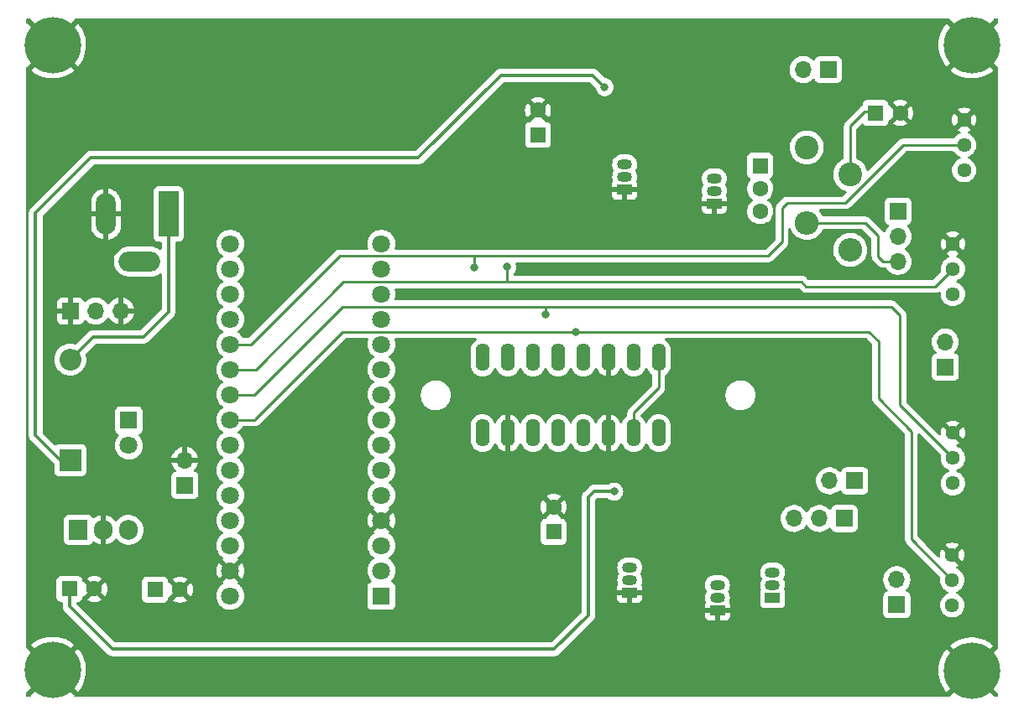
<source format=gbr>
%TF.GenerationSoftware,KiCad,Pcbnew,(6.0.7)*%
%TF.CreationDate,2023-03-15T17:16:25-04:00*%
%TF.ProjectId,NPN Tracer V2,4e504e20-5472-4616-9365-722056322e6b,rev?*%
%TF.SameCoordinates,Original*%
%TF.FileFunction,Copper,L2,Bot*%
%TF.FilePolarity,Positive*%
%FSLAX46Y46*%
G04 Gerber Fmt 4.6, Leading zero omitted, Abs format (unit mm)*
G04 Created by KiCad (PCBNEW (6.0.7)) date 2023-03-15 17:16:25*
%MOMM*%
%LPD*%
G01*
G04 APERTURE LIST*
%TA.AperFunction,ConnectorPad*%
%ADD10C,5.700000*%
%TD*%
%TA.AperFunction,ComponentPad*%
%ADD11C,3.600000*%
%TD*%
%TA.AperFunction,ComponentPad*%
%ADD12R,2.000000X4.600000*%
%TD*%
%TA.AperFunction,ComponentPad*%
%ADD13O,2.000000X4.200000*%
%TD*%
%TA.AperFunction,ComponentPad*%
%ADD14O,4.200000X2.000000*%
%TD*%
%TA.AperFunction,ComponentPad*%
%ADD15R,1.700000X1.700000*%
%TD*%
%TA.AperFunction,ComponentPad*%
%ADD16O,1.700000X1.700000*%
%TD*%
%TA.AperFunction,ComponentPad*%
%ADD17R,2.200000X2.200000*%
%TD*%
%TA.AperFunction,ComponentPad*%
%ADD18O,2.200000X2.200000*%
%TD*%
%TA.AperFunction,ComponentPad*%
%ADD19R,1.500000X1.050000*%
%TD*%
%TA.AperFunction,ComponentPad*%
%ADD20O,1.500000X1.050000*%
%TD*%
%TA.AperFunction,ComponentPad*%
%ADD21R,1.599999X1.599999*%
%TD*%
%TA.AperFunction,ComponentPad*%
%ADD22C,1.599999*%
%TD*%
%TA.AperFunction,ComponentPad*%
%ADD23R,1.600000X1.600000*%
%TD*%
%TA.AperFunction,ComponentPad*%
%ADD24C,1.600000*%
%TD*%
%TA.AperFunction,ComponentPad*%
%ADD25C,1.440000*%
%TD*%
%TA.AperFunction,ComponentPad*%
%ADD26R,1.905000X2.000000*%
%TD*%
%TA.AperFunction,ComponentPad*%
%ADD27O,1.905000X2.000000*%
%TD*%
%TA.AperFunction,ComponentPad*%
%ADD28R,1.800000X1.800000*%
%TD*%
%TA.AperFunction,ComponentPad*%
%ADD29C,1.800000*%
%TD*%
%TA.AperFunction,ComponentPad*%
%ADD30C,2.400000*%
%TD*%
%TA.AperFunction,ComponentPad*%
%ADD31O,2.400000X2.400000*%
%TD*%
%TA.AperFunction,ComponentPad*%
%ADD32O,1.408000X2.816000*%
%TD*%
%TA.AperFunction,ViaPad*%
%ADD33C,0.800000*%
%TD*%
%TA.AperFunction,Conductor*%
%ADD34C,0.350000*%
%TD*%
%TA.AperFunction,Conductor*%
%ADD35C,0.250000*%
%TD*%
G04 APERTURE END LIST*
D10*
%TO.P,H4,1,1*%
%TO.N,GND*%
X179070000Y-118808500D03*
D11*
X179070000Y-118808500D03*
%TD*%
D10*
%TO.P,H3,1,1*%
%TO.N,GND*%
X86360000Y-118745000D03*
D11*
X86360000Y-118745000D03*
%TD*%
D10*
%TO.P,H2,1,1*%
%TO.N,GND*%
X179070000Y-55626000D03*
D11*
X179070000Y-55626000D03*
%TD*%
D10*
%TO.P,H1,1,1*%
%TO.N,GND*%
X86360000Y-55626000D03*
D11*
X86360000Y-55626000D03*
%TD*%
D12*
%TO.P,J9,1*%
%TO.N,VIN*%
X98044000Y-72692500D03*
D13*
%TO.P,J9,2*%
%TO.N,GND*%
X91744000Y-72692500D03*
D14*
%TO.P,J9,3*%
%TO.N,N/C*%
X95144000Y-77492500D03*
%TD*%
D15*
%TO.P,J8,1,Pin_1*%
%TO.N,GND*%
X88153000Y-82486500D03*
D16*
%TO.P,J8,2,Pin_2*%
%TO.N,VIN*%
X90693000Y-82486500D03*
%TO.P,J8,3,Pin_3*%
%TO.N,GND*%
X93233000Y-82486500D03*
%TD*%
D17*
%TO.P,D7,1,K*%
%TO.N,VCC*%
X88138000Y-97536000D03*
D18*
%TO.P,D7,2,A*%
%TO.N,VIN*%
X88138000Y-87376000D03*
%TD*%
D19*
%TO.P,Q2,1,E*%
%TO.N,VB_OUT*%
X158983000Y-111442500D03*
D20*
%TO.P,Q2,2,B*%
%TO.N,Net-(Q2-Pad2)*%
X158983000Y-110172500D03*
%TO.P,Q2,3,C*%
%TO.N,VCC*%
X158983000Y-108902500D03*
%TD*%
D21*
%TO.P,Q1,1,B*%
%TO.N,Net-(Q1-Pad1)*%
X157734000Y-67804000D03*
D22*
%TO.P,Q1,2,C*%
%TO.N,VCC*%
X157734000Y-70104000D03*
%TO.P,Q1,3,E*%
%TO.N,VC_OUT*%
X157734000Y-72404000D03*
%TD*%
D23*
%TO.P,C9,1*%
%TO.N,VC_OUT*%
X169354500Y-62484000D03*
D24*
%TO.P,C9,2*%
%TO.N,GND*%
X171854500Y-62484000D03*
%TD*%
D25*
%TO.P,ADC1,1,1*%
%TO.N,GND*%
X178308000Y-63172500D03*
%TO.P,ADC1,2,2*%
%TO.N,ADC1*%
X178308000Y-65712500D03*
%TO.P,ADC1,3,3*%
%TO.N,Net-(ADC1-Pad3)*%
X178308000Y-68252500D03*
%TD*%
%TO.P,ADC4,1,1*%
%TO.N,GND*%
X177101500Y-107114500D03*
%TO.P,ADC4,2,2*%
%TO.N,ADC4*%
X177101500Y-109654500D03*
%TO.P,ADC4,3,3*%
%TO.N,Net-(ADC4-Pad3)*%
X177101500Y-112194500D03*
%TD*%
D19*
%TO.P,Q5,1,E*%
%TO.N,GND*%
X144060500Y-70233000D03*
D20*
%TO.P,Q5,2,B*%
%TO.N,Net-(Q5-Pad2)*%
X144060500Y-68963000D03*
%TO.P,Q5,3,C*%
%TO.N,Net-(Q5-Pad3)*%
X144060500Y-67693000D03*
%TD*%
D15*
%TO.P,J3,1,Pin_1*%
%TO.N,Net-(ADC1-Pad3)*%
X164597000Y-58102500D03*
D16*
%TO.P,J3,2,Pin_2*%
%TO.N,VC_OUT*%
X162057000Y-58102500D03*
%TD*%
D19*
%TO.P,Q4,1,E*%
%TO.N,GND*%
X153416000Y-112712500D03*
D20*
%TO.P,Q4,2,B*%
%TO.N,Net-(Q4-Pad2)*%
X153416000Y-111442500D03*
%TO.P,Q4,3,C*%
%TO.N,Net-(Q2-Pad2)*%
X153416000Y-110172500D03*
%TD*%
D15*
%TO.P,J5,1,Pin_1*%
%TO.N,VB_OUT*%
X171513500Y-112146000D03*
D16*
%TO.P,J5,2,Pin_2*%
%TO.N,Net-(ADC4-Pad3)*%
X171513500Y-109606000D03*
%TD*%
D15*
%TO.P,J7,1,Pin_1*%
%TO.N,5V*%
X99695000Y-100076000D03*
D16*
%TO.P,J7,2,Pin_2*%
%TO.N,GND*%
X99695000Y-97536000D03*
%TD*%
D26*
%TO.P,U1,1,VI*%
%TO.N,VCC*%
X88963500Y-104577000D03*
D27*
%TO.P,U1,2,GND*%
%TO.N,GND*%
X91503500Y-104577000D03*
%TO.P,U1,3,VO*%
%TO.N,5V*%
X94043500Y-104577000D03*
%TD*%
D15*
%TO.P,J6,1,Pin_1*%
%TO.N,Net-(ADC3-Pad3)*%
X167259000Y-99631500D03*
D16*
%TO.P,J6,2,Pin_2*%
%TO.N,BASE{slash}GATE*%
X164719000Y-99631500D03*
%TD*%
D23*
%TO.P,C7,1*%
%TO.N,Vuc_COLLECTOR*%
X135318500Y-64708500D03*
D24*
%TO.P,C7,2*%
%TO.N,GND*%
X135318500Y-62208500D03*
%TD*%
D28*
%TO.P,TB1,1,D1/TX*%
%TO.N,unconnected-(TB1-Pad1)*%
X119524500Y-111252000D03*
D29*
%TO.P,TB1,2,D0/RX*%
%TO.N,unconnected-(TB1-Pad2)*%
X119524500Y-108712000D03*
%TO.P,TB1,3,RESET*%
%TO.N,unconnected-(TB1-Pad3)*%
X119524500Y-106172000D03*
%TO.P,TB1,4,COM/GND*%
%TO.N,GND*%
X119524500Y-103632000D03*
%TO.P,TB1,5,D2*%
%TO.N,unconnected-(TB1-Pad5)*%
X119524500Y-101092000D03*
%TO.P,TB1,6,D3*%
%TO.N,Net-(R4-Pad2)*%
X119524500Y-98552000D03*
%TO.P,TB1,7,D4*%
%TO.N,unconnected-(TB1-Pad7)*%
X119524500Y-96012000D03*
%TO.P,TB1,8,D5*%
%TO.N,unconnected-(TB1-Pad8)*%
X119524500Y-93472000D03*
%TO.P,TB1,9,D6*%
%TO.N,unconnected-(TB1-Pad9)*%
X119524500Y-90932000D03*
%TO.P,TB1,10,D7*%
%TO.N,unconnected-(TB1-Pad10)*%
X119524500Y-88392000D03*
%TO.P,TB1,11,D8*%
%TO.N,unconnected-(TB1-Pad11)*%
X119524500Y-85852000D03*
%TO.P,TB1,12,D9*%
%TO.N,unconnected-(TB1-Pad12)*%
X119524500Y-83312000D03*
%TO.P,TB1,13,D10*%
%TO.N,Net-(R3-Pad2)*%
X119524500Y-80772000D03*
%TO.P,TB1,14,D11/MOSI*%
%TO.N,unconnected-(TB1-Pad14)*%
X119524500Y-78232000D03*
%TO.P,TB1,15,D12/MISO*%
%TO.N,unconnected-(TB1-Pad15)*%
X119524500Y-75692000D03*
%TO.P,TB1,16,D13/SCK*%
%TO.N,unconnected-(TB1-Pad16)*%
X104284500Y-75692000D03*
%TO.P,TB1,17,3V3*%
%TO.N,unconnected-(TB1-Pad17)*%
X104284500Y-78232000D03*
%TO.P,TB1,18,AREF*%
%TO.N,unconnected-(TB1-Pad18)*%
X104284500Y-80772000D03*
%TO.P,TB1,19,A0*%
%TO.N,unconnected-(TB1-Pad19)*%
X104284500Y-83312000D03*
%TO.P,TB1,20,A1*%
%TO.N,ADC1*%
X104284500Y-85852000D03*
%TO.P,TB1,21,A2*%
%TO.N,ADC2*%
X104284500Y-88392000D03*
%TO.P,TB1,22,A3*%
%TO.N,ADC3*%
X104284500Y-90932000D03*
%TO.P,TB1,23,A4*%
%TO.N,ADC4*%
X104284500Y-93472000D03*
%TO.P,TB1,24,A5*%
%TO.N,Net-(C6-Pad1)*%
X104284500Y-96012000D03*
%TO.P,TB1,25,A6*%
%TO.N,unconnected-(TB1-Pad25)*%
X104284500Y-98552000D03*
%TO.P,TB1,26,A7*%
%TO.N,unconnected-(TB1-Pad26)*%
X104284500Y-101092000D03*
%TO.P,TB1,27,+5V*%
%TO.N,5V*%
X104284500Y-103632000D03*
%TO.P,TB1,28,RESET*%
%TO.N,unconnected-(TB1-Pad28)*%
X104284500Y-106172000D03*
%TO.P,TB1,29,COM/GND*%
%TO.N,GND*%
X104284500Y-108712000D03*
%TO.P,TB1,30,VIN*%
%TO.N,unconnected-(TB1-Pad30)*%
X104284500Y-111252000D03*
%TD*%
D23*
%TO.P,C11,1*%
%TO.N,5V*%
X96700800Y-110617000D03*
D24*
%TO.P,C11,2*%
%TO.N,GND*%
X99200800Y-110617000D03*
%TD*%
D15*
%TO.P,J4,1,Pin_1*%
%TO.N,Net-(J4-Pad1)*%
X166228000Y-103441500D03*
D16*
%TO.P,J4,2,Pin_2*%
%TO.N,BASE{slash}GATE*%
X163688000Y-103441500D03*
%TO.P,J4,3,Pin_3*%
%TO.N,Net-(J4-Pad3)*%
X161148000Y-103441500D03*
%TD*%
D25*
%TO.P,ADC3,1,1*%
%TO.N,GND*%
X177165000Y-94795500D03*
%TO.P,ADC3,2,2*%
%TO.N,ADC3*%
X177165000Y-97335500D03*
%TO.P,ADC3,3,3*%
%TO.N,Net-(ADC3-Pad3)*%
X177165000Y-99875500D03*
%TD*%
D19*
%TO.P,Q3,1,E*%
%TO.N,GND*%
X153098500Y-71630000D03*
D20*
%TO.P,Q3,2,B*%
%TO.N,Net-(Q3-Pad2)*%
X153098500Y-70360000D03*
%TO.P,Q3,3,C*%
%TO.N,Net-(Q1-Pad1)*%
X153098500Y-69090000D03*
%TD*%
D19*
%TO.P,Q6,1,E*%
%TO.N,GND*%
X144568500Y-110934500D03*
D20*
%TO.P,Q6,2,B*%
%TO.N,Net-(Q6-Pad2)*%
X144568500Y-109664500D03*
%TO.P,Q6,3,C*%
%TO.N,Net-(Q6-Pad3)*%
X144568500Y-108394500D03*
%TD*%
D30*
%TO.P,R15,1*%
%TO.N,VC_OUT*%
X166814500Y-68689500D03*
D31*
%TO.P,R15,2*%
%TO.N,Net-(J1-Pad1)*%
X166814500Y-76309500D03*
%TD*%
D28*
%TO.P,D6,1,K*%
%TO.N,Net-(D6-Pad1)*%
X94043500Y-93530500D03*
D29*
%TO.P,D6,2,A*%
%TO.N,VCC*%
X94043500Y-96070500D03*
%TD*%
D23*
%TO.P,C8,1*%
%TO.N,Vuc_BASE*%
X136906000Y-104775000D03*
D24*
%TO.P,C8,2*%
%TO.N,GND*%
X136906000Y-102275000D03*
%TD*%
D15*
%TO.P,J2,1,Pin_1*%
%TO.N,COLLECTOR{slash}DRAIN*%
X176403000Y-88143000D03*
D16*
%TO.P,J2,2,Pin_2*%
%TO.N,Net-(ADC2-Pad3)*%
X176403000Y-85603000D03*
%TD*%
D15*
%TO.P,J1,1,Pin_1*%
%TO.N,Net-(J1-Pad1)*%
X171640500Y-72390000D03*
D16*
%TO.P,J1,2,Pin_2*%
%TO.N,COLLECTOR{slash}DRAIN*%
X171640500Y-74930000D03*
%TO.P,J1,3,Pin_3*%
%TO.N,Net-(J1-Pad3)*%
X171640500Y-77470000D03*
%TD*%
D32*
%TO.P,ZX1,1*%
%TO.N,BASE{slash}GATE*%
X147510500Y-87185500D03*
%TO.P,ZX1,2*%
%TO.N,COLLECTOR{slash}DRAIN*%
X144970500Y-87185500D03*
%TO.P,ZX1,3*%
%TO.N,GND*%
X142430500Y-87185500D03*
%TO.P,ZX1,4*%
%TO.N,unconnected-(ZX1-Pad4)*%
X139890500Y-87185500D03*
%TO.P,ZX1,5*%
%TO.N,unconnected-(ZX1-Pad5)*%
X137350500Y-87185500D03*
%TO.P,ZX1,6*%
%TO.N,unconnected-(ZX1-Pad6)*%
X134810500Y-87185500D03*
%TO.P,ZX1,7*%
%TO.N,unconnected-(ZX1-Pad7)*%
X132270500Y-87185500D03*
%TO.P,ZX1,8*%
%TO.N,unconnected-(ZX1-Pad8)*%
X129730500Y-87185500D03*
%TO.P,ZX1,9*%
%TO.N,COLLECTOR{slash}DRAIN*%
X129730500Y-94805500D03*
%TO.P,ZX1,10*%
%TO.N,GND*%
X132270500Y-94805500D03*
%TO.P,ZX1,11*%
%TO.N,BASE{slash}GATE*%
X134810500Y-94805500D03*
%TO.P,ZX1,12*%
%TO.N,unconnected-(ZX1-Pad12)*%
X137350500Y-94805500D03*
%TO.P,ZX1,13*%
%TO.N,unconnected-(ZX1-Pad13)*%
X139890500Y-94805500D03*
%TO.P,ZX1,14*%
%TO.N,GND*%
X142430500Y-94805500D03*
%TO.P,ZX1,15*%
%TO.N,BASE{slash}GATE*%
X144970500Y-94805500D03*
%TO.P,ZX1,16*%
%TO.N,COLLECTOR{slash}DRAIN*%
X147510500Y-94805500D03*
%TD*%
D25*
%TO.P,ADC2,1,1*%
%TO.N,GND*%
X177165000Y-75692000D03*
%TO.P,ADC2,2,2*%
%TO.N,ADC2*%
X177165000Y-78232000D03*
%TO.P,ADC2,3,3*%
%TO.N,Net-(ADC2-Pad3)*%
X177165000Y-80772000D03*
%TD*%
D30*
%TO.P,R16,1*%
%TO.N,VC_OUT*%
X162433000Y-65959000D03*
D31*
%TO.P,R16,2*%
%TO.N,Net-(J1-Pad3)*%
X162433000Y-73579000D03*
%TD*%
D23*
%TO.P,C10,1*%
%TO.N,VCC*%
X88064800Y-110553500D03*
D24*
%TO.P,C10,2*%
%TO.N,GND*%
X90564800Y-110553500D03*
%TD*%
D33*
%TO.N,VCC*%
X142049500Y-59880500D03*
X143002000Y-100711000D03*
%TO.N,ADC4*%
X139128500Y-84582000D03*
%TO.N,ADC3*%
X136080500Y-82804000D03*
%TO.N,ADC2*%
X132207000Y-78041500D03*
%TO.N,ADC1*%
X128905000Y-78105000D03*
%TD*%
D34*
%TO.N,VCC*%
X87122000Y-97536000D02*
X86963250Y-97377250D01*
X88138000Y-97536000D02*
X87122000Y-97536000D01*
X87058500Y-97472500D02*
X86963250Y-97377250D01*
X86963250Y-97377250D02*
X84645500Y-95059500D01*
X131572000Y-58674000D02*
X140843000Y-58674000D01*
X140843000Y-58674000D02*
X142049500Y-59880500D01*
X123253500Y-66992500D02*
X131572000Y-58674000D01*
X90233500Y-66992500D02*
X123253500Y-66992500D01*
X84645500Y-95059500D02*
X84645500Y-72580500D01*
X84645500Y-72580500D02*
X90233500Y-66992500D01*
X88201500Y-97472500D02*
X87058500Y-97472500D01*
%TO.N,VIN*%
X90424000Y-85090000D02*
X88138000Y-87376000D01*
X95504000Y-85090000D02*
X90424000Y-85090000D01*
X98044000Y-82550000D02*
X95504000Y-85090000D01*
X98044000Y-72692500D02*
X98044000Y-82550000D01*
%TO.N,VCC*%
X140398500Y-101282500D02*
X140970000Y-100711000D01*
X88064800Y-110553500D02*
X88064800Y-112321800D01*
X140398500Y-113220500D02*
X140398500Y-101282500D01*
X92392500Y-116649500D02*
X136969500Y-116649500D01*
X140970000Y-100711000D02*
X143002000Y-100711000D01*
X136969500Y-116649500D02*
X140398500Y-113220500D01*
X88064800Y-112321800D02*
X92392500Y-116649500D01*
D35*
%TO.N,BASE{slash}GATE*%
X144970500Y-92773500D02*
X147510500Y-90233500D01*
X144970500Y-94805500D02*
X144970500Y-92773500D01*
X147510500Y-90233500D02*
X147510500Y-87185500D01*
%TO.N,ADC4*%
X106807000Y-93472000D02*
X104284500Y-93472000D01*
X169672000Y-91313000D02*
X169672000Y-88582500D01*
X169672000Y-85534500D02*
X168719500Y-84582000D01*
X172974000Y-94742000D02*
X173037500Y-94678500D01*
X115633500Y-84582000D02*
X106807000Y-93408500D01*
X172974000Y-105527000D02*
X172974000Y-94742000D01*
X139128500Y-84582000D02*
X115633500Y-84582000D01*
X177101500Y-109654500D02*
X172974000Y-105527000D01*
X173037500Y-94678500D02*
X169672000Y-91313000D01*
X168719500Y-84582000D02*
X139128500Y-84582000D01*
X169672000Y-88582500D02*
X169672000Y-85534500D01*
%TO.N,ADC3*%
X136195988Y-82053512D02*
X170953512Y-82053512D01*
X136080500Y-82053512D02*
X115621988Y-82053512D01*
X170953512Y-82053512D02*
X171831000Y-82931000D01*
X136080500Y-82169000D02*
X136195988Y-82053512D01*
X171831000Y-82931000D02*
X171831000Y-92001500D01*
X171831000Y-92001500D02*
X177165000Y-97335500D01*
X115621988Y-82053512D02*
X106743500Y-90932000D01*
X136080500Y-82804000D02*
X136080500Y-82169000D01*
X106743500Y-90932000D02*
X104284500Y-90932000D01*
X136080500Y-82804000D02*
X136080500Y-82053512D01*
%TO.N,ADC2*%
X175387000Y-80010000D02*
X162369500Y-80010000D01*
X115715500Y-79547000D02*
X106870500Y-88392000D01*
X132207000Y-79528500D02*
X132188500Y-79547000D01*
X177165000Y-78232000D02*
X175387000Y-80010000D01*
X132207000Y-78041500D02*
X132207000Y-79528500D01*
X132188500Y-79547000D02*
X115715500Y-79547000D01*
X106870500Y-88392000D02*
X104284500Y-88392000D01*
X162369500Y-80010000D02*
X161906500Y-79547000D01*
X161906500Y-79547000D02*
X132188500Y-79547000D01*
%TO.N,ADC1*%
X159956500Y-72072500D02*
X160464500Y-71564500D01*
X128886500Y-76917000D02*
X158541000Y-76917000D01*
X158541000Y-76917000D02*
X159956500Y-75501500D01*
X166306500Y-71564500D02*
X172158500Y-65712500D01*
X128886500Y-76917000D02*
X128886500Y-78086500D01*
X172158500Y-65712500D02*
X178308000Y-65712500D01*
X106362500Y-85852000D02*
X115297500Y-76917000D01*
X159956500Y-75501500D02*
X159956500Y-72072500D01*
X160464500Y-71564500D02*
X166306500Y-71564500D01*
X115297500Y-76917000D02*
X128886500Y-76917000D01*
X104284500Y-85852000D02*
X106362500Y-85852000D01*
X128886500Y-78086500D02*
X128905000Y-78105000D01*
%TO.N,VC_OUT*%
X169227500Y-62357000D02*
X169354500Y-62484000D01*
X166814500Y-68689500D02*
X166814500Y-63817500D01*
X166814500Y-63817500D02*
X168275000Y-62357000D01*
X168275000Y-62357000D02*
X169227500Y-62357000D01*
%TO.N,Net-(J1-Pad3)*%
X170116500Y-77470000D02*
X171640500Y-77470000D01*
X162433000Y-73579000D02*
X168321000Y-73579000D01*
X168321000Y-73579000D02*
X169608500Y-74866500D01*
X169608500Y-74866500D02*
X169608500Y-76962000D01*
X169608500Y-76962000D02*
X170116500Y-77470000D01*
%TD*%
%TA.AperFunction,Conductor*%
%TO.N,GND*%
G36*
X84116925Y-52979502D02*
G01*
X84163418Y-53033158D01*
X84174000Y-53077345D01*
X84179667Y-53086457D01*
X86347188Y-55253978D01*
X86361132Y-55261592D01*
X86362965Y-55261461D01*
X86369580Y-55257210D01*
X88538166Y-53088624D01*
X88555297Y-53057252D01*
X88562287Y-53025117D01*
X88612488Y-52974914D01*
X88672876Y-52959500D01*
X176758804Y-52959500D01*
X176826925Y-52979502D01*
X176873418Y-53033158D01*
X176884000Y-53077345D01*
X176889667Y-53086457D01*
X179057188Y-55253978D01*
X179071132Y-55261592D01*
X179072965Y-55261461D01*
X179079580Y-55257210D01*
X181248166Y-53088624D01*
X181265297Y-53057252D01*
X181272287Y-53025117D01*
X181322488Y-52974914D01*
X181382876Y-52959500D01*
X181610500Y-52959500D01*
X181678621Y-52979502D01*
X181725114Y-53033158D01*
X181736500Y-53085500D01*
X181736500Y-53316911D01*
X181716498Y-53385032D01*
X181662842Y-53431525D01*
X181621182Y-53440356D01*
X181605890Y-53449320D01*
X179442022Y-55613188D01*
X179434408Y-55627132D01*
X179434539Y-55628965D01*
X179438790Y-55635580D01*
X181604463Y-57801253D01*
X181633273Y-57816985D01*
X181670885Y-57825167D01*
X181721088Y-57875370D01*
X181736500Y-57935755D01*
X181736500Y-116499411D01*
X181716498Y-116567532D01*
X181662842Y-116614025D01*
X181621182Y-116622856D01*
X181605890Y-116631820D01*
X179442022Y-118795688D01*
X179434408Y-118809632D01*
X179434539Y-118811465D01*
X179438790Y-118818080D01*
X181604463Y-120983753D01*
X181633273Y-120999485D01*
X181670885Y-121007667D01*
X181721088Y-121057870D01*
X181736500Y-121118255D01*
X181736500Y-121349000D01*
X181716498Y-121417121D01*
X181662842Y-121463614D01*
X181610500Y-121475000D01*
X181380858Y-121475000D01*
X181312737Y-121454998D01*
X181266244Y-121401342D01*
X181255702Y-121356984D01*
X181249887Y-121347597D01*
X179082812Y-119180522D01*
X179068868Y-119172908D01*
X179067035Y-119173039D01*
X179060420Y-119177290D01*
X176891409Y-121346301D01*
X176874072Y-121378049D01*
X176867255Y-121409387D01*
X176817052Y-121459588D01*
X176756668Y-121475000D01*
X88658385Y-121475000D01*
X88590264Y-121454998D01*
X88543771Y-121401342D01*
X88533667Y-121331068D01*
X88545248Y-121298109D01*
X88545029Y-121292398D01*
X88539887Y-121284097D01*
X86372812Y-119117022D01*
X86358868Y-119109408D01*
X86357035Y-119109539D01*
X86350420Y-119113790D01*
X84181409Y-121282801D01*
X84173795Y-121296745D01*
X84175823Y-121325103D01*
X84182697Y-121347563D01*
X84163473Y-121415907D01*
X84110351Y-121463009D01*
X84056705Y-121475000D01*
X83819500Y-121475000D01*
X83751379Y-121454998D01*
X83704886Y-121401342D01*
X83693500Y-121349000D01*
X83693500Y-121054184D01*
X83713502Y-120986063D01*
X83767158Y-120939570D01*
X83808247Y-120930936D01*
X83824124Y-120921666D01*
X85987978Y-118757812D01*
X85994356Y-118746132D01*
X86724408Y-118746132D01*
X86724539Y-118747965D01*
X86728790Y-118754580D01*
X88894463Y-120920253D01*
X88908060Y-120927678D01*
X88917669Y-120920981D01*
X89022197Y-120799457D01*
X89026346Y-120794069D01*
X89228503Y-120499929D01*
X89232050Y-120494118D01*
X89401250Y-120179879D01*
X89404157Y-120173701D01*
X89538435Y-119843016D01*
X89540649Y-119836586D01*
X89638427Y-119493331D01*
X89639934Y-119486701D01*
X89700073Y-119134873D01*
X89700853Y-119128133D01*
X89720912Y-118800157D01*
X175707260Y-118800157D01*
X175725318Y-119156627D01*
X175726028Y-119163383D01*
X175782478Y-119515805D01*
X175783917Y-119522460D01*
X175878094Y-119866715D01*
X175880243Y-119873176D01*
X176011053Y-120205256D01*
X176013884Y-120211439D01*
X176179792Y-120527449D01*
X176183275Y-120533291D01*
X176382340Y-120829531D01*
X176386442Y-120834975D01*
X176510942Y-120982822D01*
X176523680Y-120991264D01*
X176534124Y-120985166D01*
X178697978Y-118821312D01*
X178705592Y-118807368D01*
X178705461Y-118805535D01*
X178701210Y-118798920D01*
X176535527Y-116633237D01*
X176521990Y-116625845D01*
X176512289Y-116632632D01*
X176400649Y-116763347D01*
X176396515Y-116768755D01*
X176195394Y-117063586D01*
X176191859Y-117069423D01*
X176023754Y-117384257D01*
X176020878Y-117390426D01*
X175887754Y-117721581D01*
X175885561Y-117728021D01*
X175788979Y-118071621D01*
X175787496Y-118078256D01*
X175728589Y-118430273D01*
X175727830Y-118437045D01*
X175707284Y-118793362D01*
X175707260Y-118800157D01*
X89720912Y-118800157D01*
X89722740Y-118770275D01*
X89722856Y-118766673D01*
X89722926Y-118746820D01*
X89722834Y-118743193D01*
X89703446Y-118385208D01*
X89702711Y-118378442D01*
X89645034Y-118026233D01*
X89643567Y-118019561D01*
X89548194Y-117675655D01*
X89546020Y-117669192D01*
X89414053Y-117337575D01*
X89411197Y-117331395D01*
X89244194Y-117015981D01*
X89240682Y-117010137D01*
X89040588Y-116714598D01*
X89036467Y-116709170D01*
X88919041Y-116570704D01*
X88906215Y-116562267D01*
X88895890Y-116568320D01*
X86732022Y-118732188D01*
X86724408Y-118746132D01*
X85994356Y-118746132D01*
X85995592Y-118743868D01*
X85995461Y-118742035D01*
X85991210Y-118735420D01*
X83825527Y-116569737D01*
X83796707Y-116553999D01*
X83759113Y-116545821D01*
X83708912Y-116495618D01*
X83693500Y-116435234D01*
X83693500Y-116196492D01*
X84174580Y-116196492D01*
X84174615Y-116197333D01*
X84179667Y-116205457D01*
X86347188Y-118372978D01*
X86361132Y-118380592D01*
X86362965Y-118380461D01*
X86369580Y-118376210D01*
X88538166Y-116207624D01*
X88545780Y-116193680D01*
X88545712Y-116192723D01*
X88540771Y-116185251D01*
X88536870Y-116181931D01*
X88252958Y-115965649D01*
X88247332Y-115961825D01*
X87941722Y-115777469D01*
X87935710Y-115774272D01*
X87611966Y-115623995D01*
X87605666Y-115621475D01*
X87267595Y-115507045D01*
X87261017Y-115505209D01*
X86912592Y-115427965D01*
X86905857Y-115426850D01*
X86551106Y-115387685D01*
X86544324Y-115387306D01*
X86187395Y-115386683D01*
X86180622Y-115387038D01*
X85825714Y-115424966D01*
X85819005Y-115426053D01*
X85470289Y-115502086D01*
X85463714Y-115503897D01*
X85125250Y-115617145D01*
X85118928Y-115619648D01*
X84794680Y-115768785D01*
X84788637Y-115771971D01*
X84482404Y-115955248D01*
X84476744Y-115959066D01*
X84192094Y-116174346D01*
X84186891Y-116178742D01*
X84182601Y-116182785D01*
X84174580Y-116196492D01*
X83693500Y-116196492D01*
X83693500Y-111401634D01*
X86756300Y-111401634D01*
X86763055Y-111463816D01*
X86814185Y-111600205D01*
X86901539Y-111716761D01*
X87018095Y-111804115D01*
X87154484Y-111855245D01*
X87216666Y-111862000D01*
X87255300Y-111862000D01*
X87323421Y-111882002D01*
X87369914Y-111935658D01*
X87381300Y-111988000D01*
X87381300Y-112293755D01*
X87381008Y-112302324D01*
X87378703Y-112336142D01*
X87377224Y-112357834D01*
X87378529Y-112365311D01*
X87378529Y-112365314D01*
X87387802Y-112418447D01*
X87388765Y-112424971D01*
X87393729Y-112465991D01*
X87396155Y-112486035D01*
X87398842Y-112493145D01*
X87400046Y-112498048D01*
X87402914Y-112508534D01*
X87404361Y-112513326D01*
X87405666Y-112520804D01*
X87408718Y-112527756D01*
X87408718Y-112527757D01*
X87430395Y-112577141D01*
X87432886Y-112583246D01*
X87447251Y-112621259D01*
X87454631Y-112640789D01*
X87458931Y-112647046D01*
X87461267Y-112651514D01*
X87466525Y-112660960D01*
X87469107Y-112665326D01*
X87472162Y-112672285D01*
X87509623Y-112721104D01*
X87513486Y-112726423D01*
X87540083Y-112765121D01*
X87548334Y-112777126D01*
X87554003Y-112782177D01*
X87593123Y-112817032D01*
X87598398Y-112822013D01*
X91889344Y-117112959D01*
X91895198Y-117119224D01*
X91931790Y-117161170D01*
X91982155Y-117196566D01*
X91987420Y-117200478D01*
X92035828Y-117238435D01*
X92042752Y-117241561D01*
X92047061Y-117244171D01*
X92056476Y-117249542D01*
X92060924Y-117251927D01*
X92067139Y-117256295D01*
X92124457Y-117278642D01*
X92130529Y-117281194D01*
X92186605Y-117306514D01*
X92194082Y-117307900D01*
X92198902Y-117309410D01*
X92209335Y-117312382D01*
X92214196Y-117313630D01*
X92221272Y-117316389D01*
X92281519Y-117324320D01*
X92282262Y-117324418D01*
X92288778Y-117325450D01*
X92289237Y-117325535D01*
X92349267Y-117336661D01*
X92356847Y-117336224D01*
X92356848Y-117336224D01*
X92409142Y-117333209D01*
X92416394Y-117333000D01*
X136941455Y-117333000D01*
X136950024Y-117333292D01*
X136997958Y-117336560D01*
X136997962Y-117336560D01*
X137005534Y-117337076D01*
X137013011Y-117335771D01*
X137013014Y-117335771D01*
X137066147Y-117326498D01*
X137072671Y-117325535D01*
X137126191Y-117319058D01*
X137133735Y-117318145D01*
X137140845Y-117315458D01*
X137145748Y-117314254D01*
X137156234Y-117311386D01*
X137161026Y-117309939D01*
X137168504Y-117308634D01*
X137175457Y-117305582D01*
X137224841Y-117283905D01*
X137230946Y-117281414D01*
X137281382Y-117262355D01*
X137281385Y-117262353D01*
X137288489Y-117259669D01*
X137294746Y-117255369D01*
X137299214Y-117253033D01*
X137308660Y-117247775D01*
X137313026Y-117245193D01*
X137319985Y-117242138D01*
X137368804Y-117204677D01*
X137374123Y-117200814D01*
X137418565Y-117170269D01*
X137424826Y-117165966D01*
X137464733Y-117121176D01*
X137469714Y-117115901D01*
X138325623Y-116259992D01*
X176884580Y-116259992D01*
X176884615Y-116260833D01*
X176889667Y-116268957D01*
X179057188Y-118436478D01*
X179071132Y-118444092D01*
X179072965Y-118443961D01*
X179079580Y-118439710D01*
X181248166Y-116271124D01*
X181255780Y-116257180D01*
X181255712Y-116256223D01*
X181250771Y-116248751D01*
X181246870Y-116245431D01*
X180962958Y-116029149D01*
X180957332Y-116025325D01*
X180651722Y-115840969D01*
X180645710Y-115837772D01*
X180321966Y-115687495D01*
X180315666Y-115684975D01*
X179977595Y-115570545D01*
X179971017Y-115568709D01*
X179622592Y-115491465D01*
X179615857Y-115490350D01*
X179261106Y-115451185D01*
X179254324Y-115450806D01*
X178897395Y-115450183D01*
X178890622Y-115450538D01*
X178535714Y-115488466D01*
X178529005Y-115489553D01*
X178180289Y-115565586D01*
X178173714Y-115567397D01*
X177835250Y-115680645D01*
X177828928Y-115683148D01*
X177504680Y-115832285D01*
X177498637Y-115835471D01*
X177192404Y-116018748D01*
X177186744Y-116022566D01*
X176902094Y-116237846D01*
X176896891Y-116242242D01*
X176892601Y-116246285D01*
X176884580Y-116259992D01*
X138325623Y-116259992D01*
X140861951Y-113723663D01*
X140868216Y-113717809D01*
X140899149Y-113690824D01*
X140910170Y-113681210D01*
X140945549Y-113630871D01*
X140949482Y-113625575D01*
X140982751Y-113583146D01*
X140982752Y-113583145D01*
X140987435Y-113577172D01*
X140990560Y-113570251D01*
X140993173Y-113565936D01*
X140998542Y-113556524D01*
X141000927Y-113552076D01*
X141005295Y-113545861D01*
X141027642Y-113488544D01*
X141030197Y-113482466D01*
X141044961Y-113449767D01*
X141055514Y-113426396D01*
X141056899Y-113418924D01*
X141058419Y-113414073D01*
X141061362Y-113403743D01*
X141062630Y-113398804D01*
X141065389Y-113391728D01*
X141068955Y-113364642D01*
X141073422Y-113330715D01*
X141074453Y-113324203D01*
X141080979Y-113288990D01*
X141082243Y-113282169D01*
X152158001Y-113282169D01*
X152158371Y-113288990D01*
X152163895Y-113339852D01*
X152167521Y-113355104D01*
X152212676Y-113475554D01*
X152221214Y-113491149D01*
X152297715Y-113593224D01*
X152310276Y-113605785D01*
X152412351Y-113682286D01*
X152427946Y-113690824D01*
X152548394Y-113735978D01*
X152563649Y-113739605D01*
X152614514Y-113745131D01*
X152621328Y-113745500D01*
X153143885Y-113745500D01*
X153159124Y-113741025D01*
X153160329Y-113739635D01*
X153162000Y-113731952D01*
X153162000Y-113727384D01*
X153670000Y-113727384D01*
X153674475Y-113742623D01*
X153675865Y-113743828D01*
X153683548Y-113745499D01*
X154210669Y-113745499D01*
X154217490Y-113745129D01*
X154268352Y-113739605D01*
X154283604Y-113735979D01*
X154404054Y-113690824D01*
X154419649Y-113682286D01*
X154521724Y-113605785D01*
X154534285Y-113593224D01*
X154610786Y-113491149D01*
X154619324Y-113475554D01*
X154664478Y-113355106D01*
X154668105Y-113339851D01*
X154673631Y-113288986D01*
X154674000Y-113282172D01*
X154674000Y-112984615D01*
X154669525Y-112969376D01*
X154668135Y-112968171D01*
X154660452Y-112966500D01*
X153688115Y-112966500D01*
X153672876Y-112970975D01*
X153671671Y-112972365D01*
X153670000Y-112980048D01*
X153670000Y-113727384D01*
X153162000Y-113727384D01*
X153162000Y-112984615D01*
X153157525Y-112969376D01*
X153156135Y-112968171D01*
X153148452Y-112966500D01*
X152176116Y-112966500D01*
X152160877Y-112970975D01*
X152159672Y-112972365D01*
X152158001Y-112980048D01*
X152158001Y-113282169D01*
X141082243Y-113282169D01*
X141085660Y-113263733D01*
X141082209Y-113203869D01*
X141082000Y-113196617D01*
X141082000Y-111504169D01*
X143310501Y-111504169D01*
X143310871Y-111510990D01*
X143316395Y-111561852D01*
X143320021Y-111577104D01*
X143365176Y-111697554D01*
X143373714Y-111713149D01*
X143450215Y-111815224D01*
X143462776Y-111827785D01*
X143564851Y-111904286D01*
X143580446Y-111912824D01*
X143700894Y-111957978D01*
X143716149Y-111961605D01*
X143767014Y-111967131D01*
X143773828Y-111967500D01*
X144296385Y-111967500D01*
X144311624Y-111963025D01*
X144312829Y-111961635D01*
X144314500Y-111953952D01*
X144314500Y-111949384D01*
X144822500Y-111949384D01*
X144826975Y-111964623D01*
X144828365Y-111965828D01*
X144836048Y-111967499D01*
X145363169Y-111967499D01*
X145369990Y-111967129D01*
X145420852Y-111961605D01*
X145436104Y-111957979D01*
X145556554Y-111912824D01*
X145572149Y-111904286D01*
X145674224Y-111827785D01*
X145686785Y-111815224D01*
X145763286Y-111713149D01*
X145771824Y-111697554D01*
X145816978Y-111577106D01*
X145820605Y-111561851D01*
X145826131Y-111510986D01*
X145826500Y-111504172D01*
X145826500Y-111435250D01*
X152152524Y-111435250D01*
X152154409Y-111455960D01*
X152168191Y-111607391D01*
X152170894Y-111637096D01*
X152172632Y-111643002D01*
X152172633Y-111643006D01*
X152199506Y-111734312D01*
X152227069Y-111827961D01*
X152228119Y-111831529D01*
X152227441Y-111831729D01*
X152233956Y-111897773D01*
X152220680Y-111934823D01*
X152212679Y-111949437D01*
X152167522Y-112069894D01*
X152163895Y-112085149D01*
X152158369Y-112136014D01*
X152158000Y-112142828D01*
X152158000Y-112440385D01*
X152162475Y-112455624D01*
X152163865Y-112456829D01*
X152171548Y-112458500D01*
X152969758Y-112458500D01*
X152983803Y-112459285D01*
X153132817Y-112476000D01*
X153692004Y-112476000D01*
X153842713Y-112461223D01*
X153845002Y-112460532D01*
X153865724Y-112458500D01*
X154655884Y-112458500D01*
X154671123Y-112454025D01*
X154672328Y-112452635D01*
X154673999Y-112444952D01*
X154673999Y-112142831D01*
X154673629Y-112136010D01*
X154668105Y-112085148D01*
X154664479Y-112069896D01*
X154619323Y-111949444D01*
X154610886Y-111934034D01*
X154595716Y-111864677D01*
X154601040Y-111836264D01*
X154615753Y-111788736D01*
X154658290Y-111651320D01*
X154660764Y-111627787D01*
X154678832Y-111455878D01*
X154678832Y-111455877D01*
X154679476Y-111449750D01*
X154665280Y-111293766D01*
X154661665Y-111254043D01*
X154661664Y-111254040D01*
X154661106Y-111247904D01*
X154652149Y-111217469D01*
X154609056Y-111071053D01*
X154603881Y-111053471D01*
X154599951Y-111045952D01*
X154537951Y-110927358D01*
X154509981Y-110873855D01*
X154510016Y-110873837D01*
X154490111Y-110808059D01*
X154505271Y-110747091D01*
X154521503Y-110717071D01*
X154598356Y-110574935D01*
X154639299Y-110442669D01*
X154656468Y-110387207D01*
X154656469Y-110387204D01*
X154658290Y-110381320D01*
X154660024Y-110364828D01*
X154678832Y-110185878D01*
X154678832Y-110185877D01*
X154679476Y-110179750D01*
X154678156Y-110165250D01*
X157719524Y-110165250D01*
X157737894Y-110367096D01*
X157739632Y-110373002D01*
X157739633Y-110373006D01*
X157791615Y-110549623D01*
X157793788Y-110557007D01*
X157795119Y-110561529D01*
X157794260Y-110561782D01*
X157800714Y-110627162D01*
X157787548Y-110663906D01*
X157782385Y-110670795D01*
X157779236Y-110679196D01*
X157779234Y-110679199D01*
X157756012Y-110741145D01*
X157731255Y-110807184D01*
X157724500Y-110869366D01*
X157724500Y-112015634D01*
X157731255Y-112077816D01*
X157782385Y-112214205D01*
X157869739Y-112330761D01*
X157986295Y-112418115D01*
X158122684Y-112469245D01*
X158184866Y-112476000D01*
X159781134Y-112476000D01*
X159843316Y-112469245D01*
X159979705Y-112418115D01*
X160096261Y-112330761D01*
X160183615Y-112214205D01*
X160234745Y-112077816D01*
X160241500Y-112015634D01*
X160241500Y-110869366D01*
X160234745Y-110807184D01*
X160209988Y-110741145D01*
X160186768Y-110679204D01*
X160186766Y-110679201D01*
X160183615Y-110670795D01*
X160178227Y-110663606D01*
X160178094Y-110663363D01*
X160162924Y-110594006D01*
X160168248Y-110565592D01*
X160169428Y-110561782D01*
X160225290Y-110381320D01*
X160227024Y-110364828D01*
X160245832Y-110185878D01*
X160245832Y-110185877D01*
X160246476Y-110179750D01*
X160231358Y-110013639D01*
X160228665Y-109984043D01*
X160228664Y-109984040D01*
X160228106Y-109977904D01*
X160219631Y-109949106D01*
X160178879Y-109810646D01*
X160170881Y-109783471D01*
X160166951Y-109775952D01*
X160108105Y-109663390D01*
X160076981Y-109603855D01*
X160077016Y-109603837D01*
X160067592Y-109572695D01*
X170150751Y-109572695D01*
X170151048Y-109577848D01*
X170151048Y-109577851D01*
X170159347Y-109721784D01*
X170163610Y-109795715D01*
X170164747Y-109800761D01*
X170164748Y-109800767D01*
X170186714Y-109898233D01*
X170212722Y-110013639D01*
X170255818Y-110119773D01*
X170294549Y-110215155D01*
X170296766Y-110220616D01*
X170311695Y-110244978D01*
X170383752Y-110362564D01*
X170413487Y-110411088D01*
X170559750Y-110579938D01*
X170563730Y-110583242D01*
X170568481Y-110587187D01*
X170608116Y-110646090D01*
X170609613Y-110717071D01*
X170572497Y-110777593D01*
X170532225Y-110802112D01*
X170502323Y-110813322D01*
X170416795Y-110845385D01*
X170300239Y-110932739D01*
X170212885Y-111049295D01*
X170161755Y-111185684D01*
X170155000Y-111247866D01*
X170155000Y-113044134D01*
X170161755Y-113106316D01*
X170212885Y-113242705D01*
X170300239Y-113359261D01*
X170416795Y-113446615D01*
X170553184Y-113497745D01*
X170615366Y-113504500D01*
X172411634Y-113504500D01*
X172473816Y-113497745D01*
X172610205Y-113446615D01*
X172726761Y-113359261D01*
X172814115Y-113242705D01*
X172865245Y-113106316D01*
X172872000Y-113044134D01*
X172872000Y-111247866D01*
X172865245Y-111185684D01*
X172814115Y-111049295D01*
X172726761Y-110932739D01*
X172610205Y-110845385D01*
X172597632Y-110840672D01*
X172491703Y-110800960D01*
X172434939Y-110758318D01*
X172410239Y-110691756D01*
X172425447Y-110622408D01*
X172446993Y-110593727D01*
X172474504Y-110566312D01*
X172551596Y-110489489D01*
X172579199Y-110451076D01*
X172678935Y-110312277D01*
X172681953Y-110308077D01*
X172713139Y-110244978D01*
X172778636Y-110112453D01*
X172778637Y-110112451D01*
X172780930Y-110107811D01*
X172820399Y-109977904D01*
X172844365Y-109899023D01*
X172844365Y-109899021D01*
X172845870Y-109894069D01*
X172875029Y-109672590D01*
X172875605Y-109649025D01*
X172876574Y-109609365D01*
X172876574Y-109609361D01*
X172876656Y-109606000D01*
X172858352Y-109383361D01*
X172803931Y-109166702D01*
X172714854Y-108961840D01*
X172667811Y-108889122D01*
X172596322Y-108778617D01*
X172596320Y-108778614D01*
X172593514Y-108774277D01*
X172443170Y-108609051D01*
X172439119Y-108605852D01*
X172439115Y-108605848D01*
X172271914Y-108473800D01*
X172271910Y-108473798D01*
X172267859Y-108470598D01*
X172072289Y-108362638D01*
X172067420Y-108360914D01*
X172067416Y-108360912D01*
X171866587Y-108289795D01*
X171866583Y-108289794D01*
X171861712Y-108288069D01*
X171856619Y-108287162D01*
X171856616Y-108287161D01*
X171646873Y-108249800D01*
X171646867Y-108249799D01*
X171641784Y-108248894D01*
X171567952Y-108247992D01*
X171423581Y-108246228D01*
X171423579Y-108246228D01*
X171418411Y-108246165D01*
X171197591Y-108279955D01*
X170985256Y-108349357D01*
X170954943Y-108365137D01*
X170847042Y-108421307D01*
X170787107Y-108452507D01*
X170782974Y-108455610D01*
X170782971Y-108455612D01*
X170612600Y-108583530D01*
X170608465Y-108586635D01*
X170590105Y-108605848D01*
X170485449Y-108715364D01*
X170454129Y-108748138D01*
X170328243Y-108932680D01*
X170312503Y-108966590D01*
X170242589Y-109117207D01*
X170234188Y-109135305D01*
X170174489Y-109350570D01*
X170150751Y-109572695D01*
X160067592Y-109572695D01*
X160057111Y-109538059D01*
X160072271Y-109477091D01*
X160087807Y-109448358D01*
X160165356Y-109304935D01*
X160206593Y-109171720D01*
X160223468Y-109117207D01*
X160223469Y-109117204D01*
X160225290Y-109111320D01*
X160226916Y-109095855D01*
X160245832Y-108915878D01*
X160245832Y-108915877D01*
X160246476Y-108909750D01*
X160228106Y-108707904D01*
X160219149Y-108677469D01*
X160172620Y-108519380D01*
X160170881Y-108513471D01*
X160166951Y-108505952D01*
X160101691Y-108381122D01*
X160076981Y-108333855D01*
X160071630Y-108327199D01*
X160033644Y-108279955D01*
X159949981Y-108175899D01*
X159794719Y-108045619D01*
X159789327Y-108042655D01*
X159789323Y-108042652D01*
X159622506Y-107950944D01*
X159617109Y-107947977D01*
X159423916Y-107886693D01*
X159417799Y-107886007D01*
X159417795Y-107886006D01*
X159343652Y-107877690D01*
X159266183Y-107869000D01*
X158706996Y-107869000D01*
X158556287Y-107883777D01*
X158362258Y-107942358D01*
X158183302Y-108037510D01*
X158026237Y-108165610D01*
X158022310Y-108170357D01*
X158022308Y-108170359D01*
X157900973Y-108317028D01*
X157900971Y-108317031D01*
X157897044Y-108321778D01*
X157800644Y-108500065D01*
X157740710Y-108693680D01*
X157740066Y-108699805D01*
X157740066Y-108699806D01*
X157720168Y-108889122D01*
X157719524Y-108895250D01*
X157725703Y-108963145D01*
X157731719Y-109029241D01*
X157737894Y-109097096D01*
X157739632Y-109103002D01*
X157739633Y-109103006D01*
X157756983Y-109161954D01*
X157795119Y-109291529D01*
X157797972Y-109296986D01*
X157797973Y-109296989D01*
X157834252Y-109366385D01*
X157888923Y-109470960D01*
X157888923Y-109470962D01*
X157889019Y-109471145D01*
X157888984Y-109471163D01*
X157908889Y-109536941D01*
X157893729Y-109597909D01*
X157800644Y-109770065D01*
X157777912Y-109843500D01*
X157759807Y-109901989D01*
X157740710Y-109963680D01*
X157740066Y-109969805D01*
X157740066Y-109969806D01*
X157725561Y-110107811D01*
X157719524Y-110165250D01*
X154678156Y-110165250D01*
X154664358Y-110013639D01*
X154661665Y-109984043D01*
X154661664Y-109984040D01*
X154661106Y-109977904D01*
X154652631Y-109949106D01*
X154611879Y-109810646D01*
X154603881Y-109783471D01*
X154599951Y-109775952D01*
X154541105Y-109663390D01*
X154509981Y-109603855D01*
X154504630Y-109597199D01*
X154461401Y-109543434D01*
X154382981Y-109445899D01*
X154227719Y-109315619D01*
X154222327Y-109312655D01*
X154222323Y-109312652D01*
X154055506Y-109220944D01*
X154050109Y-109217977D01*
X153856916Y-109156693D01*
X153850799Y-109156007D01*
X153850795Y-109156006D01*
X153776652Y-109147690D01*
X153699183Y-109139000D01*
X153139996Y-109139000D01*
X152989287Y-109153777D01*
X152795258Y-109212358D01*
X152616302Y-109307510D01*
X152611528Y-109311404D01*
X152611526Y-109311405D01*
X152560010Y-109353421D01*
X152459237Y-109435610D01*
X152455310Y-109440357D01*
X152333973Y-109587028D01*
X152333971Y-109587031D01*
X152330044Y-109591778D01*
X152233644Y-109770065D01*
X152210912Y-109843500D01*
X152192807Y-109901989D01*
X152173710Y-109963680D01*
X152173066Y-109969805D01*
X152173066Y-109969806D01*
X152158561Y-110107811D01*
X152152524Y-110165250D01*
X152170894Y-110367096D01*
X152172632Y-110373002D01*
X152172633Y-110373006D01*
X152184990Y-110414990D01*
X152228119Y-110561529D01*
X152230972Y-110566986D01*
X152230973Y-110566989D01*
X152247803Y-110599181D01*
X152321923Y-110740960D01*
X152321923Y-110740962D01*
X152322019Y-110741145D01*
X152321984Y-110741163D01*
X152341889Y-110806941D01*
X152326729Y-110867909D01*
X152233644Y-111040065D01*
X152206880Y-111126524D01*
X152182585Y-111205011D01*
X152173710Y-111233680D01*
X152173066Y-111239805D01*
X152173066Y-111239806D01*
X152153168Y-111429122D01*
X152152524Y-111435250D01*
X145826500Y-111435250D01*
X145826500Y-111206615D01*
X145822025Y-111191376D01*
X145820635Y-111190171D01*
X145812952Y-111188500D01*
X144840615Y-111188500D01*
X144825376Y-111192975D01*
X144824171Y-111194365D01*
X144822500Y-111202048D01*
X144822500Y-111949384D01*
X144314500Y-111949384D01*
X144314500Y-111206615D01*
X144310025Y-111191376D01*
X144308635Y-111190171D01*
X144300952Y-111188500D01*
X143328616Y-111188500D01*
X143313377Y-111192975D01*
X143312172Y-111194365D01*
X143310501Y-111202048D01*
X143310501Y-111504169D01*
X141082000Y-111504169D01*
X141082000Y-109657250D01*
X143305024Y-109657250D01*
X143308710Y-109697754D01*
X143321975Y-109843500D01*
X143323394Y-109859096D01*
X143325132Y-109865002D01*
X143325133Y-109865006D01*
X143350019Y-109949560D01*
X143379569Y-110049961D01*
X143380619Y-110053529D01*
X143379941Y-110053729D01*
X143386456Y-110119773D01*
X143373180Y-110156823D01*
X143365179Y-110171437D01*
X143320022Y-110291894D01*
X143316395Y-110307149D01*
X143310869Y-110358014D01*
X143310500Y-110364828D01*
X143310500Y-110662385D01*
X143314975Y-110677624D01*
X143316365Y-110678829D01*
X143324048Y-110680500D01*
X144122258Y-110680500D01*
X144136303Y-110681285D01*
X144285317Y-110698000D01*
X144844504Y-110698000D01*
X144995213Y-110683223D01*
X144997502Y-110682532D01*
X145018224Y-110680500D01*
X145808384Y-110680500D01*
X145823623Y-110676025D01*
X145824828Y-110674635D01*
X145826499Y-110666952D01*
X145826499Y-110364831D01*
X145826129Y-110358010D01*
X145820605Y-110307148D01*
X145816979Y-110291896D01*
X145771823Y-110171444D01*
X145763386Y-110156034D01*
X145748216Y-110086677D01*
X145753540Y-110058264D01*
X145780923Y-109969806D01*
X145810790Y-109873320D01*
X145820808Y-109778011D01*
X145831332Y-109677878D01*
X145831332Y-109677877D01*
X145831976Y-109671750D01*
X145820232Y-109542713D01*
X145814165Y-109476043D01*
X145814164Y-109476040D01*
X145813606Y-109469904D01*
X145809517Y-109456009D01*
X145758120Y-109281380D01*
X145756381Y-109275471D01*
X145752451Y-109267952D01*
X145702142Y-109171720D01*
X145662481Y-109095855D01*
X145662516Y-109095837D01*
X145642611Y-109030059D01*
X145657771Y-108969091D01*
X145674920Y-108937375D01*
X145750856Y-108796935D01*
X145810790Y-108603320D01*
X145820808Y-108508011D01*
X145831332Y-108407878D01*
X145831332Y-108407877D01*
X145831976Y-108401750D01*
X145821038Y-108281562D01*
X145814165Y-108206043D01*
X145814164Y-108206040D01*
X145813606Y-108199904D01*
X145809034Y-108184368D01*
X145760241Y-108018587D01*
X145756381Y-108005471D01*
X145752451Y-107997952D01*
X145693693Y-107885559D01*
X145662481Y-107825855D01*
X145657130Y-107819199D01*
X145539340Y-107672699D01*
X145535481Y-107667899D01*
X145380219Y-107537619D01*
X145374827Y-107534655D01*
X145374823Y-107534652D01*
X145208006Y-107442944D01*
X145202609Y-107439977D01*
X145009416Y-107378693D01*
X145003299Y-107378007D01*
X145003295Y-107378006D01*
X144929152Y-107369690D01*
X144851683Y-107361000D01*
X144292496Y-107361000D01*
X144141787Y-107375777D01*
X143947758Y-107434358D01*
X143768802Y-107529510D01*
X143764028Y-107533404D01*
X143764026Y-107533405D01*
X143726765Y-107563795D01*
X143611737Y-107657610D01*
X143607810Y-107662357D01*
X143607808Y-107662359D01*
X143486473Y-107809028D01*
X143486471Y-107809031D01*
X143482544Y-107813778D01*
X143386144Y-107992065D01*
X143368483Y-108049118D01*
X143329238Y-108175899D01*
X143326210Y-108185680D01*
X143325566Y-108191805D01*
X143325566Y-108191806D01*
X143307792Y-108360912D01*
X143305024Y-108387250D01*
X143323394Y-108589096D01*
X143380619Y-108783529D01*
X143383472Y-108788986D01*
X143383473Y-108788989D01*
X143387627Y-108796935D01*
X143474423Y-108962960D01*
X143474423Y-108962962D01*
X143474519Y-108963145D01*
X143474484Y-108963163D01*
X143494389Y-109028941D01*
X143479229Y-109089909D01*
X143386144Y-109262065D01*
X143368341Y-109319578D01*
X143328477Y-109448358D01*
X143326210Y-109455680D01*
X143325566Y-109461805D01*
X143325566Y-109461806D01*
X143317104Y-109542318D01*
X143305024Y-109657250D01*
X141082000Y-109657250D01*
X141082000Y-103408195D01*
X159785251Y-103408195D01*
X159785548Y-103413348D01*
X159785548Y-103413351D01*
X159796462Y-103602638D01*
X159798110Y-103631215D01*
X159799247Y-103636261D01*
X159799248Y-103636267D01*
X159811212Y-103689352D01*
X159847222Y-103849139D01*
X159931266Y-104056116D01*
X159968685Y-104117178D01*
X160045291Y-104242188D01*
X160047987Y-104246588D01*
X160194250Y-104415438D01*
X160366126Y-104558132D01*
X160559000Y-104670838D01*
X160767692Y-104750530D01*
X160772760Y-104751561D01*
X160772763Y-104751562D01*
X160880017Y-104773383D01*
X160986597Y-104795067D01*
X160991772Y-104795257D01*
X160991774Y-104795257D01*
X161204673Y-104803064D01*
X161204677Y-104803064D01*
X161209837Y-104803253D01*
X161214957Y-104802597D01*
X161214959Y-104802597D01*
X161426288Y-104775525D01*
X161426289Y-104775525D01*
X161431416Y-104774868D01*
X161464491Y-104764945D01*
X161640429Y-104712161D01*
X161640434Y-104712159D01*
X161645384Y-104710674D01*
X161845994Y-104612396D01*
X162027860Y-104482673D01*
X162044578Y-104466014D01*
X162122124Y-104388738D01*
X162186096Y-104324989D01*
X162229598Y-104264450D01*
X162316453Y-104143577D01*
X162317776Y-104144528D01*
X162364645Y-104101357D01*
X162434580Y-104089125D01*
X162500026Y-104116644D01*
X162527875Y-104148494D01*
X162587987Y-104246588D01*
X162734250Y-104415438D01*
X162906126Y-104558132D01*
X163099000Y-104670838D01*
X163307692Y-104750530D01*
X163312760Y-104751561D01*
X163312763Y-104751562D01*
X163420017Y-104773383D01*
X163526597Y-104795067D01*
X163531772Y-104795257D01*
X163531774Y-104795257D01*
X163744673Y-104803064D01*
X163744677Y-104803064D01*
X163749837Y-104803253D01*
X163754957Y-104802597D01*
X163754959Y-104802597D01*
X163966288Y-104775525D01*
X163966289Y-104775525D01*
X163971416Y-104774868D01*
X164004491Y-104764945D01*
X164180429Y-104712161D01*
X164180434Y-104712159D01*
X164185384Y-104710674D01*
X164385994Y-104612396D01*
X164567860Y-104482673D01*
X164676091Y-104374819D01*
X164738462Y-104340904D01*
X164809268Y-104346092D01*
X164866030Y-104388738D01*
X164883012Y-104419841D01*
X164885787Y-104427242D01*
X164927385Y-104538205D01*
X165014739Y-104654761D01*
X165131295Y-104742115D01*
X165267684Y-104793245D01*
X165329866Y-104800000D01*
X167126134Y-104800000D01*
X167188316Y-104793245D01*
X167324705Y-104742115D01*
X167441261Y-104654761D01*
X167528615Y-104538205D01*
X167579745Y-104401816D01*
X167586500Y-104339634D01*
X167586500Y-102543366D01*
X167579745Y-102481184D01*
X167528615Y-102344795D01*
X167441261Y-102228239D01*
X167324705Y-102140885D01*
X167188316Y-102089755D01*
X167126134Y-102083000D01*
X165329866Y-102083000D01*
X165267684Y-102089755D01*
X165131295Y-102140885D01*
X165014739Y-102228239D01*
X164927385Y-102344795D01*
X164924233Y-102353203D01*
X164882919Y-102463407D01*
X164840277Y-102520171D01*
X164773716Y-102544871D01*
X164704367Y-102529663D01*
X164671743Y-102503976D01*
X164621151Y-102448375D01*
X164621142Y-102448366D01*
X164617670Y-102444551D01*
X164613619Y-102441352D01*
X164613615Y-102441348D01*
X164446414Y-102309300D01*
X164446410Y-102309298D01*
X164442359Y-102306098D01*
X164246789Y-102198138D01*
X164241920Y-102196414D01*
X164241916Y-102196412D01*
X164041087Y-102125295D01*
X164041083Y-102125294D01*
X164036212Y-102123569D01*
X164031119Y-102122662D01*
X164031116Y-102122661D01*
X163821373Y-102085300D01*
X163821367Y-102085299D01*
X163816284Y-102084394D01*
X163742452Y-102083492D01*
X163598081Y-102081728D01*
X163598079Y-102081728D01*
X163592911Y-102081665D01*
X163372091Y-102115455D01*
X163159756Y-102184857D01*
X163129443Y-102200637D01*
X162984419Y-102276132D01*
X162961607Y-102288007D01*
X162957474Y-102291110D01*
X162957471Y-102291112D01*
X162787100Y-102419030D01*
X162782965Y-102422135D01*
X162751740Y-102454810D01*
X162689280Y-102520171D01*
X162628629Y-102583638D01*
X162521201Y-102741121D01*
X162466293Y-102786121D01*
X162395768Y-102794292D01*
X162332021Y-102763038D01*
X162311324Y-102738554D01*
X162230822Y-102614117D01*
X162230820Y-102614114D01*
X162228014Y-102609777D01*
X162077670Y-102444551D01*
X162073619Y-102441352D01*
X162073615Y-102441348D01*
X161906414Y-102309300D01*
X161906410Y-102309298D01*
X161902359Y-102306098D01*
X161706789Y-102198138D01*
X161701920Y-102196414D01*
X161701916Y-102196412D01*
X161501087Y-102125295D01*
X161501083Y-102125294D01*
X161496212Y-102123569D01*
X161491119Y-102122662D01*
X161491116Y-102122661D01*
X161281373Y-102085300D01*
X161281367Y-102085299D01*
X161276284Y-102084394D01*
X161202452Y-102083492D01*
X161058081Y-102081728D01*
X161058079Y-102081728D01*
X161052911Y-102081665D01*
X160832091Y-102115455D01*
X160619756Y-102184857D01*
X160589443Y-102200637D01*
X160444419Y-102276132D01*
X160421607Y-102288007D01*
X160417474Y-102291110D01*
X160417471Y-102291112D01*
X160247100Y-102419030D01*
X160242965Y-102422135D01*
X160211740Y-102454810D01*
X160149280Y-102520171D01*
X160088629Y-102583638D01*
X160085720Y-102587903D01*
X160085714Y-102587911D01*
X160078588Y-102598358D01*
X159962743Y-102768180D01*
X159925507Y-102848399D01*
X159873800Y-102959793D01*
X159868688Y-102970805D01*
X159808989Y-103186070D01*
X159785251Y-103408195D01*
X141082000Y-103408195D01*
X141082000Y-101617805D01*
X141102002Y-101549684D01*
X141118905Y-101528710D01*
X141216210Y-101431405D01*
X141278522Y-101397379D01*
X141305305Y-101394500D01*
X142356185Y-101394500D01*
X142424306Y-101414502D01*
X142430246Y-101418564D01*
X142439065Y-101424971D01*
X142545248Y-101502118D01*
X142551276Y-101504802D01*
X142551278Y-101504803D01*
X142676700Y-101560644D01*
X142719712Y-101579794D01*
X142813113Y-101599647D01*
X142900056Y-101618128D01*
X142900061Y-101618128D01*
X142906513Y-101619500D01*
X143097487Y-101619500D01*
X143103939Y-101618128D01*
X143103944Y-101618128D01*
X143190887Y-101599647D01*
X143284288Y-101579794D01*
X143327300Y-101560644D01*
X143452722Y-101504803D01*
X143452724Y-101504802D01*
X143458752Y-101502118D01*
X143613253Y-101389866D01*
X143630034Y-101371229D01*
X143736621Y-101252852D01*
X143736622Y-101252851D01*
X143741040Y-101247944D01*
X143829132Y-101095365D01*
X143833223Y-101088279D01*
X143833224Y-101088278D01*
X143836527Y-101082556D01*
X143895542Y-100900928D01*
X143898013Y-100877423D01*
X143914814Y-100717565D01*
X143915504Y-100711000D01*
X143904256Y-100603981D01*
X143896232Y-100527635D01*
X143896232Y-100527633D01*
X143895542Y-100521072D01*
X143836527Y-100339444D01*
X143741040Y-100174056D01*
X143685818Y-100112725D01*
X143617675Y-100037045D01*
X143617674Y-100037044D01*
X143613253Y-100032134D01*
X143458752Y-99919882D01*
X143452724Y-99917198D01*
X143452722Y-99917197D01*
X143290319Y-99844891D01*
X143290318Y-99844891D01*
X143284288Y-99842206D01*
X143183558Y-99820795D01*
X143103944Y-99803872D01*
X143103939Y-99803872D01*
X143097487Y-99802500D01*
X142906513Y-99802500D01*
X142900061Y-99803872D01*
X142900056Y-99803872D01*
X142820442Y-99820795D01*
X142719712Y-99842206D01*
X142713682Y-99844891D01*
X142713681Y-99844891D01*
X142551278Y-99917197D01*
X142551276Y-99917198D01*
X142545248Y-99919882D01*
X142539907Y-99923762D01*
X142539906Y-99923763D01*
X142430246Y-100003436D01*
X142363378Y-100027295D01*
X142356185Y-100027500D01*
X140998045Y-100027500D01*
X140989476Y-100027208D01*
X140941542Y-100023940D01*
X140941538Y-100023940D01*
X140933966Y-100023424D01*
X140926489Y-100024729D01*
X140926486Y-100024729D01*
X140873353Y-100034002D01*
X140866829Y-100034965D01*
X140813309Y-100041442D01*
X140805765Y-100042355D01*
X140798655Y-100045042D01*
X140793752Y-100046246D01*
X140783266Y-100049114D01*
X140778474Y-100050561D01*
X140770996Y-100051866D01*
X140764044Y-100054918D01*
X140764043Y-100054918D01*
X140714659Y-100076595D01*
X140708554Y-100079086D01*
X140658118Y-100098145D01*
X140658115Y-100098147D01*
X140651011Y-100100831D01*
X140644754Y-100105131D01*
X140640286Y-100107467D01*
X140630840Y-100112725D01*
X140626474Y-100115307D01*
X140619515Y-100118362D01*
X140570696Y-100155823D01*
X140565377Y-100159686D01*
X140536150Y-100179774D01*
X140514674Y-100194534D01*
X140509623Y-100200203D01*
X140474768Y-100239323D01*
X140469787Y-100244598D01*
X139935041Y-100779344D01*
X139928776Y-100785198D01*
X139886830Y-100821790D01*
X139851434Y-100872155D01*
X139847522Y-100877420D01*
X139809565Y-100925828D01*
X139806439Y-100932752D01*
X139803829Y-100937061D01*
X139798458Y-100946476D01*
X139796073Y-100950924D01*
X139791705Y-100957139D01*
X139779037Y-100989631D01*
X139769358Y-101014457D01*
X139766806Y-101020529D01*
X139741486Y-101076605D01*
X139740100Y-101084082D01*
X139738590Y-101088902D01*
X139735618Y-101099335D01*
X139734370Y-101104196D01*
X139731611Y-101111272D01*
X139725500Y-101157691D01*
X139723582Y-101172262D01*
X139722550Y-101178778D01*
X139711339Y-101239267D01*
X139711776Y-101246847D01*
X139711776Y-101246848D01*
X139714791Y-101299142D01*
X139715000Y-101306394D01*
X139715000Y-112885195D01*
X139694998Y-112953316D01*
X139678095Y-112974290D01*
X136723290Y-115929095D01*
X136660978Y-115963121D01*
X136634195Y-115966000D01*
X92727805Y-115966000D01*
X92659684Y-115945998D01*
X92638710Y-115929095D01*
X88786710Y-112077095D01*
X88752684Y-112014783D01*
X88757749Y-111943968D01*
X88800296Y-111887132D01*
X88866816Y-111862321D01*
X88875805Y-111862000D01*
X88912934Y-111862000D01*
X88975116Y-111855245D01*
X89111505Y-111804115D01*
X89228061Y-111716761D01*
X89285919Y-111639562D01*
X89843293Y-111639562D01*
X89852589Y-111651577D01*
X89903794Y-111687431D01*
X89913289Y-111692914D01*
X90110747Y-111784990D01*
X90121039Y-111788736D01*
X90331488Y-111845125D01*
X90342281Y-111847028D01*
X90559325Y-111866017D01*
X90570275Y-111866017D01*
X90787319Y-111847028D01*
X90798112Y-111845125D01*
X91008561Y-111788736D01*
X91018853Y-111784990D01*
X91216311Y-111692914D01*
X91225806Y-111687431D01*
X91277848Y-111650991D01*
X91286224Y-111640512D01*
X91279156Y-111627066D01*
X91117224Y-111465134D01*
X95392300Y-111465134D01*
X95399055Y-111527316D01*
X95450185Y-111663705D01*
X95537539Y-111780261D01*
X95654095Y-111867615D01*
X95790484Y-111918745D01*
X95852666Y-111925500D01*
X97548934Y-111925500D01*
X97611116Y-111918745D01*
X97747505Y-111867615D01*
X97864061Y-111780261D01*
X97921919Y-111703062D01*
X98479293Y-111703062D01*
X98488589Y-111715077D01*
X98539794Y-111750931D01*
X98549289Y-111756414D01*
X98746747Y-111848490D01*
X98757039Y-111852236D01*
X98967488Y-111908625D01*
X98978281Y-111910528D01*
X99195325Y-111929517D01*
X99206275Y-111929517D01*
X99423319Y-111910528D01*
X99434112Y-111908625D01*
X99644561Y-111852236D01*
X99654853Y-111848490D01*
X99852311Y-111756414D01*
X99861806Y-111750931D01*
X99913848Y-111714491D01*
X99922224Y-111704012D01*
X99915156Y-111690566D01*
X99213612Y-110989022D01*
X99199668Y-110981408D01*
X99197835Y-110981539D01*
X99191220Y-110985790D01*
X98485723Y-111691287D01*
X98479293Y-111703062D01*
X97921919Y-111703062D01*
X97951415Y-111663705D01*
X98002545Y-111527316D01*
X98007278Y-111483748D01*
X98008933Y-111468514D01*
X98008933Y-111468511D01*
X98009300Y-111465134D01*
X98009300Y-111461815D01*
X98032953Y-111394890D01*
X98078956Y-111359196D01*
X98077941Y-111357266D01*
X98088800Y-111351558D01*
X98089045Y-111351368D01*
X98089203Y-111351347D01*
X98127234Y-111331356D01*
X98828778Y-110629812D01*
X98835156Y-110618132D01*
X99565208Y-110618132D01*
X99565339Y-110619965D01*
X99569590Y-110626580D01*
X100275087Y-111332077D01*
X100286862Y-111338507D01*
X100298877Y-111329211D01*
X100334731Y-111278006D01*
X100340214Y-111268511D01*
X100364015Y-111217469D01*
X102871595Y-111217469D01*
X102871892Y-111222622D01*
X102871892Y-111222625D01*
X102882016Y-111398217D01*
X102884927Y-111448697D01*
X102886064Y-111453743D01*
X102886065Y-111453749D01*
X102910427Y-111561851D01*
X102935846Y-111674642D01*
X102937788Y-111679424D01*
X102937789Y-111679428D01*
X103013011Y-111864677D01*
X103022984Y-111889237D01*
X103144001Y-112086719D01*
X103295647Y-112261784D01*
X103473849Y-112409730D01*
X103673822Y-112526584D01*
X103890194Y-112609209D01*
X103895260Y-112610240D01*
X103895261Y-112610240D01*
X103924934Y-112616277D01*
X104117156Y-112655385D01*
X104246589Y-112660131D01*
X104343449Y-112663683D01*
X104343453Y-112663683D01*
X104348613Y-112663872D01*
X104353733Y-112663216D01*
X104353735Y-112663216D01*
X104445081Y-112651514D01*
X104578347Y-112634442D01*
X104583295Y-112632957D01*
X104583302Y-112632956D01*
X104795247Y-112569369D01*
X104800190Y-112567886D01*
X104882104Y-112527757D01*
X105003549Y-112468262D01*
X105003552Y-112468260D01*
X105008184Y-112465991D01*
X105196743Y-112331494D01*
X105360803Y-112168005D01*
X105495958Y-111979917D01*
X105502096Y-111967499D01*
X105596284Y-111776922D01*
X105596285Y-111776920D01*
X105598578Y-111772280D01*
X105665908Y-111550671D01*
X105696140Y-111321041D01*
X105696759Y-111295696D01*
X105697745Y-111255365D01*
X105697745Y-111255361D01*
X105697827Y-111252000D01*
X105691532Y-111175434D01*
X105679273Y-111026318D01*
X105679272Y-111026312D01*
X105678849Y-111021167D01*
X105639866Y-110865969D01*
X105623684Y-110801544D01*
X105623683Y-110801540D01*
X105622425Y-110796533D01*
X105620366Y-110791797D01*
X105532130Y-110588868D01*
X105532128Y-110588865D01*
X105530070Y-110584131D01*
X105404264Y-110389665D01*
X105398826Y-110383688D01*
X105341045Y-110320188D01*
X105248387Y-110218358D01*
X105244336Y-110215159D01*
X105244332Y-110215155D01*
X105071169Y-110078400D01*
X105030106Y-110020483D01*
X105026874Y-109949560D01*
X105062499Y-109888148D01*
X105067987Y-109883623D01*
X105077997Y-109870874D01*
X105071010Y-109857721D01*
X104297311Y-109084021D01*
X104283368Y-109076408D01*
X104281534Y-109076539D01*
X104274920Y-109080790D01*
X103494680Y-109861031D01*
X103487923Y-109873406D01*
X103507230Y-109899197D01*
X103506540Y-109899713D01*
X103531127Y-109925737D01*
X103544243Y-109995511D01*
X103517555Y-110061300D01*
X103494523Y-110083719D01*
X103354180Y-110189092D01*
X103346155Y-110195117D01*
X103186139Y-110362564D01*
X103183225Y-110366836D01*
X103183224Y-110366837D01*
X103169329Y-110387206D01*
X103055619Y-110553899D01*
X102958102Y-110763981D01*
X102896207Y-110987169D01*
X102881662Y-111123271D01*
X102874213Y-111192975D01*
X102871595Y-111217469D01*
X100364015Y-111217469D01*
X100432290Y-111071053D01*
X100436036Y-111060761D01*
X100492425Y-110850312D01*
X100494328Y-110839519D01*
X100513317Y-110622475D01*
X100513317Y-110611525D01*
X100494328Y-110394481D01*
X100492425Y-110383688D01*
X100436036Y-110173239D01*
X100432290Y-110162947D01*
X100340214Y-109965489D01*
X100334731Y-109955994D01*
X100298291Y-109903952D01*
X100287812Y-109895576D01*
X100274366Y-109902644D01*
X99572822Y-110604188D01*
X99565208Y-110618132D01*
X98835156Y-110618132D01*
X98836392Y-110615868D01*
X98836261Y-110614035D01*
X98832010Y-110607420D01*
X98126513Y-109901923D01*
X98084771Y-109879129D01*
X98074771Y-109876953D01*
X98024573Y-109826747D01*
X98009349Y-109773186D01*
X98009300Y-109772281D01*
X98009300Y-109768866D01*
X98002545Y-109706684D01*
X97951415Y-109570295D01*
X97921207Y-109529988D01*
X98479376Y-109529988D01*
X98486444Y-109543434D01*
X99187988Y-110244978D01*
X99201932Y-110252592D01*
X99203765Y-110252461D01*
X99210380Y-110248210D01*
X99915877Y-109542713D01*
X99922307Y-109530938D01*
X99913011Y-109518923D01*
X99861806Y-109483069D01*
X99852311Y-109477586D01*
X99654853Y-109385510D01*
X99644561Y-109381764D01*
X99434112Y-109325375D01*
X99423319Y-109323472D01*
X99206275Y-109304483D01*
X99195325Y-109304483D01*
X98978281Y-109323472D01*
X98967488Y-109325375D01*
X98757039Y-109381764D01*
X98746747Y-109385510D01*
X98549289Y-109477586D01*
X98539794Y-109483069D01*
X98487752Y-109519509D01*
X98479376Y-109529988D01*
X97921207Y-109529988D01*
X97864061Y-109453739D01*
X97747505Y-109366385D01*
X97611116Y-109315255D01*
X97548934Y-109308500D01*
X95852666Y-109308500D01*
X95790484Y-109315255D01*
X95654095Y-109366385D01*
X95537539Y-109453739D01*
X95450185Y-109570295D01*
X95399055Y-109706684D01*
X95392300Y-109768866D01*
X95392300Y-111465134D01*
X91117224Y-111465134D01*
X90577612Y-110925522D01*
X90563668Y-110917908D01*
X90561835Y-110918039D01*
X90555220Y-110922290D01*
X89849723Y-111627787D01*
X89843293Y-111639562D01*
X89285919Y-111639562D01*
X89315415Y-111600205D01*
X89366545Y-111463816D01*
X89373300Y-111401634D01*
X89373300Y-111398315D01*
X89396953Y-111331390D01*
X89442956Y-111295696D01*
X89441941Y-111293766D01*
X89452800Y-111288058D01*
X89453045Y-111287868D01*
X89453203Y-111287847D01*
X89491234Y-111267856D01*
X90192778Y-110566312D01*
X90199156Y-110554632D01*
X90929208Y-110554632D01*
X90929339Y-110556465D01*
X90933590Y-110563080D01*
X91639087Y-111268577D01*
X91650862Y-111275007D01*
X91662877Y-111265711D01*
X91698731Y-111214506D01*
X91704214Y-111205011D01*
X91796290Y-111007553D01*
X91800036Y-110997261D01*
X91856425Y-110786812D01*
X91858328Y-110776019D01*
X91877317Y-110558975D01*
X91877317Y-110548025D01*
X91858328Y-110330981D01*
X91856425Y-110320188D01*
X91800036Y-110109739D01*
X91796290Y-110099447D01*
X91704214Y-109901989D01*
X91698731Y-109892494D01*
X91662291Y-109840452D01*
X91651812Y-109832076D01*
X91638366Y-109839144D01*
X90936822Y-110540688D01*
X90929208Y-110554632D01*
X90199156Y-110554632D01*
X90200392Y-110552368D01*
X90200261Y-110550535D01*
X90196010Y-110543920D01*
X89490513Y-109838423D01*
X89448771Y-109815629D01*
X89438771Y-109813453D01*
X89388573Y-109763247D01*
X89373349Y-109709686D01*
X89373300Y-109708781D01*
X89373300Y-109705366D01*
X89372640Y-109699285D01*
X89369648Y-109671750D01*
X89366545Y-109643184D01*
X89315415Y-109506795D01*
X89285207Y-109466488D01*
X89843376Y-109466488D01*
X89850444Y-109479934D01*
X90551988Y-110181478D01*
X90565932Y-110189092D01*
X90567765Y-110188961D01*
X90574380Y-110184710D01*
X91279877Y-109479213D01*
X91286307Y-109467438D01*
X91277011Y-109455423D01*
X91225806Y-109419569D01*
X91216311Y-109414086D01*
X91018853Y-109322010D01*
X91008561Y-109318264D01*
X90798112Y-109261875D01*
X90787319Y-109259972D01*
X90570275Y-109240983D01*
X90559325Y-109240983D01*
X90342281Y-109259972D01*
X90331488Y-109261875D01*
X90121039Y-109318264D01*
X90110747Y-109322010D01*
X89913289Y-109414086D01*
X89903794Y-109419569D01*
X89851752Y-109456009D01*
X89843376Y-109466488D01*
X89285207Y-109466488D01*
X89228061Y-109390239D01*
X89111505Y-109302885D01*
X88975116Y-109251755D01*
X88912934Y-109245000D01*
X87216666Y-109245000D01*
X87154484Y-109251755D01*
X87018095Y-109302885D01*
X86901539Y-109390239D01*
X86814185Y-109506795D01*
X86763055Y-109643184D01*
X86756300Y-109705366D01*
X86756300Y-111401634D01*
X83693500Y-111401634D01*
X83693500Y-108682638D01*
X102872393Y-108682638D01*
X102885127Y-108903468D01*
X102886561Y-108913670D01*
X102935185Y-109129439D01*
X102938273Y-109139292D01*
X103021486Y-109344220D01*
X103026134Y-109353421D01*
X103114597Y-109497781D01*
X103125053Y-109507242D01*
X103133831Y-109503458D01*
X103912479Y-108724811D01*
X103918856Y-108713132D01*
X104648908Y-108713132D01*
X104649039Y-108714966D01*
X104653290Y-108721580D01*
X105430807Y-109499096D01*
X105442813Y-109505652D01*
X105454552Y-109496684D01*
X105492510Y-109443859D01*
X105497821Y-109435020D01*
X105595818Y-109236737D01*
X105599617Y-109227142D01*
X105663915Y-109015517D01*
X105666094Y-109005436D01*
X105695202Y-108784338D01*
X105695721Y-108777663D01*
X105697244Y-108715364D01*
X105697050Y-108708646D01*
X105694487Y-108677469D01*
X118111595Y-108677469D01*
X118111892Y-108682622D01*
X118111892Y-108682625D01*
X118124629Y-108903529D01*
X118124927Y-108908697D01*
X118126064Y-108913743D01*
X118126065Y-108913749D01*
X118152277Y-109030059D01*
X118175846Y-109134642D01*
X118177788Y-109139424D01*
X118177789Y-109139428D01*
X118260947Y-109344220D01*
X118262984Y-109349237D01*
X118384001Y-109546719D01*
X118433478Y-109603837D01*
X118495804Y-109675788D01*
X118525286Y-109740373D01*
X118515171Y-109810646D01*
X118468670Y-109864294D01*
X118444796Y-109876267D01*
X118397310Y-109894069D01*
X118377795Y-109901385D01*
X118261239Y-109988739D01*
X118173885Y-110105295D01*
X118122755Y-110241684D01*
X118116000Y-110303866D01*
X118116000Y-112200134D01*
X118122755Y-112262316D01*
X118173885Y-112398705D01*
X118261239Y-112515261D01*
X118377795Y-112602615D01*
X118514184Y-112653745D01*
X118576366Y-112660500D01*
X120472634Y-112660500D01*
X120534816Y-112653745D01*
X120671205Y-112602615D01*
X120787761Y-112515261D01*
X120875115Y-112398705D01*
X120926245Y-112262316D01*
X120933000Y-112200134D01*
X120933000Y-110303866D01*
X120926245Y-110241684D01*
X120875115Y-110105295D01*
X120787761Y-109988739D01*
X120671205Y-109901385D01*
X120662796Y-109898233D01*
X120662795Y-109898232D01*
X120604304Y-109876305D01*
X120547539Y-109833664D01*
X120522839Y-109767103D01*
X120538046Y-109697754D01*
X120559593Y-109669073D01*
X120597136Y-109631660D01*
X120597140Y-109631655D01*
X120600803Y-109628005D01*
X120618170Y-109603837D01*
X120644236Y-109567562D01*
X120735958Y-109439917D01*
X120738369Y-109435040D01*
X120836284Y-109236922D01*
X120836285Y-109236920D01*
X120838578Y-109232280D01*
X120905908Y-109010671D01*
X120936140Y-108781041D01*
X120937827Y-108712000D01*
X120928208Y-108595006D01*
X120919273Y-108486318D01*
X120919272Y-108486312D01*
X120918849Y-108481167D01*
X120885297Y-108347592D01*
X120863684Y-108261544D01*
X120863683Y-108261540D01*
X120862425Y-108256533D01*
X120860366Y-108251797D01*
X120772130Y-108048868D01*
X120772128Y-108048865D01*
X120770070Y-108044131D01*
X120644264Y-107849665D01*
X120611610Y-107813778D01*
X120571112Y-107769272D01*
X120488387Y-107678358D01*
X120484336Y-107675159D01*
X120484332Y-107675155D01*
X120311577Y-107538722D01*
X120270514Y-107480805D01*
X120267282Y-107409882D01*
X120302907Y-107348470D01*
X120316501Y-107337261D01*
X120321258Y-107333868D01*
X120436743Y-107251494D01*
X120600803Y-107088005D01*
X120735958Y-106899917D01*
X120783141Y-106804450D01*
X120836284Y-106696922D01*
X120836285Y-106696920D01*
X120838578Y-106692280D01*
X120905908Y-106470671D01*
X120936140Y-106241041D01*
X120937827Y-106172000D01*
X120927714Y-106048989D01*
X120919273Y-105946318D01*
X120919272Y-105946312D01*
X120918849Y-105941167D01*
X120870496Y-105748666D01*
X120863684Y-105721544D01*
X120863683Y-105721540D01*
X120862425Y-105716533D01*
X120855181Y-105699872D01*
X120821814Y-105623134D01*
X135597500Y-105623134D01*
X135604255Y-105685316D01*
X135655385Y-105821705D01*
X135742739Y-105938261D01*
X135859295Y-106025615D01*
X135995684Y-106076745D01*
X136057866Y-106083500D01*
X137754134Y-106083500D01*
X137816316Y-106076745D01*
X137952705Y-106025615D01*
X138069261Y-105938261D01*
X138156615Y-105821705D01*
X138207745Y-105685316D01*
X138214500Y-105623134D01*
X138214500Y-103926866D01*
X138207745Y-103864684D01*
X138156615Y-103728295D01*
X138069261Y-103611739D01*
X137952705Y-103524385D01*
X137816316Y-103473255D01*
X137772748Y-103468522D01*
X137757514Y-103466867D01*
X137757511Y-103466867D01*
X137754134Y-103466500D01*
X137750815Y-103466500D01*
X137683890Y-103442847D01*
X137648196Y-103396844D01*
X137646266Y-103397859D01*
X137640558Y-103387000D01*
X137640368Y-103386755D01*
X137640347Y-103386597D01*
X137620356Y-103348566D01*
X136918812Y-102647022D01*
X136904868Y-102639408D01*
X136903035Y-102639539D01*
X136896420Y-102643790D01*
X136190923Y-103349287D01*
X136168129Y-103391029D01*
X136165953Y-103401029D01*
X136115747Y-103451227D01*
X136062186Y-103466451D01*
X136061281Y-103466500D01*
X136057866Y-103466500D01*
X136054470Y-103466869D01*
X136054468Y-103466869D01*
X136042121Y-103468210D01*
X135995684Y-103473255D01*
X135859295Y-103524385D01*
X135742739Y-103611739D01*
X135655385Y-103728295D01*
X135604255Y-103864684D01*
X135597500Y-103926866D01*
X135597500Y-105623134D01*
X120821814Y-105623134D01*
X120772130Y-105508868D01*
X120772128Y-105508865D01*
X120770070Y-105504131D01*
X120644264Y-105309665D01*
X120636835Y-105301500D01*
X120555764Y-105212405D01*
X120488387Y-105138358D01*
X120484336Y-105135159D01*
X120484332Y-105135155D01*
X120311169Y-104998400D01*
X120270106Y-104940483D01*
X120266874Y-104869560D01*
X120302499Y-104808148D01*
X120307987Y-104803623D01*
X120317997Y-104790874D01*
X120311010Y-104777721D01*
X119537311Y-104004021D01*
X119523368Y-103996408D01*
X119521534Y-103996539D01*
X119514920Y-104000790D01*
X118734680Y-104781031D01*
X118727923Y-104793406D01*
X118747230Y-104819197D01*
X118746540Y-104819713D01*
X118771127Y-104845737D01*
X118784243Y-104915511D01*
X118757555Y-104981300D01*
X118734523Y-105003719D01*
X118586155Y-105115117D01*
X118571254Y-105130710D01*
X118443311Y-105264595D01*
X118426139Y-105282564D01*
X118423225Y-105286836D01*
X118423224Y-105286837D01*
X118381077Y-105348622D01*
X118295619Y-105473899D01*
X118198102Y-105683981D01*
X118136207Y-105907169D01*
X118111595Y-106137469D01*
X118111892Y-106142622D01*
X118111892Y-106142625D01*
X118117567Y-106241041D01*
X118124927Y-106368697D01*
X118126064Y-106373743D01*
X118126065Y-106373749D01*
X118153086Y-106493650D01*
X118175846Y-106594642D01*
X118177788Y-106599424D01*
X118177789Y-106599428D01*
X118261040Y-106804450D01*
X118262984Y-106809237D01*
X118384001Y-107006719D01*
X118535647Y-107181784D01*
X118713849Y-107329730D01*
X118718319Y-107332342D01*
X118722011Y-107334500D01*
X118770732Y-107386140D01*
X118783801Y-107455924D01*
X118757066Y-107521694D01*
X118734089Y-107544045D01*
X118586155Y-107655117D01*
X118426139Y-107822564D01*
X118423225Y-107826836D01*
X118423224Y-107826837D01*
X118407652Y-107849665D01*
X118295619Y-108013899D01*
X118198102Y-108223981D01*
X118136207Y-108447169D01*
X118111595Y-108677469D01*
X105694487Y-108677469D01*
X105678779Y-108486400D01*
X105677096Y-108476238D01*
X105623210Y-108261708D01*
X105619889Y-108251953D01*
X105531693Y-108049118D01*
X105526815Y-108040020D01*
X105453724Y-107927038D01*
X105443038Y-107917835D01*
X105433473Y-107922238D01*
X104656521Y-108699189D01*
X104648908Y-108713132D01*
X103918856Y-108713132D01*
X103920092Y-108710868D01*
X103919961Y-108709034D01*
X103915710Y-108702420D01*
X103138362Y-107925073D01*
X103126830Y-107918776D01*
X103114548Y-107928399D01*
X103058967Y-108009877D01*
X103053879Y-108018833D01*
X102960752Y-108219459D01*
X102957189Y-108229146D01*
X102898081Y-108442280D01*
X102896150Y-108452400D01*
X102872645Y-108672349D01*
X102872393Y-108682638D01*
X83693500Y-108682638D01*
X83693500Y-106137469D01*
X102871595Y-106137469D01*
X102871892Y-106142622D01*
X102871892Y-106142625D01*
X102877567Y-106241041D01*
X102884927Y-106368697D01*
X102886064Y-106373743D01*
X102886065Y-106373749D01*
X102913086Y-106493650D01*
X102935846Y-106594642D01*
X102937788Y-106599424D01*
X102937789Y-106599428D01*
X103021040Y-106804450D01*
X103022984Y-106809237D01*
X103144001Y-107006719D01*
X103295647Y-107181784D01*
X103473849Y-107329730D01*
X103478314Y-107332339D01*
X103482479Y-107334773D01*
X103531200Y-107386414D01*
X103544267Y-107456198D01*
X103517533Y-107521968D01*
X103500823Y-107538221D01*
X103490008Y-107552711D01*
X103496751Y-107565040D01*
X104271689Y-108339979D01*
X104285632Y-108347592D01*
X104287466Y-108347461D01*
X104294080Y-108343210D01*
X105073494Y-107563795D01*
X105080511Y-107550944D01*
X105072737Y-107540275D01*
X105071155Y-107539025D01*
X105030092Y-107481109D01*
X105026859Y-107410186D01*
X105062483Y-107348774D01*
X105076078Y-107337563D01*
X105091693Y-107326425D01*
X105196743Y-107251494D01*
X105360803Y-107088005D01*
X105495958Y-106899917D01*
X105543141Y-106804450D01*
X105596284Y-106696922D01*
X105596285Y-106696920D01*
X105598578Y-106692280D01*
X105665908Y-106470671D01*
X105696140Y-106241041D01*
X105697827Y-106172000D01*
X105687714Y-106048989D01*
X105679273Y-105946318D01*
X105679272Y-105946312D01*
X105678849Y-105941167D01*
X105630496Y-105748666D01*
X105623684Y-105721544D01*
X105623683Y-105721540D01*
X105622425Y-105716533D01*
X105615181Y-105699872D01*
X105532130Y-105508868D01*
X105532128Y-105508865D01*
X105530070Y-105504131D01*
X105404264Y-105309665D01*
X105396835Y-105301500D01*
X105315764Y-105212405D01*
X105248387Y-105138358D01*
X105244336Y-105135159D01*
X105244332Y-105135155D01*
X105071577Y-104998722D01*
X105030514Y-104940805D01*
X105027282Y-104869882D01*
X105062907Y-104808470D01*
X105076501Y-104797261D01*
X105080372Y-104794500D01*
X105196743Y-104711494D01*
X105360803Y-104548005D01*
X105495958Y-104359917D01*
X105498379Y-104355020D01*
X105596284Y-104156922D01*
X105596285Y-104156920D01*
X105598578Y-104152280D01*
X105665908Y-103930671D01*
X105696140Y-103701041D01*
X105697593Y-103641580D01*
X105697745Y-103635365D01*
X105697745Y-103635361D01*
X105697827Y-103632000D01*
X105695413Y-103602638D01*
X118112393Y-103602638D01*
X118125127Y-103823468D01*
X118126561Y-103833670D01*
X118175185Y-104049439D01*
X118178273Y-104059292D01*
X118261486Y-104264220D01*
X118266134Y-104273421D01*
X118354597Y-104417781D01*
X118365053Y-104427242D01*
X118373831Y-104423458D01*
X119152479Y-103644811D01*
X119158856Y-103633132D01*
X119888908Y-103633132D01*
X119889039Y-103634966D01*
X119893290Y-103641580D01*
X120670807Y-104419096D01*
X120682813Y-104425652D01*
X120694552Y-104416684D01*
X120732510Y-104363859D01*
X120737821Y-104355020D01*
X120835818Y-104156737D01*
X120839617Y-104147142D01*
X120903915Y-103935517D01*
X120906094Y-103925436D01*
X120935202Y-103704338D01*
X120935721Y-103697663D01*
X120937244Y-103635364D01*
X120937050Y-103628646D01*
X120918779Y-103406400D01*
X120917096Y-103396238D01*
X120863210Y-103181708D01*
X120859889Y-103171953D01*
X120771693Y-102969118D01*
X120766815Y-102960020D01*
X120693724Y-102847038D01*
X120683038Y-102837835D01*
X120673473Y-102842238D01*
X119896521Y-103619189D01*
X119888908Y-103633132D01*
X119158856Y-103633132D01*
X119160092Y-103630868D01*
X119159961Y-103629034D01*
X119155710Y-103622420D01*
X118378362Y-102845073D01*
X118366830Y-102838776D01*
X118354548Y-102848399D01*
X118298967Y-102929877D01*
X118293879Y-102938833D01*
X118200752Y-103139459D01*
X118197189Y-103149146D01*
X118138081Y-103362280D01*
X118136150Y-103372400D01*
X118112645Y-103592349D01*
X118112393Y-103602638D01*
X105695413Y-103602638D01*
X105689069Y-103525469D01*
X105679273Y-103406318D01*
X105679272Y-103406312D01*
X105678849Y-103401167D01*
X105645297Y-103267592D01*
X105623684Y-103181544D01*
X105623683Y-103181540D01*
X105622425Y-103176533D01*
X105610517Y-103149146D01*
X105532130Y-102968868D01*
X105532128Y-102968865D01*
X105530070Y-102964131D01*
X105404264Y-102769665D01*
X105248387Y-102598358D01*
X105244336Y-102595159D01*
X105244332Y-102595155D01*
X105071577Y-102458722D01*
X105030514Y-102400805D01*
X105027282Y-102329882D01*
X105062907Y-102268470D01*
X105076501Y-102257261D01*
X105080372Y-102254500D01*
X105196743Y-102171494D01*
X105360803Y-102008005D01*
X105495958Y-101819917D01*
X105543141Y-101724450D01*
X105596284Y-101616922D01*
X105596285Y-101616920D01*
X105598578Y-101612280D01*
X105665908Y-101390671D01*
X105696140Y-101161041D01*
X105697827Y-101092000D01*
X105691452Y-101014457D01*
X105679273Y-100866318D01*
X105679272Y-100866312D01*
X105678849Y-100861167D01*
X105650457Y-100748132D01*
X105623684Y-100641544D01*
X105623683Y-100641540D01*
X105622425Y-100636533D01*
X105610819Y-100609841D01*
X105532130Y-100428868D01*
X105532128Y-100428865D01*
X105530070Y-100424131D01*
X105404264Y-100229665D01*
X105248387Y-100058358D01*
X105244336Y-100055159D01*
X105244332Y-100055155D01*
X105071577Y-99918722D01*
X105030514Y-99860805D01*
X105027282Y-99789882D01*
X105062907Y-99728470D01*
X105076501Y-99717261D01*
X105080372Y-99714500D01*
X105196743Y-99631494D01*
X105360803Y-99468005D01*
X105495958Y-99279917D01*
X105503882Y-99263885D01*
X105573244Y-99123540D01*
X105598578Y-99072280D01*
X105665908Y-98850671D01*
X105696140Y-98621041D01*
X105696358Y-98612135D01*
X105697745Y-98555365D01*
X105697745Y-98555361D01*
X105697827Y-98552000D01*
X105686561Y-98414965D01*
X105679273Y-98326318D01*
X105679272Y-98326312D01*
X105678849Y-98321167D01*
X105637059Y-98154794D01*
X105623684Y-98101544D01*
X105623683Y-98101540D01*
X105622425Y-98096533D01*
X105620366Y-98091797D01*
X105532130Y-97888868D01*
X105532128Y-97888865D01*
X105530070Y-97884131D01*
X105404264Y-97689665D01*
X105248387Y-97518358D01*
X105244336Y-97515159D01*
X105244332Y-97515155D01*
X105071577Y-97378722D01*
X105030514Y-97320805D01*
X105027282Y-97249882D01*
X105062907Y-97188470D01*
X105076501Y-97177261D01*
X105080372Y-97174500D01*
X105196743Y-97091494D01*
X105360803Y-96928005D01*
X105495958Y-96739917D01*
X105503882Y-96723885D01*
X105596284Y-96536922D01*
X105596285Y-96536920D01*
X105598578Y-96532280D01*
X105665908Y-96310671D01*
X105696140Y-96081041D01*
X105696480Y-96067146D01*
X105697745Y-96015365D01*
X105697745Y-96015361D01*
X105697827Y-96012000D01*
X105683659Y-95839667D01*
X105679273Y-95786318D01*
X105679272Y-95786312D01*
X105678849Y-95781167D01*
X105632419Y-95596322D01*
X105623684Y-95561544D01*
X105623683Y-95561540D01*
X105622425Y-95556533D01*
X105620366Y-95551797D01*
X105532130Y-95348868D01*
X105532128Y-95348865D01*
X105530070Y-95344131D01*
X105404264Y-95149665D01*
X105369620Y-95111591D01*
X105309483Y-95045502D01*
X105248387Y-94978358D01*
X105244336Y-94975159D01*
X105244332Y-94975155D01*
X105071577Y-94838722D01*
X105030514Y-94780805D01*
X105027282Y-94709882D01*
X105062907Y-94648470D01*
X105076501Y-94637261D01*
X105080372Y-94634500D01*
X105196743Y-94551494D01*
X105360803Y-94388005D01*
X105367127Y-94379205D01*
X105422375Y-94302318D01*
X105495958Y-94199917D01*
X105507940Y-94175672D01*
X105556053Y-94123466D01*
X105620897Y-94105500D01*
X106846856Y-94105500D01*
X106903568Y-94098335D01*
X106957932Y-94091468D01*
X106957935Y-94091467D01*
X106965797Y-94090474D01*
X107114617Y-94031552D01*
X107132823Y-94018325D01*
X107237694Y-93942131D01*
X107244107Y-93937472D01*
X107346133Y-93814144D01*
X107349506Y-93806976D01*
X107349508Y-93806973D01*
X107380209Y-93741729D01*
X107405122Y-93706282D01*
X115859000Y-85252405D01*
X115921312Y-85218379D01*
X115948095Y-85215500D01*
X118073580Y-85215500D01*
X118141701Y-85235502D01*
X118188194Y-85289158D01*
X118198298Y-85359432D01*
X118194998Y-85375172D01*
X118151432Y-85532268D01*
X118136207Y-85587169D01*
X118111595Y-85817469D01*
X118111892Y-85822622D01*
X118111892Y-85822625D01*
X118118716Y-85940970D01*
X118124927Y-86048697D01*
X118126064Y-86053743D01*
X118126065Y-86053749D01*
X118150141Y-86160580D01*
X118175846Y-86274642D01*
X118177788Y-86279424D01*
X118177789Y-86279428D01*
X118261040Y-86484450D01*
X118262984Y-86489237D01*
X118384001Y-86686719D01*
X118535647Y-86861784D01*
X118713849Y-87009730D01*
X118718319Y-87012342D01*
X118722011Y-87014500D01*
X118770732Y-87066140D01*
X118783801Y-87135924D01*
X118757066Y-87201694D01*
X118734089Y-87224045D01*
X118586155Y-87335117D01*
X118426139Y-87502564D01*
X118423225Y-87506836D01*
X118423224Y-87506837D01*
X118407652Y-87529665D01*
X118295619Y-87693899D01*
X118198102Y-87903981D01*
X118136207Y-88127169D01*
X118111595Y-88357469D01*
X118111892Y-88362622D01*
X118111892Y-88362625D01*
X118117567Y-88461041D01*
X118124927Y-88588697D01*
X118126064Y-88593743D01*
X118126065Y-88593749D01*
X118158241Y-88736523D01*
X118175846Y-88814642D01*
X118177788Y-88819424D01*
X118177789Y-88819428D01*
X118261040Y-89024450D01*
X118262984Y-89029237D01*
X118384001Y-89226719D01*
X118535647Y-89401784D01*
X118713849Y-89549730D01*
X118718319Y-89552342D01*
X118722011Y-89554500D01*
X118770732Y-89606140D01*
X118783801Y-89675924D01*
X118757066Y-89741694D01*
X118734089Y-89764045D01*
X118586155Y-89875117D01*
X118426139Y-90042564D01*
X118423225Y-90046836D01*
X118423224Y-90046837D01*
X118407652Y-90069665D01*
X118295619Y-90233899D01*
X118198102Y-90443981D01*
X118136207Y-90667169D01*
X118111595Y-90897469D01*
X118111892Y-90902622D01*
X118111892Y-90902625D01*
X118120424Y-91050595D01*
X118124927Y-91128697D01*
X118126064Y-91133743D01*
X118126065Y-91133749D01*
X118150699Y-91243058D01*
X118175846Y-91354642D01*
X118177788Y-91359424D01*
X118177789Y-91359428D01*
X118261040Y-91564450D01*
X118262984Y-91569237D01*
X118384001Y-91766719D01*
X118535647Y-91941784D01*
X118713849Y-92089730D01*
X118718319Y-92092342D01*
X118722011Y-92094500D01*
X118770732Y-92146140D01*
X118783801Y-92215924D01*
X118757066Y-92281694D01*
X118734089Y-92304045D01*
X118616674Y-92392203D01*
X118586155Y-92415117D01*
X118582583Y-92418855D01*
X118460970Y-92546116D01*
X118426139Y-92582564D01*
X118423225Y-92586836D01*
X118423224Y-92586837D01*
X118383624Y-92644889D01*
X118295619Y-92773899D01*
X118198102Y-92983981D01*
X118136207Y-93207169D01*
X118111595Y-93437469D01*
X118111892Y-93442622D01*
X118111892Y-93442625D01*
X118117567Y-93541041D01*
X118124927Y-93668697D01*
X118126064Y-93673743D01*
X118126065Y-93673749D01*
X118149706Y-93778649D01*
X118175846Y-93894642D01*
X118177788Y-93899424D01*
X118177789Y-93899428D01*
X118255365Y-94090474D01*
X118262984Y-94109237D01*
X118384001Y-94306719D01*
X118535647Y-94481784D01*
X118713849Y-94629730D01*
X118718319Y-94632342D01*
X118722011Y-94634500D01*
X118770732Y-94686140D01*
X118783801Y-94755924D01*
X118757066Y-94821694D01*
X118734089Y-94844045D01*
X118607621Y-94939000D01*
X118586155Y-94955117D01*
X118426139Y-95122564D01*
X118423225Y-95126836D01*
X118423224Y-95126837D01*
X118367746Y-95208165D01*
X118295619Y-95313899D01*
X118198102Y-95523981D01*
X118136207Y-95747169D01*
X118111595Y-95977469D01*
X118111892Y-95982622D01*
X118111892Y-95982625D01*
X118118793Y-96102307D01*
X118124927Y-96208697D01*
X118126064Y-96213743D01*
X118126065Y-96213749D01*
X118149624Y-96318285D01*
X118175846Y-96434642D01*
X118177788Y-96439424D01*
X118177789Y-96439428D01*
X118239247Y-96590780D01*
X118262984Y-96649237D01*
X118384001Y-96846719D01*
X118535647Y-97021784D01*
X118713849Y-97169730D01*
X118718319Y-97172342D01*
X118722011Y-97174500D01*
X118770732Y-97226140D01*
X118783801Y-97295924D01*
X118757066Y-97361694D01*
X118734089Y-97384045D01*
X118603130Y-97482372D01*
X118586155Y-97495117D01*
X118426139Y-97662564D01*
X118423225Y-97666836D01*
X118423224Y-97666837D01*
X118407652Y-97689665D01*
X118295619Y-97853899D01*
X118198102Y-98063981D01*
X118136207Y-98287169D01*
X118111595Y-98517469D01*
X118111892Y-98522622D01*
X118111892Y-98522625D01*
X118121772Y-98693976D01*
X118124927Y-98748697D01*
X118126064Y-98753743D01*
X118126065Y-98753749D01*
X118158241Y-98896523D01*
X118175846Y-98974642D01*
X118177788Y-98979424D01*
X118177789Y-98979428D01*
X118251439Y-99160805D01*
X118262984Y-99189237D01*
X118384001Y-99386719D01*
X118535647Y-99561784D01*
X118713849Y-99709730D01*
X118718319Y-99712342D01*
X118722011Y-99714500D01*
X118770732Y-99766140D01*
X118783801Y-99835924D01*
X118757066Y-99901694D01*
X118734089Y-99924045D01*
X118595300Y-100028251D01*
X118586155Y-100035117D01*
X118580111Y-100041442D01*
X118433813Y-100194534D01*
X118426139Y-100202564D01*
X118423225Y-100206836D01*
X118423224Y-100206837D01*
X118407652Y-100229665D01*
X118295619Y-100393899D01*
X118198102Y-100603981D01*
X118136207Y-100827169D01*
X118111595Y-101057469D01*
X118111892Y-101062622D01*
X118111892Y-101062625D01*
X118119120Y-101187988D01*
X118124927Y-101288697D01*
X118126064Y-101293743D01*
X118126065Y-101293749D01*
X118153278Y-101414502D01*
X118175846Y-101514642D01*
X118177788Y-101519424D01*
X118177789Y-101519428D01*
X118217736Y-101617805D01*
X118262984Y-101729237D01*
X118265683Y-101733641D01*
X118369453Y-101902978D01*
X118384001Y-101926719D01*
X118535647Y-102101784D01*
X118713849Y-102249730D01*
X118718314Y-102252339D01*
X118722479Y-102254773D01*
X118771200Y-102306414D01*
X118784267Y-102376198D01*
X118757533Y-102441968D01*
X118740823Y-102458221D01*
X118730008Y-102472711D01*
X118736751Y-102485040D01*
X119511689Y-103259979D01*
X119525632Y-103267592D01*
X119527466Y-103267461D01*
X119534080Y-103263210D01*
X120313494Y-102483795D01*
X120320511Y-102470944D01*
X120312737Y-102460275D01*
X120311155Y-102459025D01*
X120270092Y-102401109D01*
X120266859Y-102330186D01*
X120295695Y-102280475D01*
X135593483Y-102280475D01*
X135612472Y-102497519D01*
X135614375Y-102508312D01*
X135670764Y-102718761D01*
X135674510Y-102729053D01*
X135766586Y-102926511D01*
X135772069Y-102936006D01*
X135808509Y-102988048D01*
X135818988Y-102996424D01*
X135832434Y-102989356D01*
X136533978Y-102287812D01*
X136540356Y-102276132D01*
X137270408Y-102276132D01*
X137270539Y-102277965D01*
X137274790Y-102284580D01*
X137980287Y-102990077D01*
X137992062Y-102996507D01*
X138004077Y-102987211D01*
X138039931Y-102936006D01*
X138045414Y-102926511D01*
X138137490Y-102729053D01*
X138141236Y-102718761D01*
X138197625Y-102508312D01*
X138199528Y-102497519D01*
X138218517Y-102280475D01*
X138218517Y-102269525D01*
X138199528Y-102052481D01*
X138197625Y-102041688D01*
X138141236Y-101831239D01*
X138137490Y-101820947D01*
X138045414Y-101623489D01*
X138039931Y-101613994D01*
X138003491Y-101561952D01*
X137993012Y-101553576D01*
X137979566Y-101560644D01*
X137278022Y-102262188D01*
X137270408Y-102276132D01*
X136540356Y-102276132D01*
X136541592Y-102273868D01*
X136541461Y-102272035D01*
X136537210Y-102265420D01*
X135831713Y-101559923D01*
X135819938Y-101553493D01*
X135807923Y-101562789D01*
X135772069Y-101613994D01*
X135766586Y-101623489D01*
X135674510Y-101820947D01*
X135670764Y-101831239D01*
X135614375Y-102041688D01*
X135612472Y-102052481D01*
X135593483Y-102269525D01*
X135593483Y-102280475D01*
X120295695Y-102280475D01*
X120302483Y-102268774D01*
X120316078Y-102257563D01*
X120364733Y-102222858D01*
X120436743Y-102171494D01*
X120600803Y-102008005D01*
X120735958Y-101819917D01*
X120783141Y-101724450D01*
X120836284Y-101616922D01*
X120836285Y-101616920D01*
X120838578Y-101612280D01*
X120905908Y-101390671D01*
X120932592Y-101187988D01*
X136184576Y-101187988D01*
X136191644Y-101201434D01*
X136893188Y-101902978D01*
X136907132Y-101910592D01*
X136908965Y-101910461D01*
X136915580Y-101906210D01*
X137621077Y-101200713D01*
X137627507Y-101188938D01*
X137618211Y-101176923D01*
X137567006Y-101141069D01*
X137557511Y-101135586D01*
X137360053Y-101043510D01*
X137349761Y-101039764D01*
X137139312Y-100983375D01*
X137128519Y-100981472D01*
X136911475Y-100962483D01*
X136900525Y-100962483D01*
X136683481Y-100981472D01*
X136672688Y-100983375D01*
X136462239Y-101039764D01*
X136451947Y-101043510D01*
X136254489Y-101135586D01*
X136244994Y-101141069D01*
X136192952Y-101177509D01*
X136184576Y-101187988D01*
X120932592Y-101187988D01*
X120936140Y-101161041D01*
X120937827Y-101092000D01*
X120931452Y-101014457D01*
X120919273Y-100866318D01*
X120919272Y-100866312D01*
X120918849Y-100861167D01*
X120890457Y-100748132D01*
X120863684Y-100641544D01*
X120863683Y-100641540D01*
X120862425Y-100636533D01*
X120850819Y-100609841D01*
X120772130Y-100428868D01*
X120772128Y-100428865D01*
X120770070Y-100424131D01*
X120644264Y-100229665D01*
X120488387Y-100058358D01*
X120484336Y-100055159D01*
X120484332Y-100055155D01*
X120311577Y-99918722D01*
X120270514Y-99860805D01*
X120267282Y-99789882D01*
X120302907Y-99728470D01*
X120316501Y-99717261D01*
X120320372Y-99714500D01*
X120436743Y-99631494D01*
X120470158Y-99598195D01*
X163356251Y-99598195D01*
X163356548Y-99603348D01*
X163356548Y-99603351D01*
X163362957Y-99714500D01*
X163369110Y-99821215D01*
X163370247Y-99826261D01*
X163370248Y-99826267D01*
X163392284Y-99924045D01*
X163418222Y-100039139D01*
X163448102Y-100112725D01*
X163499508Y-100239323D01*
X163502266Y-100246116D01*
X163618987Y-100436588D01*
X163765250Y-100605438D01*
X163937126Y-100748132D01*
X164130000Y-100860838D01*
X164134825Y-100862680D01*
X164134826Y-100862681D01*
X164159560Y-100872126D01*
X164338692Y-100940530D01*
X164343760Y-100941561D01*
X164343763Y-100941562D01*
X164420327Y-100957139D01*
X164557597Y-100985067D01*
X164562772Y-100985257D01*
X164562774Y-100985257D01*
X164775673Y-100993064D01*
X164775677Y-100993064D01*
X164780837Y-100993253D01*
X164785957Y-100992597D01*
X164785959Y-100992597D01*
X164997288Y-100965525D01*
X164997289Y-100965525D01*
X165002416Y-100964868D01*
X165028178Y-100957139D01*
X165211429Y-100902161D01*
X165211434Y-100902159D01*
X165216384Y-100900674D01*
X165416994Y-100802396D01*
X165598860Y-100672673D01*
X165707091Y-100564819D01*
X165769462Y-100530904D01*
X165840268Y-100536092D01*
X165897030Y-100578738D01*
X165914012Y-100609841D01*
X165935883Y-100668181D01*
X165958385Y-100728205D01*
X166045739Y-100844761D01*
X166162295Y-100932115D01*
X166298684Y-100983245D01*
X166360866Y-100990000D01*
X168157134Y-100990000D01*
X168219316Y-100983245D01*
X168355705Y-100932115D01*
X168472261Y-100844761D01*
X168559615Y-100728205D01*
X168610745Y-100591816D01*
X168617500Y-100529634D01*
X168617500Y-98733366D01*
X168610745Y-98671184D01*
X168559615Y-98534795D01*
X168472261Y-98418239D01*
X168355705Y-98330885D01*
X168219316Y-98279755D01*
X168157134Y-98273000D01*
X166360866Y-98273000D01*
X166298684Y-98279755D01*
X166162295Y-98330885D01*
X166045739Y-98418239D01*
X165958385Y-98534795D01*
X165955233Y-98543203D01*
X165913919Y-98653407D01*
X165871277Y-98710171D01*
X165804716Y-98734871D01*
X165735367Y-98719663D01*
X165702743Y-98693976D01*
X165652151Y-98638375D01*
X165652142Y-98638366D01*
X165648670Y-98634551D01*
X165644619Y-98631352D01*
X165644615Y-98631348D01*
X165477414Y-98499300D01*
X165477410Y-98499298D01*
X165473359Y-98496098D01*
X165464677Y-98491305D01*
X165421136Y-98467269D01*
X165277789Y-98388138D01*
X165272920Y-98386414D01*
X165272916Y-98386412D01*
X165072087Y-98315295D01*
X165072083Y-98315294D01*
X165067212Y-98313569D01*
X165062119Y-98312662D01*
X165062116Y-98312661D01*
X164852373Y-98275300D01*
X164852367Y-98275299D01*
X164847284Y-98274394D01*
X164773452Y-98273492D01*
X164629081Y-98271728D01*
X164629079Y-98271728D01*
X164623911Y-98271665D01*
X164403091Y-98305455D01*
X164190756Y-98374857D01*
X163992607Y-98478007D01*
X163988474Y-98481110D01*
X163988471Y-98481112D01*
X163821470Y-98606500D01*
X163813965Y-98612135D01*
X163785132Y-98642307D01*
X163685739Y-98746316D01*
X163659629Y-98773638D01*
X163656715Y-98777910D01*
X163656714Y-98777911D01*
X163634361Y-98810679D01*
X163533743Y-98958180D01*
X163526102Y-98974642D01*
X163447428Y-99144131D01*
X163439688Y-99160805D01*
X163379989Y-99376070D01*
X163356251Y-99598195D01*
X120470158Y-99598195D01*
X120600803Y-99468005D01*
X120735958Y-99279917D01*
X120743882Y-99263885D01*
X120813244Y-99123540D01*
X120838578Y-99072280D01*
X120905908Y-98850671D01*
X120936140Y-98621041D01*
X120936358Y-98612135D01*
X120937745Y-98555365D01*
X120937745Y-98555361D01*
X120937827Y-98552000D01*
X120926561Y-98414965D01*
X120919273Y-98326318D01*
X120919272Y-98326312D01*
X120918849Y-98321167D01*
X120877059Y-98154794D01*
X120863684Y-98101544D01*
X120863683Y-98101540D01*
X120862425Y-98096533D01*
X120860366Y-98091797D01*
X120772130Y-97888868D01*
X120772128Y-97888865D01*
X120770070Y-97884131D01*
X120644264Y-97689665D01*
X120488387Y-97518358D01*
X120484336Y-97515159D01*
X120484332Y-97515155D01*
X120311577Y-97378722D01*
X120270514Y-97320805D01*
X120267282Y-97249882D01*
X120302907Y-97188470D01*
X120316501Y-97177261D01*
X120320372Y-97174500D01*
X120436743Y-97091494D01*
X120600803Y-96928005D01*
X120735958Y-96739917D01*
X120743882Y-96723885D01*
X120836284Y-96536922D01*
X120836285Y-96536920D01*
X120838578Y-96532280D01*
X120905908Y-96310671D01*
X120936140Y-96081041D01*
X120936480Y-96067146D01*
X120937745Y-96015365D01*
X120937745Y-96015361D01*
X120937827Y-96012000D01*
X120923659Y-95839667D01*
X120919273Y-95786318D01*
X120919272Y-95786312D01*
X120918849Y-95781167D01*
X120872419Y-95596322D01*
X120864405Y-95564415D01*
X128518000Y-95564415D01*
X128518249Y-95567201D01*
X128518249Y-95567209D01*
X128522095Y-95610297D01*
X128532339Y-95725083D01*
X128589452Y-95933852D01*
X128591864Y-95938910D01*
X128591866Y-95938914D01*
X128616601Y-95990771D01*
X128682632Y-96129208D01*
X128808933Y-96304975D01*
X128964365Y-96455598D01*
X128969029Y-96458732D01*
X129139353Y-96573186D01*
X129139356Y-96573188D01*
X129144013Y-96576317D01*
X129342199Y-96663314D01*
X129347650Y-96664623D01*
X129347654Y-96664624D01*
X129545577Y-96712141D01*
X129552658Y-96713841D01*
X129635669Y-96718627D01*
X129763132Y-96725977D01*
X129763135Y-96725977D01*
X129768739Y-96726300D01*
X129983612Y-96700298D01*
X130190484Y-96636656D01*
X130195464Y-96634086D01*
X130195468Y-96634084D01*
X130377835Y-96539957D01*
X130377836Y-96539956D01*
X130382816Y-96537386D01*
X130387261Y-96533975D01*
X130387266Y-96533972D01*
X130550078Y-96409041D01*
X130550082Y-96409037D01*
X130554529Y-96405625D01*
X130558300Y-96401480D01*
X130558304Y-96401477D01*
X130696417Y-96249693D01*
X130700196Y-96245540D01*
X130815212Y-96062188D01*
X130818814Y-96053229D01*
X130883755Y-95891685D01*
X130927722Y-95835941D01*
X130994847Y-95812816D01*
X131063818Y-95829653D01*
X131112738Y-95881106D01*
X131122197Y-95905436D01*
X131128442Y-95928266D01*
X131132338Y-95938742D01*
X131220651Y-96123892D01*
X131226336Y-96133506D01*
X131346037Y-96300088D01*
X131353345Y-96308554D01*
X131500648Y-96451299D01*
X131509345Y-96458342D01*
X131679594Y-96572746D01*
X131689391Y-96578132D01*
X131877224Y-96660584D01*
X131887816Y-96664148D01*
X131998882Y-96690813D01*
X132012969Y-96690109D01*
X132016437Y-96681387D01*
X132524500Y-96681387D01*
X132528473Y-96694918D01*
X132535921Y-96695989D01*
X132724932Y-96637840D01*
X132735278Y-96633619D01*
X132917564Y-96539534D01*
X132926995Y-96533549D01*
X133089745Y-96408666D01*
X133097962Y-96401110D01*
X133236022Y-96249383D01*
X133242775Y-96240487D01*
X133351784Y-96066713D01*
X133356859Y-96056753D01*
X133423228Y-95891654D01*
X133467194Y-95835909D01*
X133534319Y-95812784D01*
X133603291Y-95829621D01*
X133652211Y-95881073D01*
X133661669Y-95905401D01*
X133669452Y-95933852D01*
X133671864Y-95938910D01*
X133671866Y-95938914D01*
X133696601Y-95990771D01*
X133762632Y-96129208D01*
X133888933Y-96304975D01*
X134044365Y-96455598D01*
X134049029Y-96458732D01*
X134219353Y-96573186D01*
X134219356Y-96573188D01*
X134224013Y-96576317D01*
X134422199Y-96663314D01*
X134427650Y-96664623D01*
X134427654Y-96664624D01*
X134625577Y-96712141D01*
X134632658Y-96713841D01*
X134715669Y-96718627D01*
X134843132Y-96725977D01*
X134843135Y-96725977D01*
X134848739Y-96726300D01*
X135063612Y-96700298D01*
X135270484Y-96636656D01*
X135275464Y-96634086D01*
X135275468Y-96634084D01*
X135457835Y-96539957D01*
X135457836Y-96539956D01*
X135462816Y-96537386D01*
X135467261Y-96533975D01*
X135467266Y-96533972D01*
X135630078Y-96409041D01*
X135630082Y-96409037D01*
X135634529Y-96405625D01*
X135638300Y-96401480D01*
X135638304Y-96401477D01*
X135776417Y-96249693D01*
X135780196Y-96245540D01*
X135895212Y-96062188D01*
X135963446Y-95892452D01*
X136007413Y-95836708D01*
X136074538Y-95813583D01*
X136143509Y-95830420D01*
X136192429Y-95881873D01*
X136201887Y-95906199D01*
X136209452Y-95933852D01*
X136211864Y-95938910D01*
X136211866Y-95938914D01*
X136236601Y-95990771D01*
X136302632Y-96129208D01*
X136428933Y-96304975D01*
X136584365Y-96455598D01*
X136589029Y-96458732D01*
X136759353Y-96573186D01*
X136759356Y-96573188D01*
X136764013Y-96576317D01*
X136962199Y-96663314D01*
X136967650Y-96664623D01*
X136967654Y-96664624D01*
X137165577Y-96712141D01*
X137172658Y-96713841D01*
X137255669Y-96718627D01*
X137383132Y-96725977D01*
X137383135Y-96725977D01*
X137388739Y-96726300D01*
X137603612Y-96700298D01*
X137810484Y-96636656D01*
X137815464Y-96634086D01*
X137815468Y-96634084D01*
X137997835Y-96539957D01*
X137997836Y-96539956D01*
X138002816Y-96537386D01*
X138007261Y-96533975D01*
X138007266Y-96533972D01*
X138170078Y-96409041D01*
X138170082Y-96409037D01*
X138174529Y-96405625D01*
X138178300Y-96401480D01*
X138178304Y-96401477D01*
X138316417Y-96249693D01*
X138320196Y-96245540D01*
X138435212Y-96062188D01*
X138503446Y-95892452D01*
X138547413Y-95836708D01*
X138614538Y-95813583D01*
X138683509Y-95830420D01*
X138732429Y-95881873D01*
X138741887Y-95906199D01*
X138749452Y-95933852D01*
X138751864Y-95938910D01*
X138751866Y-95938914D01*
X138776601Y-95990771D01*
X138842632Y-96129208D01*
X138968933Y-96304975D01*
X139124365Y-96455598D01*
X139129029Y-96458732D01*
X139299353Y-96573186D01*
X139299356Y-96573188D01*
X139304013Y-96576317D01*
X139502199Y-96663314D01*
X139507650Y-96664623D01*
X139507654Y-96664624D01*
X139705577Y-96712141D01*
X139712658Y-96713841D01*
X139795669Y-96718627D01*
X139923132Y-96725977D01*
X139923135Y-96725977D01*
X139928739Y-96726300D01*
X140143612Y-96700298D01*
X140350484Y-96636656D01*
X140355464Y-96634086D01*
X140355468Y-96634084D01*
X140537835Y-96539957D01*
X140537836Y-96539956D01*
X140542816Y-96537386D01*
X140547261Y-96533975D01*
X140547266Y-96533972D01*
X140710078Y-96409041D01*
X140710082Y-96409037D01*
X140714529Y-96405625D01*
X140718300Y-96401480D01*
X140718304Y-96401477D01*
X140856417Y-96249693D01*
X140860196Y-96245540D01*
X140975212Y-96062188D01*
X140978814Y-96053229D01*
X141043755Y-95891685D01*
X141087722Y-95835941D01*
X141154847Y-95812816D01*
X141223818Y-95829653D01*
X141272738Y-95881106D01*
X141282197Y-95905436D01*
X141288442Y-95928266D01*
X141292338Y-95938742D01*
X141380651Y-96123892D01*
X141386336Y-96133506D01*
X141506037Y-96300088D01*
X141513345Y-96308554D01*
X141660648Y-96451299D01*
X141669345Y-96458342D01*
X141839594Y-96572746D01*
X141849391Y-96578132D01*
X142037224Y-96660584D01*
X142047816Y-96664148D01*
X142158882Y-96690813D01*
X142172969Y-96690109D01*
X142176500Y-96681229D01*
X142176500Y-92929613D01*
X142172527Y-92916082D01*
X142165079Y-92915011D01*
X141976068Y-92973160D01*
X141965722Y-92977381D01*
X141783436Y-93071466D01*
X141774005Y-93077451D01*
X141611255Y-93202334D01*
X141603038Y-93209890D01*
X141464978Y-93361617D01*
X141458225Y-93370513D01*
X141349216Y-93544287D01*
X141344141Y-93554247D01*
X141277772Y-93719346D01*
X141233806Y-93775091D01*
X141166681Y-93798216D01*
X141097709Y-93781379D01*
X141048789Y-93729927D01*
X141039331Y-93705598D01*
X141033028Y-93682559D01*
X141033027Y-93682555D01*
X141031548Y-93677148D01*
X141027518Y-93668697D01*
X140968211Y-93544359D01*
X140938368Y-93481792D01*
X140812067Y-93306025D01*
X140656635Y-93155402D01*
X140569727Y-93097002D01*
X140481647Y-93037814D01*
X140481644Y-93037812D01*
X140476987Y-93034683D01*
X140278801Y-92947686D01*
X140273350Y-92946377D01*
X140273346Y-92946376D01*
X140073799Y-92898469D01*
X140073798Y-92898469D01*
X140068342Y-92897159D01*
X139985331Y-92892373D01*
X139857868Y-92885023D01*
X139857865Y-92885023D01*
X139852261Y-92884700D01*
X139637388Y-92910702D01*
X139430516Y-92974344D01*
X139425536Y-92976914D01*
X139425532Y-92976916D01*
X139254561Y-93065161D01*
X139238184Y-93073614D01*
X139233739Y-93077025D01*
X139233734Y-93077028D01*
X139070922Y-93201959D01*
X139070918Y-93201963D01*
X139066471Y-93205375D01*
X139062700Y-93209520D01*
X139062696Y-93209523D01*
X138970439Y-93310912D01*
X138920804Y-93365460D01*
X138805788Y-93548812D01*
X138803694Y-93554021D01*
X138803693Y-93554023D01*
X138792825Y-93581057D01*
X138742774Y-93705564D01*
X138737554Y-93718548D01*
X138693587Y-93774292D01*
X138626462Y-93797417D01*
X138557491Y-93780580D01*
X138508571Y-93729127D01*
X138499113Y-93704801D01*
X138493027Y-93682555D01*
X138491548Y-93677148D01*
X138487518Y-93668697D01*
X138428211Y-93544359D01*
X138398368Y-93481792D01*
X138272067Y-93306025D01*
X138116635Y-93155402D01*
X138029727Y-93097002D01*
X137941647Y-93037814D01*
X137941644Y-93037812D01*
X137936987Y-93034683D01*
X137738801Y-92947686D01*
X137733350Y-92946377D01*
X137733346Y-92946376D01*
X137533799Y-92898469D01*
X137533798Y-92898469D01*
X137528342Y-92897159D01*
X137445331Y-92892373D01*
X137317868Y-92885023D01*
X137317865Y-92885023D01*
X137312261Y-92884700D01*
X137097388Y-92910702D01*
X136890516Y-92974344D01*
X136885536Y-92976914D01*
X136885532Y-92976916D01*
X136714561Y-93065161D01*
X136698184Y-93073614D01*
X136693739Y-93077025D01*
X136693734Y-93077028D01*
X136530922Y-93201959D01*
X136530918Y-93201963D01*
X136526471Y-93205375D01*
X136522700Y-93209520D01*
X136522696Y-93209523D01*
X136430439Y-93310912D01*
X136380804Y-93365460D01*
X136265788Y-93548812D01*
X136263694Y-93554021D01*
X136263693Y-93554023D01*
X136252825Y-93581057D01*
X136202774Y-93705564D01*
X136197554Y-93718548D01*
X136153587Y-93774292D01*
X136086462Y-93797417D01*
X136017491Y-93780580D01*
X135968571Y-93729127D01*
X135959113Y-93704801D01*
X135953027Y-93682555D01*
X135951548Y-93677148D01*
X135947518Y-93668697D01*
X135888211Y-93544359D01*
X135858368Y-93481792D01*
X135732067Y-93306025D01*
X135576635Y-93155402D01*
X135489727Y-93097002D01*
X135401647Y-93037814D01*
X135401644Y-93037812D01*
X135396987Y-93034683D01*
X135198801Y-92947686D01*
X135193350Y-92946377D01*
X135193346Y-92946376D01*
X134993799Y-92898469D01*
X134993798Y-92898469D01*
X134988342Y-92897159D01*
X134905331Y-92892373D01*
X134777868Y-92885023D01*
X134777865Y-92885023D01*
X134772261Y-92884700D01*
X134557388Y-92910702D01*
X134350516Y-92974344D01*
X134345536Y-92976914D01*
X134345532Y-92976916D01*
X134174561Y-93065161D01*
X134158184Y-93073614D01*
X134153739Y-93077025D01*
X134153734Y-93077028D01*
X133990922Y-93201959D01*
X133990918Y-93201963D01*
X133986471Y-93205375D01*
X133982700Y-93209520D01*
X133982696Y-93209523D01*
X133890439Y-93310912D01*
X133840804Y-93365460D01*
X133725788Y-93548812D01*
X133723694Y-93554021D01*
X133723693Y-93554023D01*
X133657245Y-93719315D01*
X133613278Y-93775059D01*
X133546153Y-93798184D01*
X133477182Y-93781347D01*
X133428262Y-93729894D01*
X133418803Y-93705564D01*
X133412558Y-93682734D01*
X133408662Y-93672258D01*
X133320349Y-93487108D01*
X133314664Y-93477494D01*
X133194963Y-93310912D01*
X133187655Y-93302446D01*
X133040352Y-93159701D01*
X133031655Y-93152658D01*
X132861406Y-93038254D01*
X132851609Y-93032868D01*
X132663776Y-92950416D01*
X132653184Y-92946852D01*
X132542118Y-92920187D01*
X132528031Y-92920891D01*
X132524500Y-92929771D01*
X132524500Y-96681387D01*
X132016437Y-96681387D01*
X132016500Y-96681229D01*
X132016500Y-92929613D01*
X132012527Y-92916082D01*
X132005079Y-92915011D01*
X131816068Y-92973160D01*
X131805722Y-92977381D01*
X131623436Y-93071466D01*
X131614005Y-93077451D01*
X131451255Y-93202334D01*
X131443038Y-93209890D01*
X131304978Y-93361617D01*
X131298225Y-93370513D01*
X131189216Y-93544287D01*
X131184141Y-93554247D01*
X131117772Y-93719346D01*
X131073806Y-93775091D01*
X131006681Y-93798216D01*
X130937709Y-93781379D01*
X130888789Y-93729927D01*
X130879331Y-93705598D01*
X130873028Y-93682559D01*
X130873027Y-93682555D01*
X130871548Y-93677148D01*
X130867518Y-93668697D01*
X130808211Y-93544359D01*
X130778368Y-93481792D01*
X130652067Y-93306025D01*
X130496635Y-93155402D01*
X130409727Y-93097002D01*
X130321647Y-93037814D01*
X130321644Y-93037812D01*
X130316987Y-93034683D01*
X130118801Y-92947686D01*
X130113350Y-92946377D01*
X130113346Y-92946376D01*
X129913799Y-92898469D01*
X129913798Y-92898469D01*
X129908342Y-92897159D01*
X129825331Y-92892373D01*
X129697868Y-92885023D01*
X129697865Y-92885023D01*
X129692261Y-92884700D01*
X129477388Y-92910702D01*
X129270516Y-92974344D01*
X129265536Y-92976914D01*
X129265532Y-92976916D01*
X129094561Y-93065161D01*
X129078184Y-93073614D01*
X129073739Y-93077025D01*
X129073734Y-93077028D01*
X128910922Y-93201959D01*
X128910918Y-93201963D01*
X128906471Y-93205375D01*
X128902700Y-93209520D01*
X128902696Y-93209523D01*
X128810439Y-93310912D01*
X128760804Y-93365460D01*
X128645788Y-93548812D01*
X128643694Y-93554021D01*
X128643693Y-93554023D01*
X128632825Y-93581057D01*
X128565058Y-93749632D01*
X128563921Y-93755123D01*
X128563920Y-93755126D01*
X128555162Y-93797417D01*
X128521167Y-93961575D01*
X128520901Y-93966186D01*
X128520901Y-93966187D01*
X128519397Y-93992280D01*
X128518000Y-94016501D01*
X128518000Y-95564415D01*
X120864405Y-95564415D01*
X120863684Y-95561544D01*
X120863683Y-95561540D01*
X120862425Y-95556533D01*
X120860366Y-95551797D01*
X120772130Y-95348868D01*
X120772128Y-95348865D01*
X120770070Y-95344131D01*
X120644264Y-95149665D01*
X120609620Y-95111591D01*
X120549483Y-95045502D01*
X120488387Y-94978358D01*
X120484336Y-94975159D01*
X120484332Y-94975155D01*
X120311577Y-94838722D01*
X120270514Y-94780805D01*
X120267282Y-94709882D01*
X120302907Y-94648470D01*
X120316501Y-94637261D01*
X120320372Y-94634500D01*
X120436743Y-94551494D01*
X120600803Y-94388005D01*
X120607127Y-94379205D01*
X120662375Y-94302318D01*
X120735958Y-94199917D01*
X120743758Y-94184136D01*
X120836284Y-93996922D01*
X120836285Y-93996920D01*
X120838578Y-93992280D01*
X120905908Y-93770671D01*
X120936140Y-93541041D01*
X120937827Y-93472000D01*
X120924556Y-93310584D01*
X120919273Y-93246318D01*
X120919272Y-93246312D01*
X120918849Y-93241167D01*
X120874919Y-93066275D01*
X120863684Y-93021544D01*
X120863683Y-93021540D01*
X120862425Y-93016533D01*
X120853949Y-92997040D01*
X120772130Y-92808868D01*
X120772128Y-92808865D01*
X120770070Y-92804131D01*
X120644264Y-92609665D01*
X120638371Y-92603188D01*
X120579454Y-92538440D01*
X120488387Y-92438358D01*
X120484336Y-92435159D01*
X120484332Y-92435155D01*
X120311577Y-92298722D01*
X120270514Y-92240805D01*
X120267282Y-92169882D01*
X120302907Y-92108470D01*
X120316501Y-92097261D01*
X120320372Y-92094500D01*
X120436743Y-92011494D01*
X120600803Y-91848005D01*
X120735958Y-91659917D01*
X120764688Y-91601787D01*
X120836284Y-91456922D01*
X120836285Y-91456920D01*
X120838578Y-91452280D01*
X120905908Y-91230671D01*
X120929916Y-91048317D01*
X123488014Y-91048317D01*
X123488595Y-91053337D01*
X123488595Y-91053341D01*
X123512604Y-91260836D01*
X123515915Y-91289456D01*
X123517291Y-91294320D01*
X123517292Y-91294323D01*
X123555948Y-91430931D01*
X123582010Y-91523032D01*
X123584144Y-91527608D01*
X123584146Y-91527614D01*
X123682462Y-91738454D01*
X123684599Y-91743036D01*
X123687440Y-91747217D01*
X123687441Y-91747218D01*
X123708563Y-91778298D01*
X123821044Y-91943807D01*
X123987832Y-92120181D01*
X123991858Y-92123259D01*
X123991859Y-92123260D01*
X124176654Y-92264547D01*
X124176658Y-92264550D01*
X124180674Y-92267620D01*
X124185132Y-92270010D01*
X124185133Y-92270011D01*
X124206560Y-92281500D01*
X124394609Y-92382331D01*
X124624131Y-92461362D01*
X124723478Y-92478522D01*
X124859426Y-92502004D01*
X124859432Y-92502005D01*
X124863336Y-92502679D01*
X124867297Y-92502859D01*
X124867298Y-92502859D01*
X124891006Y-92503936D01*
X124891025Y-92503936D01*
X124892425Y-92504000D01*
X125061501Y-92504000D01*
X125064009Y-92503798D01*
X125064014Y-92503798D01*
X125237424Y-92489846D01*
X125237429Y-92489845D01*
X125242465Y-92489440D01*
X125247373Y-92488234D01*
X125247376Y-92488234D01*
X125473292Y-92432744D01*
X125478206Y-92431537D01*
X125482858Y-92429562D01*
X125482862Y-92429561D01*
X125654143Y-92356856D01*
X125701656Y-92336688D01*
X125780119Y-92287277D01*
X125902788Y-92210028D01*
X125902791Y-92210026D01*
X125907067Y-92207333D01*
X125976646Y-92145991D01*
X126085358Y-92050150D01*
X126085361Y-92050147D01*
X126089155Y-92046802D01*
X126118157Y-92011494D01*
X126240026Y-91863128D01*
X126240028Y-91863125D01*
X126243234Y-91859222D01*
X126333365Y-91704362D01*
X126362799Y-91653790D01*
X126362800Y-91653788D01*
X126365341Y-91649422D01*
X126397749Y-91564995D01*
X126450520Y-91427522D01*
X126450521Y-91427518D01*
X126452333Y-91422798D01*
X126455136Y-91409380D01*
X126500940Y-91190131D01*
X126500940Y-91190127D01*
X126501974Y-91185180D01*
X126512986Y-90942683D01*
X126512405Y-90937659D01*
X126485667Y-90706571D01*
X126485666Y-90706567D01*
X126485085Y-90701544D01*
X126483561Y-90696156D01*
X126420366Y-90472831D01*
X126418990Y-90467968D01*
X126416856Y-90463392D01*
X126416854Y-90463386D01*
X126318538Y-90252546D01*
X126318536Y-90252542D01*
X126316401Y-90247964D01*
X126311628Y-90240940D01*
X126182802Y-90051381D01*
X126179956Y-90047193D01*
X126013168Y-89870819D01*
X126009141Y-89867740D01*
X125824346Y-89726453D01*
X125824342Y-89726450D01*
X125820326Y-89723380D01*
X125606391Y-89608669D01*
X125376869Y-89529638D01*
X125277522Y-89512478D01*
X125141574Y-89488996D01*
X125141568Y-89488995D01*
X125137664Y-89488321D01*
X125133703Y-89488141D01*
X125133702Y-89488141D01*
X125109994Y-89487064D01*
X125109975Y-89487064D01*
X125108575Y-89487000D01*
X124939499Y-89487000D01*
X124936991Y-89487202D01*
X124936986Y-89487202D01*
X124763576Y-89501154D01*
X124763571Y-89501155D01*
X124758535Y-89501560D01*
X124753627Y-89502766D01*
X124753624Y-89502766D01*
X124562420Y-89549730D01*
X124522794Y-89559463D01*
X124518142Y-89561438D01*
X124518138Y-89561439D01*
X124413181Y-89605991D01*
X124299344Y-89654312D01*
X124283793Y-89664105D01*
X124098212Y-89780972D01*
X124098209Y-89780974D01*
X124093933Y-89783667D01*
X124090139Y-89787012D01*
X123915642Y-89940850D01*
X123915639Y-89940853D01*
X123911845Y-89944198D01*
X123908635Y-89948106D01*
X123908634Y-89948107D01*
X123805218Y-90074009D01*
X123757766Y-90131778D01*
X123755224Y-90136146D01*
X123663776Y-90293269D01*
X123635659Y-90341578D01*
X123633846Y-90346301D01*
X123581932Y-90481544D01*
X123548667Y-90568202D01*
X123547633Y-90573152D01*
X123547632Y-90573155D01*
X123514676Y-90730909D01*
X123499026Y-90805820D01*
X123488014Y-91048317D01*
X120929916Y-91048317D01*
X120936140Y-91001041D01*
X120936222Y-90997691D01*
X120937745Y-90935365D01*
X120937745Y-90935361D01*
X120937827Y-90932000D01*
X120921808Y-90737157D01*
X120919273Y-90706318D01*
X120919272Y-90706312D01*
X120918849Y-90701167D01*
X120871464Y-90512517D01*
X120863684Y-90481544D01*
X120863683Y-90481540D01*
X120862425Y-90476533D01*
X120860366Y-90471797D01*
X120772130Y-90268868D01*
X120772128Y-90268865D01*
X120770070Y-90264131D01*
X120644264Y-90069665D01*
X120488387Y-89898358D01*
X120484336Y-89895159D01*
X120484332Y-89895155D01*
X120311577Y-89758722D01*
X120270514Y-89700805D01*
X120267282Y-89629882D01*
X120302907Y-89568470D01*
X120316501Y-89557261D01*
X120320372Y-89554500D01*
X120436743Y-89471494D01*
X120600803Y-89308005D01*
X120735958Y-89119917D01*
X120748046Y-89095460D01*
X120836284Y-88916922D01*
X120836285Y-88916920D01*
X120838578Y-88912280D01*
X120905908Y-88690671D01*
X120936140Y-88461041D01*
X120936222Y-88457691D01*
X120937745Y-88395365D01*
X120937745Y-88395361D01*
X120937827Y-88392000D01*
X120924991Y-88235874D01*
X120919273Y-88166318D01*
X120919272Y-88166312D01*
X120918849Y-88161167D01*
X120872419Y-87976322D01*
X120863684Y-87941544D01*
X120863683Y-87941540D01*
X120862425Y-87936533D01*
X120860366Y-87931797D01*
X120772130Y-87728868D01*
X120772128Y-87728865D01*
X120770070Y-87724131D01*
X120644264Y-87529665D01*
X120488387Y-87358358D01*
X120484336Y-87355159D01*
X120484332Y-87355155D01*
X120311577Y-87218722D01*
X120270514Y-87160805D01*
X120267282Y-87089882D01*
X120302907Y-87028470D01*
X120316501Y-87017261D01*
X120320372Y-87014500D01*
X120436743Y-86931494D01*
X120600803Y-86768005D01*
X120735958Y-86579917D01*
X120739362Y-86573031D01*
X120836284Y-86376922D01*
X120836285Y-86376920D01*
X120838578Y-86372280D01*
X120905908Y-86150671D01*
X120936140Y-85921041D01*
X120936751Y-85896023D01*
X120937745Y-85855365D01*
X120937745Y-85855361D01*
X120937827Y-85852000D01*
X120924501Y-85689914D01*
X120919273Y-85626318D01*
X120919272Y-85626312D01*
X120918849Y-85621167D01*
X120876399Y-85452166D01*
X120863684Y-85401544D01*
X120863683Y-85401540D01*
X120862425Y-85396533D01*
X120860367Y-85391800D01*
X120860364Y-85391791D01*
X120860341Y-85391739D01*
X120860338Y-85391716D01*
X120858697Y-85386895D01*
X120859692Y-85386556D01*
X120851523Y-85321292D01*
X120882192Y-85257261D01*
X120942609Y-85219975D01*
X120975892Y-85215500D01*
X129020681Y-85215500D01*
X129088802Y-85235502D01*
X129135295Y-85289158D01*
X129145399Y-85359432D01*
X129115905Y-85424012D01*
X129087064Y-85446696D01*
X129087911Y-85448031D01*
X129083163Y-85451044D01*
X129078184Y-85453614D01*
X129073739Y-85457025D01*
X129073734Y-85457028D01*
X128910922Y-85581959D01*
X128910918Y-85581963D01*
X128906471Y-85585375D01*
X128902700Y-85589520D01*
X128902696Y-85589523D01*
X128810439Y-85690912D01*
X128760804Y-85745460D01*
X128645788Y-85928812D01*
X128565058Y-86129632D01*
X128563921Y-86135123D01*
X128563920Y-86135126D01*
X128537957Y-86260499D01*
X128521167Y-86341575D01*
X128520901Y-86346186D01*
X128520901Y-86346187D01*
X128519397Y-86372280D01*
X128518000Y-86396501D01*
X128518000Y-87944415D01*
X128518249Y-87947201D01*
X128518249Y-87947209D01*
X128525175Y-88024813D01*
X128532339Y-88105083D01*
X128589452Y-88313852D01*
X128591864Y-88318910D01*
X128591866Y-88318914D01*
X128625127Y-88388646D01*
X128682632Y-88509208D01*
X128808933Y-88684975D01*
X128964365Y-88835598D01*
X128969029Y-88838732D01*
X129139353Y-88953186D01*
X129139356Y-88953188D01*
X129144013Y-88956317D01*
X129149150Y-88958572D01*
X129193450Y-88978018D01*
X129342199Y-89043314D01*
X129347650Y-89044623D01*
X129347654Y-89044624D01*
X129547201Y-89092531D01*
X129552658Y-89093841D01*
X129635669Y-89098627D01*
X129763132Y-89105977D01*
X129763135Y-89105977D01*
X129768739Y-89106300D01*
X129983612Y-89080298D01*
X130190484Y-89016656D01*
X130195464Y-89014086D01*
X130195468Y-89014084D01*
X130377835Y-88919957D01*
X130377836Y-88919956D01*
X130382816Y-88917386D01*
X130387261Y-88913975D01*
X130387266Y-88913972D01*
X130550078Y-88789041D01*
X130550082Y-88789037D01*
X130554529Y-88785625D01*
X130558300Y-88781480D01*
X130558304Y-88781477D01*
X130696417Y-88629693D01*
X130700196Y-88625540D01*
X130815212Y-88442188D01*
X130883446Y-88272452D01*
X130927413Y-88216708D01*
X130994538Y-88193583D01*
X131063509Y-88210420D01*
X131112429Y-88261873D01*
X131121887Y-88286199D01*
X131129452Y-88313852D01*
X131131864Y-88318910D01*
X131131866Y-88318914D01*
X131165127Y-88388646D01*
X131222632Y-88509208D01*
X131348933Y-88684975D01*
X131504365Y-88835598D01*
X131509029Y-88838732D01*
X131679353Y-88953186D01*
X131679356Y-88953188D01*
X131684013Y-88956317D01*
X131689150Y-88958572D01*
X131733450Y-88978018D01*
X131882199Y-89043314D01*
X131887650Y-89044623D01*
X131887654Y-89044624D01*
X132087201Y-89092531D01*
X132092658Y-89093841D01*
X132175669Y-89098627D01*
X132303132Y-89105977D01*
X132303135Y-89105977D01*
X132308739Y-89106300D01*
X132523612Y-89080298D01*
X132730484Y-89016656D01*
X132735464Y-89014086D01*
X132735468Y-89014084D01*
X132917835Y-88919957D01*
X132917836Y-88919956D01*
X132922816Y-88917386D01*
X132927261Y-88913975D01*
X132927266Y-88913972D01*
X133090078Y-88789041D01*
X133090082Y-88789037D01*
X133094529Y-88785625D01*
X133098300Y-88781480D01*
X133098304Y-88781477D01*
X133236417Y-88629693D01*
X133240196Y-88625540D01*
X133355212Y-88442188D01*
X133423446Y-88272452D01*
X133467413Y-88216708D01*
X133534538Y-88193583D01*
X133603509Y-88210420D01*
X133652429Y-88261873D01*
X133661887Y-88286199D01*
X133669452Y-88313852D01*
X133671864Y-88318910D01*
X133671866Y-88318914D01*
X133705127Y-88388646D01*
X133762632Y-88509208D01*
X133888933Y-88684975D01*
X134044365Y-88835598D01*
X134049029Y-88838732D01*
X134219353Y-88953186D01*
X134219356Y-88953188D01*
X134224013Y-88956317D01*
X134229150Y-88958572D01*
X134273450Y-88978018D01*
X134422199Y-89043314D01*
X134427650Y-89044623D01*
X134427654Y-89044624D01*
X134627201Y-89092531D01*
X134632658Y-89093841D01*
X134715669Y-89098627D01*
X134843132Y-89105977D01*
X134843135Y-89105977D01*
X134848739Y-89106300D01*
X135063612Y-89080298D01*
X135270484Y-89016656D01*
X135275464Y-89014086D01*
X135275468Y-89014084D01*
X135457835Y-88919957D01*
X135457836Y-88919956D01*
X135462816Y-88917386D01*
X135467261Y-88913975D01*
X135467266Y-88913972D01*
X135630078Y-88789041D01*
X135630082Y-88789037D01*
X135634529Y-88785625D01*
X135638300Y-88781480D01*
X135638304Y-88781477D01*
X135776417Y-88629693D01*
X135780196Y-88625540D01*
X135895212Y-88442188D01*
X135963446Y-88272452D01*
X136007413Y-88216708D01*
X136074538Y-88193583D01*
X136143509Y-88210420D01*
X136192429Y-88261873D01*
X136201887Y-88286199D01*
X136209452Y-88313852D01*
X136211864Y-88318910D01*
X136211866Y-88318914D01*
X136245127Y-88388646D01*
X136302632Y-88509208D01*
X136428933Y-88684975D01*
X136584365Y-88835598D01*
X136589029Y-88838732D01*
X136759353Y-88953186D01*
X136759356Y-88953188D01*
X136764013Y-88956317D01*
X136769150Y-88958572D01*
X136813450Y-88978018D01*
X136962199Y-89043314D01*
X136967650Y-89044623D01*
X136967654Y-89044624D01*
X137167201Y-89092531D01*
X137172658Y-89093841D01*
X137255669Y-89098627D01*
X137383132Y-89105977D01*
X137383135Y-89105977D01*
X137388739Y-89106300D01*
X137603612Y-89080298D01*
X137810484Y-89016656D01*
X137815464Y-89014086D01*
X137815468Y-89014084D01*
X137997835Y-88919957D01*
X137997836Y-88919956D01*
X138002816Y-88917386D01*
X138007261Y-88913975D01*
X138007266Y-88913972D01*
X138170078Y-88789041D01*
X138170082Y-88789037D01*
X138174529Y-88785625D01*
X138178300Y-88781480D01*
X138178304Y-88781477D01*
X138316417Y-88629693D01*
X138320196Y-88625540D01*
X138435212Y-88442188D01*
X138503446Y-88272452D01*
X138547413Y-88216708D01*
X138614538Y-88193583D01*
X138683509Y-88210420D01*
X138732429Y-88261873D01*
X138741887Y-88286199D01*
X138749452Y-88313852D01*
X138751864Y-88318910D01*
X138751866Y-88318914D01*
X138785127Y-88388646D01*
X138842632Y-88509208D01*
X138968933Y-88684975D01*
X139124365Y-88835598D01*
X139129029Y-88838732D01*
X139299353Y-88953186D01*
X139299356Y-88953188D01*
X139304013Y-88956317D01*
X139309150Y-88958572D01*
X139353450Y-88978018D01*
X139502199Y-89043314D01*
X139507650Y-89044623D01*
X139507654Y-89044624D01*
X139707201Y-89092531D01*
X139712658Y-89093841D01*
X139795669Y-89098627D01*
X139923132Y-89105977D01*
X139923135Y-89105977D01*
X139928739Y-89106300D01*
X140143612Y-89080298D01*
X140350484Y-89016656D01*
X140355464Y-89014086D01*
X140355468Y-89014084D01*
X140537835Y-88919957D01*
X140537836Y-88919956D01*
X140542816Y-88917386D01*
X140547261Y-88913975D01*
X140547266Y-88913972D01*
X140710078Y-88789041D01*
X140710082Y-88789037D01*
X140714529Y-88785625D01*
X140718300Y-88781480D01*
X140718304Y-88781477D01*
X140856417Y-88629693D01*
X140860196Y-88625540D01*
X140975212Y-88442188D01*
X140996736Y-88388646D01*
X141043755Y-88271685D01*
X141087722Y-88215941D01*
X141154847Y-88192816D01*
X141223818Y-88209653D01*
X141272738Y-88261106D01*
X141282197Y-88285436D01*
X141288442Y-88308266D01*
X141292338Y-88318742D01*
X141380651Y-88503892D01*
X141386336Y-88513506D01*
X141506037Y-88680088D01*
X141513345Y-88688554D01*
X141660648Y-88831299D01*
X141669345Y-88838342D01*
X141839594Y-88952746D01*
X141849391Y-88958132D01*
X142037224Y-89040584D01*
X142047816Y-89044148D01*
X142158882Y-89070813D01*
X142172969Y-89070109D01*
X142176500Y-89061229D01*
X142176500Y-87057500D01*
X142196502Y-86989379D01*
X142250158Y-86942886D01*
X142302500Y-86931500D01*
X142558500Y-86931500D01*
X142626621Y-86951502D01*
X142673114Y-87005158D01*
X142684500Y-87057500D01*
X142684500Y-89061387D01*
X142688473Y-89074918D01*
X142695921Y-89075989D01*
X142884932Y-89017840D01*
X142895278Y-89013619D01*
X143077564Y-88919534D01*
X143086995Y-88913549D01*
X143249745Y-88788666D01*
X143257962Y-88781110D01*
X143396022Y-88629383D01*
X143402775Y-88620487D01*
X143511784Y-88446713D01*
X143516859Y-88436753D01*
X143583228Y-88271654D01*
X143627194Y-88215909D01*
X143694319Y-88192784D01*
X143763291Y-88209621D01*
X143812211Y-88261073D01*
X143821669Y-88285401D01*
X143829452Y-88313852D01*
X143831864Y-88318910D01*
X143831866Y-88318914D01*
X143865127Y-88388646D01*
X143922632Y-88509208D01*
X144048933Y-88684975D01*
X144204365Y-88835598D01*
X144209029Y-88838732D01*
X144379353Y-88953186D01*
X144379356Y-88953188D01*
X144384013Y-88956317D01*
X144389150Y-88958572D01*
X144433450Y-88978018D01*
X144582199Y-89043314D01*
X144587650Y-89044623D01*
X144587654Y-89044624D01*
X144787201Y-89092531D01*
X144792658Y-89093841D01*
X144875669Y-89098627D01*
X145003132Y-89105977D01*
X145003135Y-89105977D01*
X145008739Y-89106300D01*
X145223612Y-89080298D01*
X145430484Y-89016656D01*
X145435464Y-89014086D01*
X145435468Y-89014084D01*
X145617835Y-88919957D01*
X145617836Y-88919956D01*
X145622816Y-88917386D01*
X145627261Y-88913975D01*
X145627266Y-88913972D01*
X145790078Y-88789041D01*
X145790082Y-88789037D01*
X145794529Y-88785625D01*
X145798300Y-88781480D01*
X145798304Y-88781477D01*
X145936417Y-88629693D01*
X145940196Y-88625540D01*
X146055212Y-88442188D01*
X146123446Y-88272452D01*
X146167413Y-88216708D01*
X146234538Y-88193583D01*
X146303509Y-88210420D01*
X146352429Y-88261873D01*
X146361887Y-88286199D01*
X146369452Y-88313852D01*
X146371864Y-88318910D01*
X146371866Y-88318914D01*
X146405127Y-88388646D01*
X146462632Y-88509208D01*
X146588933Y-88684975D01*
X146744365Y-88835598D01*
X146813747Y-88882221D01*
X146821276Y-88887280D01*
X146866661Y-88941876D01*
X146877000Y-88991862D01*
X146877000Y-89918905D01*
X146856998Y-89987026D01*
X146840095Y-90008000D01*
X144578247Y-92269848D01*
X144569961Y-92277388D01*
X144563482Y-92281500D01*
X144558057Y-92287277D01*
X144516857Y-92331151D01*
X144514105Y-92333990D01*
X144494365Y-92353730D01*
X144491885Y-92356927D01*
X144484182Y-92365947D01*
X144453914Y-92398179D01*
X144450095Y-92405125D01*
X144450093Y-92405128D01*
X144444152Y-92415934D01*
X144433301Y-92432453D01*
X144420886Y-92448459D01*
X144417741Y-92455728D01*
X144417738Y-92455732D01*
X144403326Y-92489037D01*
X144398109Y-92499687D01*
X144376805Y-92538440D01*
X144374834Y-92546115D01*
X144374834Y-92546116D01*
X144371767Y-92558062D01*
X144365363Y-92576766D01*
X144357319Y-92595355D01*
X144356080Y-92603178D01*
X144356077Y-92603188D01*
X144350401Y-92639024D01*
X144347995Y-92650644D01*
X144337000Y-92693470D01*
X144337000Y-92713724D01*
X144335449Y-92733434D01*
X144332280Y-92753443D01*
X144333026Y-92761335D01*
X144336441Y-92797461D01*
X144337000Y-92809319D01*
X144337000Y-92997040D01*
X144316998Y-93065161D01*
X144287704Y-93097002D01*
X144150922Y-93201959D01*
X144150918Y-93201963D01*
X144146471Y-93205375D01*
X144142700Y-93209520D01*
X144142696Y-93209523D01*
X144050439Y-93310912D01*
X144000804Y-93365460D01*
X143885788Y-93548812D01*
X143883694Y-93554021D01*
X143883693Y-93554023D01*
X143817245Y-93719315D01*
X143773278Y-93775059D01*
X143706153Y-93798184D01*
X143637182Y-93781347D01*
X143588262Y-93729894D01*
X143578803Y-93705564D01*
X143572558Y-93682734D01*
X143568662Y-93672258D01*
X143480349Y-93487108D01*
X143474664Y-93477494D01*
X143354963Y-93310912D01*
X143347655Y-93302446D01*
X143200352Y-93159701D01*
X143191655Y-93152658D01*
X143021406Y-93038254D01*
X143011609Y-93032868D01*
X142823776Y-92950416D01*
X142813184Y-92946852D01*
X142702118Y-92920187D01*
X142688031Y-92920891D01*
X142684500Y-92929771D01*
X142684500Y-96681387D01*
X142688473Y-96694918D01*
X142695921Y-96695989D01*
X142884932Y-96637840D01*
X142895278Y-96633619D01*
X143077564Y-96539534D01*
X143086995Y-96533549D01*
X143249745Y-96408666D01*
X143257962Y-96401110D01*
X143396022Y-96249383D01*
X143402775Y-96240487D01*
X143511784Y-96066713D01*
X143516859Y-96056753D01*
X143583228Y-95891654D01*
X143627194Y-95835909D01*
X143694319Y-95812784D01*
X143763291Y-95829621D01*
X143812211Y-95881073D01*
X143821669Y-95905401D01*
X143829452Y-95933852D01*
X143831864Y-95938910D01*
X143831866Y-95938914D01*
X143856601Y-95990771D01*
X143922632Y-96129208D01*
X144048933Y-96304975D01*
X144204365Y-96455598D01*
X144209029Y-96458732D01*
X144379353Y-96573186D01*
X144379356Y-96573188D01*
X144384013Y-96576317D01*
X144582199Y-96663314D01*
X144587650Y-96664623D01*
X144587654Y-96664624D01*
X144785577Y-96712141D01*
X144792658Y-96713841D01*
X144875669Y-96718627D01*
X145003132Y-96725977D01*
X145003135Y-96725977D01*
X145008739Y-96726300D01*
X145223612Y-96700298D01*
X145430484Y-96636656D01*
X145435464Y-96634086D01*
X145435468Y-96634084D01*
X145617835Y-96539957D01*
X145617836Y-96539956D01*
X145622816Y-96537386D01*
X145627261Y-96533975D01*
X145627266Y-96533972D01*
X145790078Y-96409041D01*
X145790082Y-96409037D01*
X145794529Y-96405625D01*
X145798300Y-96401480D01*
X145798304Y-96401477D01*
X145936417Y-96249693D01*
X145940196Y-96245540D01*
X146055212Y-96062188D01*
X146123446Y-95892452D01*
X146167413Y-95836708D01*
X146234538Y-95813583D01*
X146303509Y-95830420D01*
X146352429Y-95881873D01*
X146361887Y-95906199D01*
X146369452Y-95933852D01*
X146371864Y-95938910D01*
X146371866Y-95938914D01*
X146396601Y-95990771D01*
X146462632Y-96129208D01*
X146588933Y-96304975D01*
X146744365Y-96455598D01*
X146749029Y-96458732D01*
X146919353Y-96573186D01*
X146919356Y-96573188D01*
X146924013Y-96576317D01*
X147122199Y-96663314D01*
X147127650Y-96664623D01*
X147127654Y-96664624D01*
X147325577Y-96712141D01*
X147332658Y-96713841D01*
X147415669Y-96718627D01*
X147543132Y-96725977D01*
X147543135Y-96725977D01*
X147548739Y-96726300D01*
X147763612Y-96700298D01*
X147970484Y-96636656D01*
X147975464Y-96634086D01*
X147975468Y-96634084D01*
X148157835Y-96539957D01*
X148157836Y-96539956D01*
X148162816Y-96537386D01*
X148167261Y-96533975D01*
X148167266Y-96533972D01*
X148330078Y-96409041D01*
X148330082Y-96409037D01*
X148334529Y-96405625D01*
X148338300Y-96401480D01*
X148338304Y-96401477D01*
X148476417Y-96249693D01*
X148480196Y-96245540D01*
X148595212Y-96062188D01*
X148603680Y-96041125D01*
X148644768Y-95938914D01*
X148675942Y-95861368D01*
X148679370Y-95844818D01*
X148718896Y-95653949D01*
X148719833Y-95649425D01*
X148723000Y-95594499D01*
X148723000Y-94046585D01*
X148721659Y-94031552D01*
X148709867Y-93899428D01*
X148708661Y-93885917D01*
X148651548Y-93677148D01*
X148647518Y-93668697D01*
X148588211Y-93544359D01*
X148558368Y-93481792D01*
X148432067Y-93306025D01*
X148276635Y-93155402D01*
X148189727Y-93097002D01*
X148101647Y-93037814D01*
X148101644Y-93037812D01*
X148096987Y-93034683D01*
X147898801Y-92947686D01*
X147893350Y-92946377D01*
X147893346Y-92946376D01*
X147693799Y-92898469D01*
X147693798Y-92898469D01*
X147688342Y-92897159D01*
X147605331Y-92892373D01*
X147477868Y-92885023D01*
X147477865Y-92885023D01*
X147472261Y-92884700D01*
X147257388Y-92910702D01*
X147050516Y-92974344D01*
X147045536Y-92976914D01*
X147045532Y-92976916D01*
X146874561Y-93065161D01*
X146858184Y-93073614D01*
X146853739Y-93077025D01*
X146853734Y-93077028D01*
X146690922Y-93201959D01*
X146690918Y-93201963D01*
X146686471Y-93205375D01*
X146682700Y-93209520D01*
X146682696Y-93209523D01*
X146590439Y-93310912D01*
X146540804Y-93365460D01*
X146425788Y-93548812D01*
X146423694Y-93554021D01*
X146423693Y-93554023D01*
X146412825Y-93581057D01*
X146362774Y-93705564D01*
X146357554Y-93718548D01*
X146313587Y-93774292D01*
X146246462Y-93797417D01*
X146177491Y-93780580D01*
X146128571Y-93729127D01*
X146119113Y-93704801D01*
X146113027Y-93682555D01*
X146111548Y-93677148D01*
X146107518Y-93668697D01*
X146048211Y-93544359D01*
X146018368Y-93481792D01*
X145892067Y-93306025D01*
X145736635Y-93155402D01*
X145731984Y-93152277D01*
X145731977Y-93152271D01*
X145712929Y-93139472D01*
X145667544Y-93084877D01*
X145658879Y-93014411D01*
X145694109Y-92945795D01*
X147591587Y-91048317D01*
X154228014Y-91048317D01*
X154228595Y-91053337D01*
X154228595Y-91053341D01*
X154252604Y-91260836D01*
X154255915Y-91289456D01*
X154257291Y-91294320D01*
X154257292Y-91294323D01*
X154295948Y-91430931D01*
X154322010Y-91523032D01*
X154324144Y-91527608D01*
X154324146Y-91527614D01*
X154422462Y-91738454D01*
X154424599Y-91743036D01*
X154427440Y-91747217D01*
X154427441Y-91747218D01*
X154448563Y-91778298D01*
X154561044Y-91943807D01*
X154727832Y-92120181D01*
X154731858Y-92123259D01*
X154731859Y-92123260D01*
X154916654Y-92264547D01*
X154916658Y-92264550D01*
X154920674Y-92267620D01*
X154925132Y-92270010D01*
X154925133Y-92270011D01*
X154946560Y-92281500D01*
X155134609Y-92382331D01*
X155364131Y-92461362D01*
X155463478Y-92478522D01*
X155599426Y-92502004D01*
X155599432Y-92502005D01*
X155603336Y-92502679D01*
X155607297Y-92502859D01*
X155607298Y-92502859D01*
X155631006Y-92503936D01*
X155631025Y-92503936D01*
X155632425Y-92504000D01*
X155801501Y-92504000D01*
X155804009Y-92503798D01*
X155804014Y-92503798D01*
X155977424Y-92489846D01*
X155977429Y-92489845D01*
X155982465Y-92489440D01*
X155987373Y-92488234D01*
X155987376Y-92488234D01*
X156213292Y-92432744D01*
X156218206Y-92431537D01*
X156222858Y-92429562D01*
X156222862Y-92429561D01*
X156394143Y-92356856D01*
X156441656Y-92336688D01*
X156520119Y-92287277D01*
X156642788Y-92210028D01*
X156642791Y-92210026D01*
X156647067Y-92207333D01*
X156716646Y-92145991D01*
X156825358Y-92050150D01*
X156825361Y-92050147D01*
X156829155Y-92046802D01*
X156858157Y-92011494D01*
X156980026Y-91863128D01*
X156980028Y-91863125D01*
X156983234Y-91859222D01*
X157073365Y-91704362D01*
X157102799Y-91653790D01*
X157102800Y-91653788D01*
X157105341Y-91649422D01*
X157137749Y-91564995D01*
X157190520Y-91427522D01*
X157190521Y-91427518D01*
X157192333Y-91422798D01*
X157195136Y-91409380D01*
X157240940Y-91190131D01*
X157240940Y-91190127D01*
X157241974Y-91185180D01*
X157252986Y-90942683D01*
X157252405Y-90937659D01*
X157225667Y-90706571D01*
X157225666Y-90706567D01*
X157225085Y-90701544D01*
X157223561Y-90696156D01*
X157160366Y-90472831D01*
X157158990Y-90467968D01*
X157156856Y-90463392D01*
X157156854Y-90463386D01*
X157058538Y-90252546D01*
X157058536Y-90252542D01*
X157056401Y-90247964D01*
X157051628Y-90240940D01*
X156922802Y-90051381D01*
X156919956Y-90047193D01*
X156753168Y-89870819D01*
X156749141Y-89867740D01*
X156564346Y-89726453D01*
X156564342Y-89726450D01*
X156560326Y-89723380D01*
X156346391Y-89608669D01*
X156116869Y-89529638D01*
X156017522Y-89512478D01*
X155881574Y-89488996D01*
X155881568Y-89488995D01*
X155877664Y-89488321D01*
X155873703Y-89488141D01*
X155873702Y-89488141D01*
X155849994Y-89487064D01*
X155849975Y-89487064D01*
X155848575Y-89487000D01*
X155679499Y-89487000D01*
X155676991Y-89487202D01*
X155676986Y-89487202D01*
X155503576Y-89501154D01*
X155503571Y-89501155D01*
X155498535Y-89501560D01*
X155493627Y-89502766D01*
X155493624Y-89502766D01*
X155302420Y-89549730D01*
X155262794Y-89559463D01*
X155258142Y-89561438D01*
X155258138Y-89561439D01*
X155153181Y-89605991D01*
X155039344Y-89654312D01*
X155023793Y-89664105D01*
X154838212Y-89780972D01*
X154838209Y-89780974D01*
X154833933Y-89783667D01*
X154830139Y-89787012D01*
X154655642Y-89940850D01*
X154655639Y-89940853D01*
X154651845Y-89944198D01*
X154648635Y-89948106D01*
X154648634Y-89948107D01*
X154545218Y-90074009D01*
X154497766Y-90131778D01*
X154495224Y-90136146D01*
X154403776Y-90293269D01*
X154375659Y-90341578D01*
X154373846Y-90346301D01*
X154321932Y-90481544D01*
X154288667Y-90568202D01*
X154287633Y-90573152D01*
X154287632Y-90573155D01*
X154254676Y-90730909D01*
X154239026Y-90805820D01*
X154228014Y-91048317D01*
X147591587Y-91048317D01*
X147902747Y-90737157D01*
X147911037Y-90729613D01*
X147917518Y-90725500D01*
X147964159Y-90675832D01*
X147966913Y-90672991D01*
X147986634Y-90653270D01*
X147989112Y-90650075D01*
X147996818Y-90641053D01*
X148021658Y-90614601D01*
X148027086Y-90608821D01*
X148036846Y-90591068D01*
X148047699Y-90574545D01*
X148055253Y-90564806D01*
X148060113Y-90558541D01*
X148077676Y-90517957D01*
X148082883Y-90507327D01*
X148104195Y-90468560D01*
X148106166Y-90460883D01*
X148106168Y-90460878D01*
X148109232Y-90448942D01*
X148115638Y-90430230D01*
X148120534Y-90418917D01*
X148123681Y-90411645D01*
X148130597Y-90367981D01*
X148133004Y-90356360D01*
X148142028Y-90321211D01*
X148142028Y-90321210D01*
X148144000Y-90313530D01*
X148144000Y-90293269D01*
X148145551Y-90273558D01*
X148147479Y-90261385D01*
X148148719Y-90253557D01*
X148144559Y-90209546D01*
X148144000Y-90197689D01*
X148144000Y-88993960D01*
X148164002Y-88925839D01*
X148193296Y-88893998D01*
X148330078Y-88789041D01*
X148330082Y-88789037D01*
X148334529Y-88785625D01*
X148338300Y-88781480D01*
X148338304Y-88781477D01*
X148476417Y-88629693D01*
X148480196Y-88625540D01*
X148595212Y-88442188D01*
X148627197Y-88362625D01*
X148634475Y-88344519D01*
X148675942Y-88241368D01*
X148682517Y-88209621D01*
X148718896Y-88033949D01*
X148719833Y-88029425D01*
X148723000Y-87974499D01*
X148723000Y-86426585D01*
X148721698Y-86411990D01*
X148709813Y-86278827D01*
X148708661Y-86265917D01*
X148701259Y-86238858D01*
X148684450Y-86177417D01*
X148651548Y-86057148D01*
X148647518Y-86048697D01*
X148588211Y-85924359D01*
X148558368Y-85861792D01*
X148432067Y-85686025D01*
X148276635Y-85535402D01*
X148143712Y-85446081D01*
X148098327Y-85391485D01*
X148089664Y-85321019D01*
X148120472Y-85257056D01*
X148180972Y-85219903D01*
X148213988Y-85215500D01*
X168404906Y-85215500D01*
X168473027Y-85235502D01*
X168494001Y-85252405D01*
X169001595Y-85759999D01*
X169035621Y-85822311D01*
X169038500Y-85849094D01*
X169038500Y-91234233D01*
X169037973Y-91245416D01*
X169036298Y-91252909D01*
X169036547Y-91260835D01*
X169036547Y-91260836D01*
X169038438Y-91320986D01*
X169038500Y-91324945D01*
X169038500Y-91352856D01*
X169038997Y-91356790D01*
X169038997Y-91356791D01*
X169039005Y-91356856D01*
X169039938Y-91368693D01*
X169041327Y-91412889D01*
X169046569Y-91430931D01*
X169046978Y-91432339D01*
X169050987Y-91451700D01*
X169052298Y-91462073D01*
X169053526Y-91471797D01*
X169056445Y-91479168D01*
X169056445Y-91479170D01*
X169069804Y-91512912D01*
X169073649Y-91524142D01*
X169085982Y-91566593D01*
X169090015Y-91573412D01*
X169090017Y-91573417D01*
X169096293Y-91584028D01*
X169104988Y-91601776D01*
X169112448Y-91620617D01*
X169117110Y-91627033D01*
X169117110Y-91627034D01*
X169138436Y-91656387D01*
X169144952Y-91666307D01*
X169157134Y-91686905D01*
X169167458Y-91704362D01*
X169181779Y-91718683D01*
X169194619Y-91733716D01*
X169206528Y-91750107D01*
X169231326Y-91770622D01*
X169240605Y-91778298D01*
X169249384Y-91786288D01*
X172303595Y-94840500D01*
X172337621Y-94902812D01*
X172340500Y-94929595D01*
X172340500Y-105448233D01*
X172339973Y-105459416D01*
X172338298Y-105466909D01*
X172338547Y-105474835D01*
X172338547Y-105474836D01*
X172340438Y-105534986D01*
X172340500Y-105538945D01*
X172340500Y-105566856D01*
X172340997Y-105570790D01*
X172340997Y-105570791D01*
X172341005Y-105570856D01*
X172341938Y-105582693D01*
X172343327Y-105626889D01*
X172348978Y-105646339D01*
X172352987Y-105665700D01*
X172355526Y-105685797D01*
X172358445Y-105693168D01*
X172358445Y-105693170D01*
X172371804Y-105726912D01*
X172375649Y-105738142D01*
X172385771Y-105772983D01*
X172387982Y-105780593D01*
X172392015Y-105787412D01*
X172392017Y-105787417D01*
X172398293Y-105798028D01*
X172406988Y-105815776D01*
X172414448Y-105834617D01*
X172419110Y-105841033D01*
X172419110Y-105841034D01*
X172440436Y-105870387D01*
X172446952Y-105880307D01*
X172459758Y-105901960D01*
X172469458Y-105918362D01*
X172483779Y-105932683D01*
X172496619Y-105947716D01*
X172508528Y-105964107D01*
X172524236Y-105977102D01*
X172542605Y-105992298D01*
X172551384Y-106000288D01*
X175857667Y-109306571D01*
X175891693Y-109368883D01*
X175890279Y-109428276D01*
X175887042Y-109440358D01*
X175868307Y-109654500D01*
X175887042Y-109868642D01*
X175888466Y-109873955D01*
X175888466Y-109873957D01*
X175936583Y-110053529D01*
X175942678Y-110076277D01*
X175945000Y-110081257D01*
X175945001Y-110081259D01*
X176021459Y-110245222D01*
X176033524Y-110271096D01*
X176156819Y-110447181D01*
X176308819Y-110599181D01*
X176484903Y-110722476D01*
X176489881Y-110724797D01*
X176489884Y-110724799D01*
X176673253Y-110810305D01*
X176726538Y-110857222D01*
X176745999Y-110925500D01*
X176725457Y-110993459D01*
X176673253Y-111038695D01*
X176489885Y-111124201D01*
X176489882Y-111124203D01*
X176484904Y-111126524D01*
X176308819Y-111249819D01*
X176156819Y-111401819D01*
X176033524Y-111577904D01*
X176031203Y-111582882D01*
X176031201Y-111582885D01*
X175966264Y-111722142D01*
X175942678Y-111772723D01*
X175941256Y-111778031D01*
X175941255Y-111778033D01*
X175890487Y-111967500D01*
X175887042Y-111980358D01*
X175868307Y-112194500D01*
X175887042Y-112408642D01*
X175888466Y-112413955D01*
X175888466Y-112413957D01*
X175933000Y-112580157D01*
X175942678Y-112616277D01*
X175945000Y-112621257D01*
X175945001Y-112621259D01*
X176020039Y-112782177D01*
X176033524Y-112811096D01*
X176156819Y-112987181D01*
X176308819Y-113139181D01*
X176484903Y-113262476D01*
X176489881Y-113264797D01*
X176489884Y-113264799D01*
X176631242Y-113330715D01*
X176679723Y-113353322D01*
X176685031Y-113354744D01*
X176685033Y-113354745D01*
X176882043Y-113407534D01*
X176882045Y-113407534D01*
X176887358Y-113408958D01*
X177101500Y-113427693D01*
X177315642Y-113408958D01*
X177320955Y-113407534D01*
X177320957Y-113407534D01*
X177517967Y-113354745D01*
X177517969Y-113354744D01*
X177523277Y-113353322D01*
X177571758Y-113330715D01*
X177713116Y-113264799D01*
X177713119Y-113264797D01*
X177718097Y-113262476D01*
X177894181Y-113139181D01*
X178046181Y-112987181D01*
X178169476Y-112811096D01*
X178182962Y-112782177D01*
X178257999Y-112621259D01*
X178258000Y-112621257D01*
X178260322Y-112616277D01*
X178270001Y-112580157D01*
X178314534Y-112413957D01*
X178314534Y-112413955D01*
X178315958Y-112408642D01*
X178334693Y-112194500D01*
X178315958Y-111980358D01*
X178312513Y-111967500D01*
X178261745Y-111778033D01*
X178261744Y-111778031D01*
X178260322Y-111772723D01*
X178236736Y-111722142D01*
X178171799Y-111582885D01*
X178171797Y-111582882D01*
X178169476Y-111577904D01*
X178046181Y-111401819D01*
X177894181Y-111249819D01*
X177718097Y-111126524D01*
X177713119Y-111124203D01*
X177713116Y-111124201D01*
X177529747Y-111038695D01*
X177476462Y-110991778D01*
X177457001Y-110923500D01*
X177477543Y-110855541D01*
X177529747Y-110810305D01*
X177713116Y-110724799D01*
X177713119Y-110724797D01*
X177718097Y-110722476D01*
X177894181Y-110599181D01*
X178046181Y-110447181D01*
X178169476Y-110271096D01*
X178181542Y-110245222D01*
X178257999Y-110081259D01*
X178258000Y-110081257D01*
X178260322Y-110076277D01*
X178266418Y-110053529D01*
X178314534Y-109873957D01*
X178314534Y-109873955D01*
X178315958Y-109868642D01*
X178334693Y-109654500D01*
X178315958Y-109440358D01*
X178310388Y-109419569D01*
X178261745Y-109238033D01*
X178261744Y-109238031D01*
X178260322Y-109232723D01*
X178225737Y-109158556D01*
X178171799Y-109042885D01*
X178171797Y-109042882D01*
X178169476Y-109037904D01*
X178046181Y-108861819D01*
X177894181Y-108709819D01*
X177718097Y-108586524D01*
X177713119Y-108584203D01*
X177713116Y-108584201D01*
X177529156Y-108498419D01*
X177475871Y-108451502D01*
X177456410Y-108383224D01*
X177476952Y-108315264D01*
X177529156Y-108270029D01*
X177712859Y-108184368D01*
X177722354Y-108178885D01*
X177757107Y-108154551D01*
X177765483Y-108144072D01*
X177758415Y-108130626D01*
X176743422Y-107115632D01*
X177465908Y-107115632D01*
X177466039Y-107117466D01*
X177470290Y-107124080D01*
X178118351Y-107772140D01*
X178130121Y-107778567D01*
X178142135Y-107769272D01*
X178165887Y-107735350D01*
X178171365Y-107725864D01*
X178257528Y-107541087D01*
X178261274Y-107530795D01*
X178314040Y-107333868D01*
X178315943Y-107323075D01*
X178333712Y-107119975D01*
X178333712Y-107109025D01*
X178315943Y-106905925D01*
X178314040Y-106895132D01*
X178261274Y-106698205D01*
X178257528Y-106687913D01*
X178171365Y-106503136D01*
X178165887Y-106493650D01*
X178141551Y-106458893D01*
X178131072Y-106450517D01*
X178117628Y-106457583D01*
X177473521Y-107101689D01*
X177465908Y-107115632D01*
X176743422Y-107115632D01*
X176742290Y-107114500D01*
X176084651Y-106456862D01*
X176072879Y-106450434D01*
X176060863Y-106459731D01*
X176037113Y-106493650D01*
X176031635Y-106503136D01*
X175945472Y-106687913D01*
X175941726Y-106698205D01*
X175888960Y-106895132D01*
X175887057Y-106905925D01*
X175869288Y-107109025D01*
X175869288Y-107119975D01*
X175878081Y-107220484D01*
X175864091Y-107290089D01*
X175814692Y-107341081D01*
X175745566Y-107357271D01*
X175678661Y-107333518D01*
X175663465Y-107320560D01*
X174427833Y-106084928D01*
X176437517Y-106084928D01*
X176444583Y-106098372D01*
X177088689Y-106742479D01*
X177102632Y-106750092D01*
X177104466Y-106749961D01*
X177111080Y-106745710D01*
X177759140Y-106097649D01*
X177765567Y-106085879D01*
X177756273Y-106073865D01*
X177722354Y-106050115D01*
X177712859Y-106044632D01*
X177528087Y-105958472D01*
X177517795Y-105954726D01*
X177320868Y-105901960D01*
X177310075Y-105900057D01*
X177106975Y-105882288D01*
X177096025Y-105882288D01*
X176892925Y-105900057D01*
X176882132Y-105901960D01*
X176685205Y-105954726D01*
X176674913Y-105958472D01*
X176490136Y-106044635D01*
X176480650Y-106050113D01*
X176445893Y-106074449D01*
X176437517Y-106084928D01*
X174427833Y-106084928D01*
X173644405Y-105301500D01*
X173610379Y-105239188D01*
X173607500Y-105212405D01*
X173607500Y-94985467D01*
X173621238Y-94928255D01*
X173623727Y-94923371D01*
X173672479Y-94871760D01*
X173741395Y-94854699D01*
X173808595Y-94877605D01*
X173825084Y-94891488D01*
X175921167Y-96987571D01*
X175955193Y-97049883D01*
X175953779Y-97109276D01*
X175950542Y-97121358D01*
X175931807Y-97335500D01*
X175950542Y-97549642D01*
X175951966Y-97554955D01*
X175951966Y-97554957D01*
X175981945Y-97666837D01*
X176006178Y-97757277D01*
X176008500Y-97762257D01*
X176008501Y-97762259D01*
X176060239Y-97873210D01*
X176097024Y-97952096D01*
X176220319Y-98128181D01*
X176372319Y-98280181D01*
X176548403Y-98403476D01*
X176553381Y-98405797D01*
X176553384Y-98405799D01*
X176736753Y-98491305D01*
X176790038Y-98538222D01*
X176809499Y-98606500D01*
X176788957Y-98674459D01*
X176736753Y-98719695D01*
X176553385Y-98805201D01*
X176553382Y-98805203D01*
X176548404Y-98807524D01*
X176372319Y-98930819D01*
X176220319Y-99082819D01*
X176097024Y-99258904D01*
X176094703Y-99263882D01*
X176094701Y-99263885D01*
X176008501Y-99448741D01*
X176006178Y-99453723D01*
X176004756Y-99459031D01*
X176004755Y-99459033D01*
X175958544Y-99631494D01*
X175950542Y-99661358D01*
X175931807Y-99875500D01*
X175950542Y-100089642D01*
X175951966Y-100094955D01*
X175951966Y-100094957D01*
X175992063Y-100244598D01*
X176006178Y-100297277D01*
X176008500Y-100302257D01*
X176008501Y-100302259D01*
X176072960Y-100440490D01*
X176097024Y-100492096D01*
X176220319Y-100668181D01*
X176372319Y-100820181D01*
X176548403Y-100943476D01*
X176553381Y-100945797D01*
X176553384Y-100945799D01*
X176713663Y-101020538D01*
X176743223Y-101034322D01*
X176748531Y-101035744D01*
X176748533Y-101035745D01*
X176945543Y-101088534D01*
X176945545Y-101088534D01*
X176950858Y-101089958D01*
X177165000Y-101108693D01*
X177379142Y-101089958D01*
X177384455Y-101088534D01*
X177384457Y-101088534D01*
X177581467Y-101035745D01*
X177581469Y-101035744D01*
X177586777Y-101034322D01*
X177616337Y-101020538D01*
X177776616Y-100945799D01*
X177776619Y-100945797D01*
X177781597Y-100943476D01*
X177957681Y-100820181D01*
X178109681Y-100668181D01*
X178232976Y-100492096D01*
X178257041Y-100440490D01*
X178321499Y-100302259D01*
X178321500Y-100302257D01*
X178323822Y-100297277D01*
X178337938Y-100244598D01*
X178378034Y-100094957D01*
X178378034Y-100094955D01*
X178379458Y-100089642D01*
X178398193Y-99875500D01*
X178379458Y-99661358D01*
X178371456Y-99631494D01*
X178325245Y-99459033D01*
X178325244Y-99459031D01*
X178323822Y-99453723D01*
X178321499Y-99448741D01*
X178235299Y-99263885D01*
X178235297Y-99263882D01*
X178232976Y-99258904D01*
X178109681Y-99082819D01*
X177957681Y-98930819D01*
X177781597Y-98807524D01*
X177776619Y-98805203D01*
X177776616Y-98805201D01*
X177593247Y-98719695D01*
X177539962Y-98672778D01*
X177520501Y-98604500D01*
X177541043Y-98536541D01*
X177593247Y-98491305D01*
X177776616Y-98405799D01*
X177776619Y-98405797D01*
X177781597Y-98403476D01*
X177957681Y-98280181D01*
X178109681Y-98128181D01*
X178232976Y-97952096D01*
X178269762Y-97873210D01*
X178321499Y-97762259D01*
X178321500Y-97762257D01*
X178323822Y-97757277D01*
X178348056Y-97666837D01*
X178378034Y-97554957D01*
X178378034Y-97554955D01*
X178379458Y-97549642D01*
X178398193Y-97335500D01*
X178379458Y-97121358D01*
X178371456Y-97091494D01*
X178325245Y-96919033D01*
X178325244Y-96919031D01*
X178323822Y-96913723D01*
X178315937Y-96896814D01*
X178235299Y-96723885D01*
X178235297Y-96723882D01*
X178232976Y-96718904D01*
X178109681Y-96542819D01*
X177957681Y-96390819D01*
X177781597Y-96267524D01*
X177776619Y-96265203D01*
X177776616Y-96265201D01*
X177592656Y-96179419D01*
X177539371Y-96132502D01*
X177519910Y-96064224D01*
X177540452Y-95996264D01*
X177592656Y-95951029D01*
X177776359Y-95865368D01*
X177785854Y-95859885D01*
X177820607Y-95835551D01*
X177828983Y-95825072D01*
X177821915Y-95811626D01*
X176806922Y-94796632D01*
X177529408Y-94796632D01*
X177529539Y-94798466D01*
X177533790Y-94805080D01*
X178181851Y-95453140D01*
X178193621Y-95459567D01*
X178205635Y-95450272D01*
X178229387Y-95416350D01*
X178234865Y-95406864D01*
X178321028Y-95222087D01*
X178324774Y-95211795D01*
X178377540Y-95014868D01*
X178379443Y-95004075D01*
X178397212Y-94800975D01*
X178397212Y-94790025D01*
X178379443Y-94586925D01*
X178377540Y-94576132D01*
X178324774Y-94379205D01*
X178321028Y-94368913D01*
X178234865Y-94184136D01*
X178229387Y-94174650D01*
X178205051Y-94139893D01*
X178194572Y-94131517D01*
X178181128Y-94138583D01*
X177537021Y-94782689D01*
X177529408Y-94796632D01*
X176806922Y-94796632D01*
X176805790Y-94795500D01*
X176148151Y-94137862D01*
X176136379Y-94131434D01*
X176124363Y-94140731D01*
X176100613Y-94174650D01*
X176095135Y-94184136D01*
X176008972Y-94368913D01*
X176005226Y-94379205D01*
X175952460Y-94576132D01*
X175950557Y-94586925D01*
X175932788Y-94790025D01*
X175932788Y-94800975D01*
X175941581Y-94901485D01*
X175927591Y-94971090D01*
X175878192Y-95022082D01*
X175809066Y-95038272D01*
X175742160Y-95014519D01*
X175726965Y-95001561D01*
X174662877Y-93937472D01*
X174491333Y-93765928D01*
X176501017Y-93765928D01*
X176508083Y-93779372D01*
X177152189Y-94423479D01*
X177166132Y-94431092D01*
X177167966Y-94430961D01*
X177174580Y-94426710D01*
X177822640Y-93778649D01*
X177829067Y-93766879D01*
X177819773Y-93754865D01*
X177785854Y-93731115D01*
X177776359Y-93725632D01*
X177591587Y-93639472D01*
X177581295Y-93635726D01*
X177384368Y-93582960D01*
X177373575Y-93581057D01*
X177170475Y-93563288D01*
X177159525Y-93563288D01*
X176956425Y-93581057D01*
X176945632Y-93582960D01*
X176748705Y-93635726D01*
X176738413Y-93639472D01*
X176553636Y-93725635D01*
X176544150Y-93731113D01*
X176509393Y-93755449D01*
X176501017Y-93765928D01*
X174491333Y-93765928D01*
X172501405Y-91776000D01*
X172467379Y-91713688D01*
X172464500Y-91686905D01*
X172464500Y-85569695D01*
X175040251Y-85569695D01*
X175040548Y-85574848D01*
X175040548Y-85574851D01*
X175046733Y-85682118D01*
X175053110Y-85792715D01*
X175054247Y-85797761D01*
X175054248Y-85797767D01*
X175067229Y-85855365D01*
X175102222Y-86010639D01*
X175186266Y-86217616D01*
X175223776Y-86278827D01*
X175295887Y-86396501D01*
X175302987Y-86408088D01*
X175306367Y-86411990D01*
X175315609Y-86422659D01*
X175449250Y-86576938D01*
X175453230Y-86580242D01*
X175457981Y-86584187D01*
X175497616Y-86643090D01*
X175499113Y-86714071D01*
X175461997Y-86774593D01*
X175421724Y-86799112D01*
X175306295Y-86842385D01*
X175189739Y-86929739D01*
X175102385Y-87046295D01*
X175051255Y-87182684D01*
X175044500Y-87244866D01*
X175044500Y-89041134D01*
X175051255Y-89103316D01*
X175102385Y-89239705D01*
X175189739Y-89356261D01*
X175306295Y-89443615D01*
X175442684Y-89494745D01*
X175504866Y-89501500D01*
X177301134Y-89501500D01*
X177363316Y-89494745D01*
X177499705Y-89443615D01*
X177616261Y-89356261D01*
X177703615Y-89239705D01*
X177754745Y-89103316D01*
X177761500Y-89041134D01*
X177761500Y-87244866D01*
X177754745Y-87182684D01*
X177703615Y-87046295D01*
X177616261Y-86929739D01*
X177499705Y-86842385D01*
X177462419Y-86828407D01*
X177381203Y-86797960D01*
X177324439Y-86755318D01*
X177299739Y-86688756D01*
X177314947Y-86619408D01*
X177336493Y-86590727D01*
X177371669Y-86555674D01*
X177441096Y-86486489D01*
X177450780Y-86473013D01*
X177568435Y-86309277D01*
X177571453Y-86305077D01*
X177584130Y-86279428D01*
X177668136Y-86109453D01*
X177668137Y-86109451D01*
X177670430Y-86104811D01*
X177735370Y-85891069D01*
X177764529Y-85669590D01*
X177765125Y-85645190D01*
X177766074Y-85606365D01*
X177766074Y-85606361D01*
X177766156Y-85603000D01*
X177747852Y-85380361D01*
X177693431Y-85163702D01*
X177604354Y-84958840D01*
X177483014Y-84771277D01*
X177332670Y-84606051D01*
X177328619Y-84602852D01*
X177328615Y-84602848D01*
X177161414Y-84470800D01*
X177161410Y-84470798D01*
X177157359Y-84467598D01*
X176961789Y-84359638D01*
X176956920Y-84357914D01*
X176956916Y-84357912D01*
X176756087Y-84286795D01*
X176756083Y-84286794D01*
X176751212Y-84285069D01*
X176746119Y-84284162D01*
X176746116Y-84284161D01*
X176536373Y-84246800D01*
X176536367Y-84246799D01*
X176531284Y-84245894D01*
X176457452Y-84244992D01*
X176313081Y-84243228D01*
X176313079Y-84243228D01*
X176307911Y-84243165D01*
X176087091Y-84276955D01*
X175874756Y-84346357D01*
X175844443Y-84362137D01*
X175717703Y-84428114D01*
X175676607Y-84449507D01*
X175672474Y-84452610D01*
X175672471Y-84452612D01*
X175502100Y-84580530D01*
X175497965Y-84583635D01*
X175343629Y-84745138D01*
X175217743Y-84929680D01*
X175189899Y-84989665D01*
X175128565Y-85121799D01*
X175123688Y-85132305D01*
X175063989Y-85347570D01*
X175040251Y-85569695D01*
X172464500Y-85569695D01*
X172464500Y-83009763D01*
X172465027Y-82998579D01*
X172466701Y-82991091D01*
X172464562Y-82923032D01*
X172464500Y-82919075D01*
X172464500Y-82891144D01*
X172463994Y-82887138D01*
X172463061Y-82875292D01*
X172461922Y-82839037D01*
X172461673Y-82831110D01*
X172456022Y-82811658D01*
X172452014Y-82792306D01*
X172450468Y-82780068D01*
X172450467Y-82780066D01*
X172449474Y-82772203D01*
X172433194Y-82731086D01*
X172429359Y-82719885D01*
X172417018Y-82677406D01*
X172412985Y-82670587D01*
X172412983Y-82670582D01*
X172406707Y-82659971D01*
X172398010Y-82642221D01*
X172390552Y-82623383D01*
X172383662Y-82613899D01*
X172364572Y-82587625D01*
X172358053Y-82577701D01*
X172339578Y-82546460D01*
X172339574Y-82546455D01*
X172335542Y-82539637D01*
X172321218Y-82525313D01*
X172308376Y-82510278D01*
X172296472Y-82493893D01*
X172262406Y-82465711D01*
X172253627Y-82457722D01*
X171457164Y-81661259D01*
X171449624Y-81652973D01*
X171445512Y-81646494D01*
X171395860Y-81599868D01*
X171393019Y-81597114D01*
X171373282Y-81577377D01*
X171370085Y-81574897D01*
X171361063Y-81567192D01*
X171344849Y-81551966D01*
X171328833Y-81536926D01*
X171321887Y-81533107D01*
X171321884Y-81533105D01*
X171311078Y-81527164D01*
X171294559Y-81516313D01*
X171285316Y-81509144D01*
X171278553Y-81503898D01*
X171271284Y-81500753D01*
X171271280Y-81500750D01*
X171237975Y-81486338D01*
X171227325Y-81481121D01*
X171188572Y-81459817D01*
X171168949Y-81454779D01*
X171150246Y-81448375D01*
X171138932Y-81443479D01*
X171138931Y-81443479D01*
X171131657Y-81440331D01*
X171123834Y-81439092D01*
X171123824Y-81439089D01*
X171087988Y-81433413D01*
X171076368Y-81431007D01*
X171041223Y-81421984D01*
X171041222Y-81421984D01*
X171033542Y-81420012D01*
X171013288Y-81420012D01*
X170993577Y-81418461D01*
X170989278Y-81417780D01*
X170973569Y-81415292D01*
X170944298Y-81418059D01*
X170929551Y-81419453D01*
X170917693Y-81420012D01*
X136274756Y-81420012D01*
X136263573Y-81419485D01*
X136256080Y-81417810D01*
X136248154Y-81418059D01*
X136248153Y-81418059D01*
X136187990Y-81419950D01*
X136184032Y-81420012D01*
X136152293Y-81420012D01*
X136128684Y-81417780D01*
X136128381Y-81417722D01*
X136128377Y-81417722D01*
X136120594Y-81416237D01*
X136064549Y-81419763D01*
X136056638Y-81420012D01*
X120969739Y-81420012D01*
X120901618Y-81400010D01*
X120855125Y-81346354D01*
X120845021Y-81276080D01*
X120849181Y-81257383D01*
X120904404Y-81075625D01*
X120904407Y-81075612D01*
X120905908Y-81070671D01*
X120936140Y-80841041D01*
X120937827Y-80772000D01*
X120927717Y-80649032D01*
X120919273Y-80546318D01*
X120919272Y-80546312D01*
X120918849Y-80541167D01*
X120867615Y-80337195D01*
X120870419Y-80266254D01*
X120911132Y-80208091D01*
X120976827Y-80181172D01*
X120989819Y-80180500D01*
X132109733Y-80180500D01*
X132120916Y-80181027D01*
X132128409Y-80182702D01*
X132136335Y-80182453D01*
X132136336Y-80182453D01*
X132196486Y-80180562D01*
X132200445Y-80180500D01*
X161591905Y-80180500D01*
X161660026Y-80200502D01*
X161681001Y-80217405D01*
X161865853Y-80402258D01*
X161873387Y-80410537D01*
X161877500Y-80417018D01*
X161898595Y-80436827D01*
X161927151Y-80463643D01*
X161929993Y-80466398D01*
X161949730Y-80486135D01*
X161952927Y-80488615D01*
X161961947Y-80496318D01*
X161994179Y-80526586D01*
X162001125Y-80530405D01*
X162001128Y-80530407D01*
X162011934Y-80536348D01*
X162028453Y-80547199D01*
X162044459Y-80559614D01*
X162051728Y-80562759D01*
X162051732Y-80562762D01*
X162085037Y-80577174D01*
X162095687Y-80582391D01*
X162134440Y-80603695D01*
X162142115Y-80605666D01*
X162142116Y-80605666D01*
X162154062Y-80608733D01*
X162172767Y-80615137D01*
X162191355Y-80623181D01*
X162199178Y-80624420D01*
X162199188Y-80624423D01*
X162235024Y-80630099D01*
X162246644Y-80632505D01*
X162278459Y-80640673D01*
X162289470Y-80643500D01*
X162309724Y-80643500D01*
X162329434Y-80645051D01*
X162349443Y-80648220D01*
X162357335Y-80647474D01*
X162376080Y-80645702D01*
X162393462Y-80644059D01*
X162405319Y-80643500D01*
X175308233Y-80643500D01*
X175319416Y-80644027D01*
X175326909Y-80645702D01*
X175334835Y-80645453D01*
X175334836Y-80645453D01*
X175394986Y-80643562D01*
X175398945Y-80643500D01*
X175426856Y-80643500D01*
X175430791Y-80643003D01*
X175430856Y-80642995D01*
X175442693Y-80642062D01*
X175474951Y-80641048D01*
X175478970Y-80640922D01*
X175486889Y-80640673D01*
X175506343Y-80635021D01*
X175525700Y-80631013D01*
X175537930Y-80629468D01*
X175537931Y-80629468D01*
X175545797Y-80628474D01*
X175553168Y-80625555D01*
X175553170Y-80625555D01*
X175586912Y-80612196D01*
X175598142Y-80608351D01*
X175632983Y-80598229D01*
X175632984Y-80598229D01*
X175640593Y-80596018D01*
X175647412Y-80591985D01*
X175647417Y-80591983D01*
X175658028Y-80585707D01*
X175675776Y-80577012D01*
X175694617Y-80569552D01*
X175730387Y-80543564D01*
X175740307Y-80537048D01*
X175752904Y-80529598D01*
X175821720Y-80512138D01*
X175889051Y-80534654D01*
X175933521Y-80589998D01*
X175942565Y-80649032D01*
X175931807Y-80772000D01*
X175950542Y-80986142D01*
X175951966Y-80991455D01*
X175951966Y-80991457D01*
X175990267Y-81134395D01*
X176006178Y-81193777D01*
X176008500Y-81198757D01*
X176008501Y-81198759D01*
X176054276Y-81296922D01*
X176097024Y-81388596D01*
X176220319Y-81564681D01*
X176372319Y-81716681D01*
X176548403Y-81839976D01*
X176553381Y-81842297D01*
X176553384Y-81842299D01*
X176738241Y-81928499D01*
X176743223Y-81930822D01*
X176748531Y-81932244D01*
X176748533Y-81932245D01*
X176945543Y-81985034D01*
X176945545Y-81985034D01*
X176950858Y-81986458D01*
X177165000Y-82005193D01*
X177379142Y-81986458D01*
X177384455Y-81985034D01*
X177384457Y-81985034D01*
X177581467Y-81932245D01*
X177581469Y-81932244D01*
X177586777Y-81930822D01*
X177591759Y-81928499D01*
X177776616Y-81842299D01*
X177776619Y-81842297D01*
X177781597Y-81839976D01*
X177957681Y-81716681D01*
X178109681Y-81564681D01*
X178232976Y-81388596D01*
X178275725Y-81296922D01*
X178321499Y-81198759D01*
X178321500Y-81198757D01*
X178323822Y-81193777D01*
X178339734Y-81134395D01*
X178378034Y-80991457D01*
X178378034Y-80991455D01*
X178379458Y-80986142D01*
X178398193Y-80772000D01*
X178379458Y-80557858D01*
X178374973Y-80541121D01*
X178325245Y-80355533D01*
X178325244Y-80355531D01*
X178323822Y-80350223D01*
X178317747Y-80337195D01*
X178235299Y-80160385D01*
X178235297Y-80160382D01*
X178232976Y-80155404D01*
X178109681Y-79979319D01*
X177957681Y-79827319D01*
X177781597Y-79704024D01*
X177776619Y-79701703D01*
X177776616Y-79701701D01*
X177593247Y-79616195D01*
X177539962Y-79569278D01*
X177520501Y-79501000D01*
X177541043Y-79433041D01*
X177593247Y-79387805D01*
X177776616Y-79302299D01*
X177776619Y-79302297D01*
X177781597Y-79299976D01*
X177957681Y-79176681D01*
X178109681Y-79024681D01*
X178232976Y-78848596D01*
X178244648Y-78823567D01*
X178321499Y-78658759D01*
X178321500Y-78658757D01*
X178323822Y-78653777D01*
X178326664Y-78643173D01*
X178378034Y-78451457D01*
X178378034Y-78451455D01*
X178379458Y-78446142D01*
X178398193Y-78232000D01*
X178379458Y-78017858D01*
X178377829Y-78011778D01*
X178325245Y-77815533D01*
X178325244Y-77815531D01*
X178323822Y-77810223D01*
X178301812Y-77763023D01*
X178235299Y-77620385D01*
X178235297Y-77620382D01*
X178232976Y-77615404D01*
X178109681Y-77439319D01*
X177957681Y-77287319D01*
X177781597Y-77164024D01*
X177776619Y-77161703D01*
X177776616Y-77161701D01*
X177592656Y-77075919D01*
X177539371Y-77029002D01*
X177519910Y-76960724D01*
X177540452Y-76892764D01*
X177592656Y-76847529D01*
X177776359Y-76761868D01*
X177785854Y-76756385D01*
X177820607Y-76732051D01*
X177828983Y-76721572D01*
X177821916Y-76708127D01*
X177177811Y-76064021D01*
X177163868Y-76056408D01*
X177162034Y-76056539D01*
X177155420Y-76060790D01*
X176507360Y-76708851D01*
X176500933Y-76720621D01*
X176510227Y-76732635D01*
X176544146Y-76756385D01*
X176553641Y-76761868D01*
X176737344Y-76847529D01*
X176790629Y-76894446D01*
X176810090Y-76962723D01*
X176789548Y-77030683D01*
X176737344Y-77075919D01*
X176553385Y-77161701D01*
X176553382Y-77161703D01*
X176548404Y-77164024D01*
X176372319Y-77287319D01*
X176220319Y-77439319D01*
X176097024Y-77615404D01*
X176094703Y-77620382D01*
X176094701Y-77620385D01*
X176028188Y-77763023D01*
X176006178Y-77810223D01*
X176004756Y-77815531D01*
X176004755Y-77815533D01*
X175952171Y-78011778D01*
X175950542Y-78017858D01*
X175931807Y-78232000D01*
X175950542Y-78446142D01*
X175951966Y-78451457D01*
X175951967Y-78451461D01*
X175953778Y-78458220D01*
X175952090Y-78529197D01*
X175921167Y-78579929D01*
X175541178Y-78959917D01*
X175161499Y-79339596D01*
X175099187Y-79373621D01*
X175072404Y-79376500D01*
X162684095Y-79376500D01*
X162615974Y-79356498D01*
X162594999Y-79339595D01*
X162410147Y-79154742D01*
X162402613Y-79146463D01*
X162398500Y-79139982D01*
X162348848Y-79093356D01*
X162346007Y-79090602D01*
X162326270Y-79070865D01*
X162323073Y-79068385D01*
X162314051Y-79060680D01*
X162300622Y-79048069D01*
X162281821Y-79030414D01*
X162274875Y-79026595D01*
X162274872Y-79026593D01*
X162264066Y-79020652D01*
X162247547Y-79009801D01*
X162247083Y-79009441D01*
X162231541Y-78997386D01*
X162224272Y-78994241D01*
X162224268Y-78994238D01*
X162190963Y-78979826D01*
X162180313Y-78974609D01*
X162141560Y-78953305D01*
X162121937Y-78948267D01*
X162103234Y-78941863D01*
X162091920Y-78936967D01*
X162091919Y-78936967D01*
X162084645Y-78933819D01*
X162076822Y-78932580D01*
X162076812Y-78932577D01*
X162040976Y-78926901D01*
X162029356Y-78924495D01*
X161994211Y-78915472D01*
X161994210Y-78915472D01*
X161986530Y-78913500D01*
X161966276Y-78913500D01*
X161946565Y-78911949D01*
X161934386Y-78910020D01*
X161926557Y-78908780D01*
X161897286Y-78911547D01*
X161882539Y-78912941D01*
X161870681Y-78913500D01*
X132966500Y-78913500D01*
X132898379Y-78893498D01*
X132851886Y-78839842D01*
X132840500Y-78787500D01*
X132840500Y-78744024D01*
X132860502Y-78675903D01*
X132872858Y-78659721D01*
X132946040Y-78578444D01*
X133008494Y-78470271D01*
X133038223Y-78418779D01*
X133038224Y-78418778D01*
X133041527Y-78413056D01*
X133100542Y-78231428D01*
X133120504Y-78041500D01*
X133113231Y-77972301D01*
X133101232Y-77858135D01*
X133101232Y-77858133D01*
X133100542Y-77851572D01*
X133056308Y-77715435D01*
X133054280Y-77644469D01*
X133090943Y-77583671D01*
X133154655Y-77552346D01*
X133176141Y-77550500D01*
X158462233Y-77550500D01*
X158473416Y-77551027D01*
X158480909Y-77552702D01*
X158488835Y-77552453D01*
X158488836Y-77552453D01*
X158548986Y-77550562D01*
X158552945Y-77550500D01*
X158580856Y-77550500D01*
X158584791Y-77550003D01*
X158584856Y-77549995D01*
X158596693Y-77549062D01*
X158628951Y-77548048D01*
X158632970Y-77547922D01*
X158640889Y-77547673D01*
X158660343Y-77542021D01*
X158679700Y-77538013D01*
X158691930Y-77536468D01*
X158691931Y-77536468D01*
X158699797Y-77535474D01*
X158707168Y-77532555D01*
X158707170Y-77532555D01*
X158740912Y-77519196D01*
X158752142Y-77515351D01*
X158786983Y-77505229D01*
X158786984Y-77505229D01*
X158794593Y-77503018D01*
X158801412Y-77498985D01*
X158801417Y-77498983D01*
X158812028Y-77492707D01*
X158829776Y-77484012D01*
X158848617Y-77476552D01*
X158884387Y-77450564D01*
X158894307Y-77444048D01*
X158925535Y-77425580D01*
X158925538Y-77425578D01*
X158932362Y-77421542D01*
X158946683Y-77407221D01*
X158961717Y-77394380D01*
X158978107Y-77382472D01*
X159006298Y-77348395D01*
X159014288Y-77339616D01*
X160089253Y-76264651D01*
X165101796Y-76264651D01*
X165102020Y-76269317D01*
X165102020Y-76269322D01*
X165106477Y-76362109D01*
X165113980Y-76518298D01*
X165132646Y-76612138D01*
X165161339Y-76756385D01*
X165163521Y-76767357D01*
X165165100Y-76771755D01*
X165165102Y-76771762D01*
X165238404Y-76975924D01*
X165249331Y-77006358D01*
X165251548Y-77010484D01*
X165342017Y-77178855D01*
X165369525Y-77230051D01*
X165372320Y-77233794D01*
X165372322Y-77233797D01*
X165518671Y-77429782D01*
X165518676Y-77429788D01*
X165521463Y-77433520D01*
X165524772Y-77436800D01*
X165524777Y-77436806D01*
X165698490Y-77609009D01*
X165701807Y-77612297D01*
X165705569Y-77615055D01*
X165705572Y-77615058D01*
X165900615Y-77758069D01*
X165906594Y-77762453D01*
X165910729Y-77764629D01*
X165910733Y-77764631D01*
X166007482Y-77815533D01*
X166131327Y-77880691D01*
X166248573Y-77921635D01*
X166318728Y-77946134D01*
X166371068Y-77964412D01*
X166620550Y-78011778D01*
X166741032Y-78016511D01*
X166869625Y-78021564D01*
X166869630Y-78021564D01*
X166874293Y-78021747D01*
X166973274Y-78010907D01*
X167122069Y-77994612D01*
X167122075Y-77994611D01*
X167126722Y-77994102D01*
X167140761Y-77990406D01*
X167367773Y-77930638D01*
X167372293Y-77929448D01*
X167568162Y-77845297D01*
X167601307Y-77831057D01*
X167601310Y-77831055D01*
X167605610Y-77829208D01*
X167609590Y-77826745D01*
X167609594Y-77826743D01*
X167817564Y-77698047D01*
X167817566Y-77698045D01*
X167821547Y-77695582D01*
X167851832Y-77669944D01*
X168011789Y-77534531D01*
X168011791Y-77534529D01*
X168015362Y-77531506D01*
X168182795Y-77340584D01*
X168203836Y-77307873D01*
X168317641Y-77130942D01*
X168320169Y-77127012D01*
X168424467Y-76895480D01*
X168493396Y-76651075D01*
X168518782Y-76451528D01*
X168525045Y-76402298D01*
X168525045Y-76402292D01*
X168525443Y-76399167D01*
X168526536Y-76357448D01*
X168527286Y-76328772D01*
X168527791Y-76309500D01*
X168527192Y-76301444D01*
X168509318Y-76060911D01*
X168509317Y-76060907D01*
X168508972Y-76056259D01*
X168507385Y-76049242D01*
X168464352Y-75859068D01*
X168452928Y-75808582D01*
X168442014Y-75780517D01*
X168362584Y-75576262D01*
X168362583Y-75576260D01*
X168360891Y-75571909D01*
X168340366Y-75535998D01*
X168237202Y-75355497D01*
X168237200Y-75355495D01*
X168234883Y-75351440D01*
X168077671Y-75152017D01*
X167955646Y-75037228D01*
X167896110Y-74981222D01*
X167896108Y-74981220D01*
X167892709Y-74978023D01*
X167747085Y-74877000D01*
X167687893Y-74835937D01*
X167687890Y-74835935D01*
X167684061Y-74833279D01*
X167679884Y-74831219D01*
X167679877Y-74831215D01*
X167460496Y-74723028D01*
X167460492Y-74723027D01*
X167456310Y-74720964D01*
X167214460Y-74643547D01*
X167209855Y-74642797D01*
X166968435Y-74603480D01*
X166968434Y-74603480D01*
X166963823Y-74602729D01*
X166836865Y-74601067D01*
X166714583Y-74599466D01*
X166714580Y-74599466D01*
X166709906Y-74599405D01*
X166458287Y-74633649D01*
X166214493Y-74704708D01*
X165983880Y-74811022D01*
X165979971Y-74813585D01*
X165775428Y-74947689D01*
X165775423Y-74947693D01*
X165771515Y-74950255D01*
X165693604Y-75019793D01*
X165592295Y-75110215D01*
X165582062Y-75119348D01*
X165419683Y-75314587D01*
X165287947Y-75531682D01*
X165286138Y-75535996D01*
X165286137Y-75535998D01*
X165191769Y-75761041D01*
X165189746Y-75765865D01*
X165188595Y-75770397D01*
X165188594Y-75770400D01*
X165176184Y-75819265D01*
X165127238Y-76011990D01*
X165101796Y-76264651D01*
X160089253Y-76264651D01*
X160348747Y-76005157D01*
X160357037Y-75997613D01*
X160363518Y-75993500D01*
X160410159Y-75943832D01*
X160412913Y-75940991D01*
X160432634Y-75921270D01*
X160435112Y-75918075D01*
X160442818Y-75909053D01*
X160457189Y-75893749D01*
X160473086Y-75876821D01*
X160482846Y-75859068D01*
X160493699Y-75842545D01*
X160501253Y-75832806D01*
X160506113Y-75826541D01*
X160523676Y-75785957D01*
X160528883Y-75775327D01*
X160550195Y-75736560D01*
X160552166Y-75728883D01*
X160552168Y-75728878D01*
X160555232Y-75716942D01*
X160561638Y-75698230D01*
X160566533Y-75686919D01*
X160569681Y-75679645D01*
X160570921Y-75671817D01*
X160570923Y-75671810D01*
X160576599Y-75635976D01*
X160579005Y-75624356D01*
X160588028Y-75589211D01*
X160588028Y-75589210D01*
X160590000Y-75581530D01*
X160590000Y-75561276D01*
X160591551Y-75541565D01*
X160593480Y-75529386D01*
X160594720Y-75521557D01*
X160590559Y-75477538D01*
X160590000Y-75465681D01*
X160590000Y-74225845D01*
X160610002Y-74157724D01*
X160663658Y-74111231D01*
X160733932Y-74101127D01*
X160798512Y-74130621D01*
X160834588Y-74183268D01*
X160867831Y-74275858D01*
X160873200Y-74285851D01*
X160982230Y-74488765D01*
X160988025Y-74499551D01*
X160990820Y-74503294D01*
X160990822Y-74503297D01*
X161137171Y-74699282D01*
X161137176Y-74699288D01*
X161139963Y-74703020D01*
X161143272Y-74706300D01*
X161143277Y-74706306D01*
X161315468Y-74877000D01*
X161320307Y-74881797D01*
X161324069Y-74884555D01*
X161324072Y-74884558D01*
X161481390Y-74999908D01*
X161525094Y-75031953D01*
X161529229Y-75034129D01*
X161529233Y-75034131D01*
X161548050Y-75044031D01*
X161749827Y-75150191D01*
X161774202Y-75158703D01*
X161983512Y-75231797D01*
X161989568Y-75233912D01*
X162239050Y-75281278D01*
X162359532Y-75286011D01*
X162488125Y-75291064D01*
X162488130Y-75291064D01*
X162492793Y-75291247D01*
X162591774Y-75280407D01*
X162740569Y-75264112D01*
X162740575Y-75264111D01*
X162745222Y-75263602D01*
X162810594Y-75246391D01*
X162986273Y-75200138D01*
X162990793Y-75198948D01*
X163167692Y-75122947D01*
X163219807Y-75100557D01*
X163219810Y-75100555D01*
X163224110Y-75098708D01*
X163228090Y-75096245D01*
X163228094Y-75096243D01*
X163436064Y-74967547D01*
X163436066Y-74967545D01*
X163440047Y-74965082D01*
X163443624Y-74962054D01*
X163630289Y-74804031D01*
X163630291Y-74804029D01*
X163633862Y-74801006D01*
X163801295Y-74610084D01*
X163806066Y-74602668D01*
X163932969Y-74405373D01*
X163938669Y-74396512D01*
X163988114Y-74286749D01*
X164034330Y-74232855D01*
X164102996Y-74212500D01*
X168006405Y-74212500D01*
X168074526Y-74232502D01*
X168095501Y-74249405D01*
X168938096Y-75092001D01*
X168972121Y-75154313D01*
X168975000Y-75181096D01*
X168975000Y-76883233D01*
X168974473Y-76894416D01*
X168972798Y-76901909D01*
X168973047Y-76909835D01*
X168973047Y-76909836D01*
X168974938Y-76969986D01*
X168975000Y-76973945D01*
X168975000Y-77001856D01*
X168975497Y-77005790D01*
X168975497Y-77005791D01*
X168975505Y-77005856D01*
X168976438Y-77017693D01*
X168977827Y-77061889D01*
X168983478Y-77081339D01*
X168987487Y-77100700D01*
X168990026Y-77120797D01*
X168992945Y-77128168D01*
X168992945Y-77128170D01*
X169006304Y-77161912D01*
X169010149Y-77173142D01*
X169020271Y-77207983D01*
X169022482Y-77215593D01*
X169026515Y-77222412D01*
X169026517Y-77222417D01*
X169032793Y-77233028D01*
X169041488Y-77250776D01*
X169048948Y-77269617D01*
X169053610Y-77276033D01*
X169053610Y-77276034D01*
X169074936Y-77305387D01*
X169081452Y-77315307D01*
X169098479Y-77344097D01*
X169103958Y-77353362D01*
X169118279Y-77367683D01*
X169131119Y-77382716D01*
X169143028Y-77399107D01*
X169149134Y-77404158D01*
X169177105Y-77427298D01*
X169185884Y-77435288D01*
X169612843Y-77862247D01*
X169620387Y-77870537D01*
X169624500Y-77877018D01*
X169630277Y-77882443D01*
X169674167Y-77923658D01*
X169677009Y-77926413D01*
X169696730Y-77946134D01*
X169699925Y-77948612D01*
X169708947Y-77956318D01*
X169741179Y-77986586D01*
X169748128Y-77990406D01*
X169758932Y-77996346D01*
X169775456Y-78007199D01*
X169791459Y-78019613D01*
X169832043Y-78037176D01*
X169842673Y-78042383D01*
X169881440Y-78063695D01*
X169889117Y-78065666D01*
X169889122Y-78065668D01*
X169901058Y-78068732D01*
X169919766Y-78075137D01*
X169938355Y-78083181D01*
X169946180Y-78084420D01*
X169946182Y-78084421D01*
X169982019Y-78090097D01*
X169993640Y-78092504D01*
X170028789Y-78101528D01*
X170036470Y-78103500D01*
X170056731Y-78103500D01*
X170076440Y-78105051D01*
X170096443Y-78108219D01*
X170104335Y-78107473D01*
X170109562Y-78106979D01*
X170140454Y-78104059D01*
X170152311Y-78103500D01*
X170364774Y-78103500D01*
X170432895Y-78123502D01*
X170472207Y-78163665D01*
X170540487Y-78275088D01*
X170686750Y-78443938D01*
X170858626Y-78586632D01*
X171051500Y-78699338D01*
X171056325Y-78701180D01*
X171056326Y-78701181D01*
X171129112Y-78728975D01*
X171260192Y-78779030D01*
X171265260Y-78780061D01*
X171265263Y-78780062D01*
X171372517Y-78801883D01*
X171479097Y-78823567D01*
X171484272Y-78823757D01*
X171484274Y-78823757D01*
X171697173Y-78831564D01*
X171697177Y-78831564D01*
X171702337Y-78831753D01*
X171707457Y-78831097D01*
X171707459Y-78831097D01*
X171918788Y-78804025D01*
X171918789Y-78804025D01*
X171923916Y-78803368D01*
X171940772Y-78798311D01*
X172132929Y-78740661D01*
X172132934Y-78740659D01*
X172137884Y-78739174D01*
X172338494Y-78640896D01*
X172520360Y-78511173D01*
X172587283Y-78444484D01*
X172674935Y-78357137D01*
X172678596Y-78353489D01*
X172716284Y-78301041D01*
X172805935Y-78176277D01*
X172808953Y-78172077D01*
X172813111Y-78163665D01*
X172905636Y-77976453D01*
X172905637Y-77976451D01*
X172907930Y-77971811D01*
X172946368Y-77845297D01*
X172971365Y-77763023D01*
X172971365Y-77763021D01*
X172972870Y-77758069D01*
X173002029Y-77536590D01*
X173002454Y-77519196D01*
X173003574Y-77473365D01*
X173003574Y-77473361D01*
X173003656Y-77470000D01*
X172985352Y-77247361D01*
X172930931Y-77030702D01*
X172841854Y-76825840D01*
X172773785Y-76720621D01*
X172723322Y-76642617D01*
X172723320Y-76642614D01*
X172720514Y-76638277D01*
X172570170Y-76473051D01*
X172566119Y-76469852D01*
X172566115Y-76469848D01*
X172398914Y-76337800D01*
X172398910Y-76337798D01*
X172394859Y-76334598D01*
X172353553Y-76311796D01*
X172303584Y-76261364D01*
X172288812Y-76191921D01*
X172313928Y-76125516D01*
X172341280Y-76098909D01*
X172398017Y-76058439D01*
X172520360Y-75971173D01*
X172582698Y-75909053D01*
X172674935Y-75817137D01*
X172678596Y-75813489D01*
X172709559Y-75770400D01*
X172761960Y-75697475D01*
X175932788Y-75697475D01*
X175950557Y-75900575D01*
X175952460Y-75911368D01*
X176005226Y-76108295D01*
X176008972Y-76118587D01*
X176095135Y-76303364D01*
X176100613Y-76312850D01*
X176124949Y-76347607D01*
X176135428Y-76355983D01*
X176148872Y-76348917D01*
X176792979Y-75704811D01*
X176799356Y-75693132D01*
X177529408Y-75693132D01*
X177529539Y-75694966D01*
X177533790Y-75701580D01*
X178181851Y-76349640D01*
X178193621Y-76356067D01*
X178205635Y-76346772D01*
X178229387Y-76312850D01*
X178234865Y-76303364D01*
X178321028Y-76118587D01*
X178324774Y-76108295D01*
X178377540Y-75911368D01*
X178379443Y-75900575D01*
X178397212Y-75697475D01*
X178397212Y-75686525D01*
X178379443Y-75483425D01*
X178377540Y-75472632D01*
X178324774Y-75275705D01*
X178321028Y-75265413D01*
X178234865Y-75080636D01*
X178229387Y-75071150D01*
X178205051Y-75036393D01*
X178194572Y-75028017D01*
X178181128Y-75035083D01*
X177537021Y-75679189D01*
X177529408Y-75693132D01*
X176799356Y-75693132D01*
X176800592Y-75690868D01*
X176800461Y-75689034D01*
X176796210Y-75682420D01*
X176148149Y-75034360D01*
X176136379Y-75027933D01*
X176124365Y-75037228D01*
X176100613Y-75071150D01*
X176095135Y-75080636D01*
X176008972Y-75265413D01*
X176005226Y-75275705D01*
X175952460Y-75472632D01*
X175950557Y-75483425D01*
X175932788Y-75686525D01*
X175932788Y-75697475D01*
X172761960Y-75697475D01*
X172805935Y-75636277D01*
X172808953Y-75632077D01*
X172836539Y-75576262D01*
X172905636Y-75436453D01*
X172905637Y-75436451D01*
X172907930Y-75431811D01*
X172942331Y-75318584D01*
X172971365Y-75223023D01*
X172971365Y-75223021D01*
X172972870Y-75218069D01*
X173002029Y-74996590D01*
X173002199Y-74989623D01*
X173003574Y-74933365D01*
X173003574Y-74933361D01*
X173003656Y-74930000D01*
X172985352Y-74707361D01*
X172974066Y-74662428D01*
X176501017Y-74662428D01*
X176508083Y-74675872D01*
X177152189Y-75319979D01*
X177166132Y-75327592D01*
X177167966Y-75327461D01*
X177174580Y-75323210D01*
X177822640Y-74675149D01*
X177829067Y-74663379D01*
X177819773Y-74651365D01*
X177785854Y-74627615D01*
X177776359Y-74622132D01*
X177591587Y-74535972D01*
X177581295Y-74532226D01*
X177384368Y-74479460D01*
X177373575Y-74477557D01*
X177170475Y-74459788D01*
X177159525Y-74459788D01*
X176956425Y-74477557D01*
X176945632Y-74479460D01*
X176748705Y-74532226D01*
X176738413Y-74535972D01*
X176553636Y-74622135D01*
X176544150Y-74627613D01*
X176509393Y-74651949D01*
X176501017Y-74662428D01*
X172974066Y-74662428D01*
X172930931Y-74490702D01*
X172841854Y-74285840D01*
X172758972Y-74157724D01*
X172723322Y-74102617D01*
X172723320Y-74102614D01*
X172720514Y-74098277D01*
X172717032Y-74094450D01*
X172573298Y-73936488D01*
X172542246Y-73872642D01*
X172550641Y-73802143D01*
X172595817Y-73747375D01*
X172622261Y-73733706D01*
X172728797Y-73693767D01*
X172737205Y-73690615D01*
X172853761Y-73603261D01*
X172941115Y-73486705D01*
X172992245Y-73350316D01*
X172999000Y-73288134D01*
X172999000Y-71491866D01*
X172992245Y-71429684D01*
X172941115Y-71293295D01*
X172853761Y-71176739D01*
X172737205Y-71089385D01*
X172600816Y-71038255D01*
X172538634Y-71031500D01*
X170742366Y-71031500D01*
X170680184Y-71038255D01*
X170543795Y-71089385D01*
X170427239Y-71176739D01*
X170339885Y-71293295D01*
X170288755Y-71429684D01*
X170282000Y-71491866D01*
X170282000Y-73288134D01*
X170288755Y-73350316D01*
X170339885Y-73486705D01*
X170427239Y-73603261D01*
X170543795Y-73690615D01*
X170552204Y-73693767D01*
X170552205Y-73693768D01*
X170660951Y-73734535D01*
X170717716Y-73777176D01*
X170742416Y-73843738D01*
X170727209Y-73913087D01*
X170707816Y-73939568D01*
X170612514Y-74039296D01*
X170581129Y-74072138D01*
X170578215Y-74076410D01*
X170578214Y-74076411D01*
X170541235Y-74130621D01*
X170455243Y-74256680D01*
X170439503Y-74290590D01*
X170367465Y-74445783D01*
X170361188Y-74459305D01*
X170358116Y-74470380D01*
X170320639Y-74530676D01*
X170256510Y-74561140D01*
X170186092Y-74552097D01*
X170128248Y-74500849D01*
X170117080Y-74481965D01*
X170117078Y-74481962D01*
X170113042Y-74475138D01*
X170098721Y-74460817D01*
X170085880Y-74445783D01*
X170078631Y-74435806D01*
X170073972Y-74429393D01*
X170039895Y-74401202D01*
X170031116Y-74393212D01*
X168824652Y-73186747D01*
X168817112Y-73178461D01*
X168813000Y-73171982D01*
X168763348Y-73125356D01*
X168760507Y-73122602D01*
X168740770Y-73102865D01*
X168737573Y-73100385D01*
X168728551Y-73092680D01*
X168702100Y-73067841D01*
X168696321Y-73062414D01*
X168689375Y-73058595D01*
X168689372Y-73058593D01*
X168678566Y-73052652D01*
X168662047Y-73041801D01*
X168653749Y-73035365D01*
X168646041Y-73029386D01*
X168638772Y-73026241D01*
X168638768Y-73026238D01*
X168605463Y-73011826D01*
X168594813Y-73006609D01*
X168556060Y-72985305D01*
X168536437Y-72980267D01*
X168517734Y-72973863D01*
X168506420Y-72968967D01*
X168506419Y-72968967D01*
X168499145Y-72965819D01*
X168491322Y-72964580D01*
X168491312Y-72964577D01*
X168455476Y-72958901D01*
X168443856Y-72956495D01*
X168408711Y-72947472D01*
X168408710Y-72947472D01*
X168401030Y-72945500D01*
X168380776Y-72945500D01*
X168361065Y-72943949D01*
X168348886Y-72942020D01*
X168341057Y-72940780D01*
X168333165Y-72941526D01*
X168297039Y-72944941D01*
X168285181Y-72945500D01*
X164106063Y-72945500D01*
X164037942Y-72925498D01*
X163991449Y-72871842D01*
X163988630Y-72865167D01*
X163981084Y-72845762D01*
X163981083Y-72845760D01*
X163979391Y-72841409D01*
X163958866Y-72805498D01*
X163855702Y-72624997D01*
X163855700Y-72624995D01*
X163853383Y-72620940D01*
X163696171Y-72421517D01*
X163692770Y-72418318D01*
X163692763Y-72418310D01*
X163690068Y-72415775D01*
X163654155Y-72354531D01*
X163657054Y-72283594D01*
X163697845Y-72225485D01*
X163763577Y-72198654D01*
X163776400Y-72198000D01*
X166227733Y-72198000D01*
X166238916Y-72198527D01*
X166246409Y-72200202D01*
X166254335Y-72199953D01*
X166254336Y-72199953D01*
X166314486Y-72198062D01*
X166318445Y-72198000D01*
X166346356Y-72198000D01*
X166350291Y-72197503D01*
X166350356Y-72197495D01*
X166362193Y-72196562D01*
X166394451Y-72195548D01*
X166398470Y-72195422D01*
X166406389Y-72195173D01*
X166425843Y-72189521D01*
X166445200Y-72185513D01*
X166457430Y-72183968D01*
X166457431Y-72183968D01*
X166465297Y-72182974D01*
X166472668Y-72180055D01*
X166472670Y-72180055D01*
X166506412Y-72166696D01*
X166517642Y-72162851D01*
X166552483Y-72152729D01*
X166552484Y-72152729D01*
X166560093Y-72150518D01*
X166566912Y-72146485D01*
X166566917Y-72146483D01*
X166577528Y-72140207D01*
X166595276Y-72131512D01*
X166614117Y-72124052D01*
X166649887Y-72098064D01*
X166659807Y-72091548D01*
X166691035Y-72073080D01*
X166691038Y-72073078D01*
X166697862Y-72069042D01*
X166712183Y-72054721D01*
X166727217Y-72041880D01*
X166737194Y-72034631D01*
X166743607Y-72029972D01*
X166771798Y-71995895D01*
X166779788Y-71987116D01*
X172384000Y-66382905D01*
X172446312Y-66348879D01*
X172473095Y-66346000D01*
X177186269Y-66346000D01*
X177254390Y-66366002D01*
X177289482Y-66399730D01*
X177363319Y-66505181D01*
X177515319Y-66657181D01*
X177691403Y-66780476D01*
X177696381Y-66782797D01*
X177696384Y-66782799D01*
X177879753Y-66868305D01*
X177933038Y-66915222D01*
X177952499Y-66983500D01*
X177931957Y-67051459D01*
X177879753Y-67096695D01*
X177696385Y-67182201D01*
X177696382Y-67182203D01*
X177691404Y-67184524D01*
X177515319Y-67307819D01*
X177363319Y-67459819D01*
X177240024Y-67635904D01*
X177237703Y-67640882D01*
X177237701Y-67640885D01*
X177193583Y-67735497D01*
X177149178Y-67830723D01*
X177093542Y-68038358D01*
X177074807Y-68252500D01*
X177093542Y-68466642D01*
X177094966Y-68471955D01*
X177094966Y-68471957D01*
X177139993Y-68639997D01*
X177149178Y-68674277D01*
X177151500Y-68679257D01*
X177151501Y-68679259D01*
X177234799Y-68857890D01*
X177240024Y-68869096D01*
X177363319Y-69045181D01*
X177515319Y-69197181D01*
X177691403Y-69320476D01*
X177696381Y-69322797D01*
X177696384Y-69322799D01*
X177881241Y-69408999D01*
X177886223Y-69411322D01*
X177891531Y-69412744D01*
X177891533Y-69412745D01*
X178088543Y-69465534D01*
X178088545Y-69465534D01*
X178093858Y-69466958D01*
X178308000Y-69485693D01*
X178522142Y-69466958D01*
X178527455Y-69465534D01*
X178527457Y-69465534D01*
X178724467Y-69412745D01*
X178724469Y-69412744D01*
X178729777Y-69411322D01*
X178734759Y-69408999D01*
X178919616Y-69322799D01*
X178919619Y-69322797D01*
X178924597Y-69320476D01*
X179100681Y-69197181D01*
X179252681Y-69045181D01*
X179375976Y-68869096D01*
X179381202Y-68857890D01*
X179464499Y-68679259D01*
X179464500Y-68679257D01*
X179466822Y-68674277D01*
X179476008Y-68639997D01*
X179521034Y-68471957D01*
X179521034Y-68471955D01*
X179522458Y-68466642D01*
X179541193Y-68252500D01*
X179522458Y-68038358D01*
X179466822Y-67830723D01*
X179422417Y-67735497D01*
X179378299Y-67640885D01*
X179378297Y-67640882D01*
X179375976Y-67635904D01*
X179252681Y-67459819D01*
X179100681Y-67307819D01*
X178924597Y-67184524D01*
X178919619Y-67182203D01*
X178919616Y-67182201D01*
X178736247Y-67096695D01*
X178682962Y-67049778D01*
X178663501Y-66981500D01*
X178684043Y-66913541D01*
X178736247Y-66868305D01*
X178919616Y-66782799D01*
X178919619Y-66782797D01*
X178924597Y-66780476D01*
X179100681Y-66657181D01*
X179252681Y-66505181D01*
X179375976Y-66329096D01*
X179386690Y-66306121D01*
X179464499Y-66139259D01*
X179464500Y-66139257D01*
X179466822Y-66134277D01*
X179488923Y-66051798D01*
X179521034Y-65931957D01*
X179521034Y-65931955D01*
X179522458Y-65926642D01*
X179541193Y-65712500D01*
X179522458Y-65498358D01*
X179511666Y-65458082D01*
X179468245Y-65296033D01*
X179468244Y-65296031D01*
X179466822Y-65290723D01*
X179432609Y-65217353D01*
X179378299Y-65100885D01*
X179378297Y-65100882D01*
X179375976Y-65095904D01*
X179252681Y-64919819D01*
X179100681Y-64767819D01*
X178924597Y-64644524D01*
X178919619Y-64642203D01*
X178919616Y-64642201D01*
X178735656Y-64556419D01*
X178682371Y-64509502D01*
X178662910Y-64441224D01*
X178683452Y-64373264D01*
X178735656Y-64328029D01*
X178919359Y-64242368D01*
X178928854Y-64236885D01*
X178963607Y-64212551D01*
X178971983Y-64202072D01*
X178964916Y-64188627D01*
X178320811Y-63544521D01*
X178306868Y-63536908D01*
X178305034Y-63537039D01*
X178298420Y-63541290D01*
X177650360Y-64189351D01*
X177643933Y-64201121D01*
X177653227Y-64213135D01*
X177687146Y-64236885D01*
X177696641Y-64242368D01*
X177880344Y-64328029D01*
X177933629Y-64374946D01*
X177953090Y-64443223D01*
X177932548Y-64511183D01*
X177880344Y-64556419D01*
X177696385Y-64642201D01*
X177696382Y-64642203D01*
X177691404Y-64644524D01*
X177515319Y-64767819D01*
X177363319Y-64919819D01*
X177329524Y-64968084D01*
X177289482Y-65025270D01*
X177234025Y-65069599D01*
X177186269Y-65079000D01*
X172237268Y-65079000D01*
X172226085Y-65078473D01*
X172218592Y-65076798D01*
X172210666Y-65077047D01*
X172210665Y-65077047D01*
X172150502Y-65078938D01*
X172146544Y-65079000D01*
X172118644Y-65079000D01*
X172114654Y-65079504D01*
X172102820Y-65080436D01*
X172058611Y-65081826D01*
X172050997Y-65084038D01*
X172050992Y-65084039D01*
X172039159Y-65087477D01*
X172019796Y-65091488D01*
X171999703Y-65094026D01*
X171992336Y-65096943D01*
X171992331Y-65096944D01*
X171958592Y-65110302D01*
X171947365Y-65114146D01*
X171904907Y-65126482D01*
X171898081Y-65130519D01*
X171887472Y-65136793D01*
X171869724Y-65145488D01*
X171850883Y-65152948D01*
X171844467Y-65157610D01*
X171844466Y-65157610D01*
X171815113Y-65178936D01*
X171805193Y-65185452D01*
X171773965Y-65203920D01*
X171773962Y-65203922D01*
X171767138Y-65207958D01*
X171752817Y-65222279D01*
X171737784Y-65235119D01*
X171721393Y-65247028D01*
X171716342Y-65253134D01*
X171693202Y-65281105D01*
X171685212Y-65289884D01*
X168676045Y-68299051D01*
X168613733Y-68333077D01*
X168542918Y-68328012D01*
X168486082Y-68285465D01*
X168464057Y-68237764D01*
X168453959Y-68193139D01*
X168452928Y-68188582D01*
X168434638Y-68141550D01*
X168362584Y-67956262D01*
X168362583Y-67956260D01*
X168360891Y-67951909D01*
X168340366Y-67915998D01*
X168237202Y-67735497D01*
X168237200Y-67735495D01*
X168234883Y-67731440D01*
X168077671Y-67532017D01*
X167892709Y-67358023D01*
X167820340Y-67307819D01*
X167687893Y-67215937D01*
X167687890Y-67215935D01*
X167684061Y-67213279D01*
X167679884Y-67211219D01*
X167679877Y-67211215D01*
X167518271Y-67131520D01*
X167466023Y-67083451D01*
X167448000Y-67018514D01*
X167448000Y-64132095D01*
X167468002Y-64063974D01*
X167484905Y-64043000D01*
X167955418Y-63572487D01*
X168017730Y-63538461D01*
X168088545Y-63543526D01*
X168145339Y-63586017D01*
X168155135Y-63599087D01*
X168191239Y-63647261D01*
X168307795Y-63734615D01*
X168444184Y-63785745D01*
X168506366Y-63792500D01*
X170202634Y-63792500D01*
X170264816Y-63785745D01*
X170401205Y-63734615D01*
X170517761Y-63647261D01*
X170575619Y-63570062D01*
X171132993Y-63570062D01*
X171142289Y-63582077D01*
X171193494Y-63617931D01*
X171202989Y-63623414D01*
X171400447Y-63715490D01*
X171410739Y-63719236D01*
X171621188Y-63775625D01*
X171631981Y-63777528D01*
X171849025Y-63796517D01*
X171859975Y-63796517D01*
X172077019Y-63777528D01*
X172087812Y-63775625D01*
X172298261Y-63719236D01*
X172308553Y-63715490D01*
X172506011Y-63623414D01*
X172515506Y-63617931D01*
X172567548Y-63581491D01*
X172575924Y-63571012D01*
X172568856Y-63557566D01*
X171867312Y-62856022D01*
X171853368Y-62848408D01*
X171851535Y-62848539D01*
X171844920Y-62852790D01*
X171139423Y-63558287D01*
X171132993Y-63570062D01*
X170575619Y-63570062D01*
X170605115Y-63530705D01*
X170656245Y-63394316D01*
X170663000Y-63332134D01*
X170663000Y-63328815D01*
X170686653Y-63261890D01*
X170732656Y-63226196D01*
X170731641Y-63224266D01*
X170742500Y-63218558D01*
X170742745Y-63218368D01*
X170742903Y-63218347D01*
X170780934Y-63198356D01*
X171482478Y-62496812D01*
X171488856Y-62485132D01*
X172218908Y-62485132D01*
X172219039Y-62486965D01*
X172223290Y-62493580D01*
X172928787Y-63199077D01*
X172940562Y-63205507D01*
X172952577Y-63196211D01*
X172965346Y-63177975D01*
X177075788Y-63177975D01*
X177093557Y-63381075D01*
X177095460Y-63391868D01*
X177148226Y-63588795D01*
X177151972Y-63599087D01*
X177238135Y-63783864D01*
X177243613Y-63793350D01*
X177267949Y-63828107D01*
X177278428Y-63836483D01*
X177291872Y-63829417D01*
X177935979Y-63185311D01*
X177942356Y-63173632D01*
X178672408Y-63173632D01*
X178672539Y-63175466D01*
X178676790Y-63182080D01*
X179324851Y-63830140D01*
X179336621Y-63836567D01*
X179348635Y-63827272D01*
X179372387Y-63793350D01*
X179377865Y-63783864D01*
X179464028Y-63599087D01*
X179467774Y-63588795D01*
X179520540Y-63391868D01*
X179522443Y-63381075D01*
X179540212Y-63177975D01*
X179540212Y-63167025D01*
X179522443Y-62963925D01*
X179520540Y-62953132D01*
X179467774Y-62756205D01*
X179464028Y-62745913D01*
X179377865Y-62561136D01*
X179372387Y-62551650D01*
X179348051Y-62516893D01*
X179337572Y-62508517D01*
X179324128Y-62515583D01*
X178680021Y-63159689D01*
X178672408Y-63173632D01*
X177942356Y-63173632D01*
X177943592Y-63171368D01*
X177943461Y-63169534D01*
X177939210Y-63162920D01*
X177291149Y-62514860D01*
X177279379Y-62508433D01*
X177267365Y-62517728D01*
X177243613Y-62551650D01*
X177238135Y-62561136D01*
X177151972Y-62745913D01*
X177148226Y-62756205D01*
X177095460Y-62953132D01*
X177093557Y-62963925D01*
X177075788Y-63167025D01*
X177075788Y-63177975D01*
X172965346Y-63177975D01*
X172988431Y-63145006D01*
X172993914Y-63135511D01*
X173085990Y-62938053D01*
X173089736Y-62927761D01*
X173146125Y-62717312D01*
X173148028Y-62706519D01*
X173167017Y-62489475D01*
X173167017Y-62478525D01*
X173148028Y-62261481D01*
X173146125Y-62250688D01*
X173117251Y-62142928D01*
X177644017Y-62142928D01*
X177651083Y-62156372D01*
X178295189Y-62800479D01*
X178309132Y-62808092D01*
X178310966Y-62807961D01*
X178317580Y-62803710D01*
X178965640Y-62155649D01*
X178972067Y-62143879D01*
X178962773Y-62131865D01*
X178928854Y-62108115D01*
X178919359Y-62102632D01*
X178734587Y-62016472D01*
X178724295Y-62012726D01*
X178527368Y-61959960D01*
X178516575Y-61958057D01*
X178313475Y-61940288D01*
X178302525Y-61940288D01*
X178099425Y-61958057D01*
X178088632Y-61959960D01*
X177891705Y-62012726D01*
X177881413Y-62016472D01*
X177696636Y-62102635D01*
X177687150Y-62108113D01*
X177652393Y-62132449D01*
X177644017Y-62142928D01*
X173117251Y-62142928D01*
X173089736Y-62040239D01*
X173085990Y-62029947D01*
X172993914Y-61832489D01*
X172988431Y-61822994D01*
X172951991Y-61770952D01*
X172941512Y-61762576D01*
X172928066Y-61769644D01*
X172226522Y-62471188D01*
X172218908Y-62485132D01*
X171488856Y-62485132D01*
X171490092Y-62482868D01*
X171489961Y-62481035D01*
X171485710Y-62474420D01*
X170780213Y-61768923D01*
X170738471Y-61746129D01*
X170728471Y-61743953D01*
X170678273Y-61693747D01*
X170663049Y-61640186D01*
X170663000Y-61639281D01*
X170663000Y-61635866D01*
X170656245Y-61573684D01*
X170605115Y-61437295D01*
X170574907Y-61396988D01*
X171133076Y-61396988D01*
X171140144Y-61410434D01*
X171841688Y-62111978D01*
X171855632Y-62119592D01*
X171857465Y-62119461D01*
X171864080Y-62115210D01*
X172569577Y-61409713D01*
X172576007Y-61397938D01*
X172566711Y-61385923D01*
X172515506Y-61350069D01*
X172506011Y-61344586D01*
X172308553Y-61252510D01*
X172298261Y-61248764D01*
X172087812Y-61192375D01*
X172077019Y-61190472D01*
X171859975Y-61171483D01*
X171849025Y-61171483D01*
X171631981Y-61190472D01*
X171621188Y-61192375D01*
X171410739Y-61248764D01*
X171400447Y-61252510D01*
X171202989Y-61344586D01*
X171193494Y-61350069D01*
X171141452Y-61386509D01*
X171133076Y-61396988D01*
X170574907Y-61396988D01*
X170517761Y-61320739D01*
X170401205Y-61233385D01*
X170264816Y-61182255D01*
X170202634Y-61175500D01*
X168506366Y-61175500D01*
X168444184Y-61182255D01*
X168307795Y-61233385D01*
X168191239Y-61320739D01*
X168103885Y-61437295D01*
X168052755Y-61573684D01*
X168046000Y-61635866D01*
X168046000Y-61680846D01*
X168025998Y-61748967D01*
X167980698Y-61791262D01*
X167974753Y-61794530D01*
X167967383Y-61797448D01*
X167960972Y-61802106D01*
X167931613Y-61823436D01*
X167921693Y-61829952D01*
X167890465Y-61848420D01*
X167890462Y-61848422D01*
X167883638Y-61852458D01*
X167869317Y-61866779D01*
X167854284Y-61879619D01*
X167837893Y-61891528D01*
X167832842Y-61897634D01*
X167809702Y-61925605D01*
X167801712Y-61934384D01*
X166422247Y-63313848D01*
X166413961Y-63321388D01*
X166407482Y-63325500D01*
X166402057Y-63331277D01*
X166360857Y-63375151D01*
X166358102Y-63377993D01*
X166338365Y-63397730D01*
X166335885Y-63400927D01*
X166328182Y-63409947D01*
X166297914Y-63442179D01*
X166294095Y-63449125D01*
X166294093Y-63449128D01*
X166288152Y-63459934D01*
X166277301Y-63476453D01*
X166264886Y-63492459D01*
X166261741Y-63499728D01*
X166261738Y-63499732D01*
X166247326Y-63533037D01*
X166242109Y-63543687D01*
X166220805Y-63582440D01*
X166218834Y-63590115D01*
X166218834Y-63590116D01*
X166215767Y-63602062D01*
X166209363Y-63620766D01*
X166201319Y-63639355D01*
X166200080Y-63647178D01*
X166200077Y-63647188D01*
X166194401Y-63683024D01*
X166191995Y-63694644D01*
X166183116Y-63729229D01*
X166181000Y-63737470D01*
X166181000Y-63757724D01*
X166179449Y-63777434D01*
X166176280Y-63797443D01*
X166177026Y-63805335D01*
X166180441Y-63841461D01*
X166181000Y-63853319D01*
X166181000Y-67019490D01*
X166160998Y-67087611D01*
X166107752Y-67133916D01*
X165983880Y-67191022D01*
X165979971Y-67193585D01*
X165775428Y-67327689D01*
X165775423Y-67327693D01*
X165771515Y-67330255D01*
X165683078Y-67409188D01*
X165592193Y-67490306D01*
X165582062Y-67499348D01*
X165419683Y-67694587D01*
X165287947Y-67911682D01*
X165286138Y-67915996D01*
X165286137Y-67915998D01*
X165192858Y-68138444D01*
X165189746Y-68145865D01*
X165188595Y-68150397D01*
X165188594Y-68150400D01*
X165162664Y-68252500D01*
X165127238Y-68391990D01*
X165101796Y-68644651D01*
X165102020Y-68649317D01*
X165102020Y-68649322D01*
X165102964Y-68668967D01*
X165113980Y-68898298D01*
X165128292Y-68970250D01*
X165156376Y-69111435D01*
X165163521Y-69147357D01*
X165165100Y-69151755D01*
X165165102Y-69151762D01*
X165220015Y-69304707D01*
X165249331Y-69386358D01*
X165251548Y-69390484D01*
X165367160Y-69605649D01*
X165369525Y-69610051D01*
X165372320Y-69613794D01*
X165372322Y-69613797D01*
X165518671Y-69809782D01*
X165518676Y-69809788D01*
X165521463Y-69813520D01*
X165524772Y-69816800D01*
X165524777Y-69816806D01*
X165698490Y-69989009D01*
X165701807Y-69992297D01*
X165705569Y-69995055D01*
X165705572Y-69995058D01*
X165859366Y-70107824D01*
X165906594Y-70142453D01*
X165910729Y-70144629D01*
X165910733Y-70144631D01*
X165971527Y-70176616D01*
X166131327Y-70260691D01*
X166192874Y-70282184D01*
X166371068Y-70344412D01*
X166370605Y-70345737D01*
X166425936Y-70379473D01*
X166456948Y-70443338D01*
X166448510Y-70513831D01*
X166421785Y-70553310D01*
X166081000Y-70894095D01*
X166018688Y-70928121D01*
X165991905Y-70931000D01*
X160543263Y-70931000D01*
X160532079Y-70930473D01*
X160524591Y-70928799D01*
X160516668Y-70929048D01*
X160456533Y-70930938D01*
X160452575Y-70931000D01*
X160424644Y-70931000D01*
X160420729Y-70931495D01*
X160420725Y-70931495D01*
X160420667Y-70931503D01*
X160420638Y-70931506D01*
X160408796Y-70932439D01*
X160364610Y-70933827D01*
X160347244Y-70938872D01*
X160345158Y-70939478D01*
X160325806Y-70943486D01*
X160313568Y-70945032D01*
X160313566Y-70945033D01*
X160305703Y-70946026D01*
X160264586Y-70962306D01*
X160253385Y-70966141D01*
X160210906Y-70978482D01*
X160204087Y-70982515D01*
X160204082Y-70982517D01*
X160193471Y-70988793D01*
X160175721Y-70997490D01*
X160156883Y-71004948D01*
X160150467Y-71009609D01*
X160150466Y-71009610D01*
X160121125Y-71030928D01*
X160111201Y-71037447D01*
X160079960Y-71055922D01*
X160079955Y-71055926D01*
X160073137Y-71059958D01*
X160058813Y-71074282D01*
X160043781Y-71087121D01*
X160027393Y-71099028D01*
X160004844Y-71126285D01*
X159999212Y-71133093D01*
X159991222Y-71141873D01*
X159564247Y-71568848D01*
X159555961Y-71576388D01*
X159549482Y-71580500D01*
X159544057Y-71586277D01*
X159502857Y-71630151D01*
X159500102Y-71632993D01*
X159480365Y-71652730D01*
X159477885Y-71655927D01*
X159470182Y-71664947D01*
X159439914Y-71697179D01*
X159436095Y-71704125D01*
X159436093Y-71704128D01*
X159430152Y-71714934D01*
X159419301Y-71731453D01*
X159406886Y-71747459D01*
X159403741Y-71754728D01*
X159403738Y-71754732D01*
X159389326Y-71788037D01*
X159384109Y-71798687D01*
X159362805Y-71837440D01*
X159360834Y-71845115D01*
X159360834Y-71845116D01*
X159357767Y-71857062D01*
X159351363Y-71875766D01*
X159343319Y-71894355D01*
X159342080Y-71902178D01*
X159342077Y-71902188D01*
X159336401Y-71938024D01*
X159333995Y-71949644D01*
X159332682Y-71954758D01*
X159323000Y-71992470D01*
X159323000Y-72012724D01*
X159321449Y-72032434D01*
X159318280Y-72052443D01*
X159322263Y-72094573D01*
X159322441Y-72096461D01*
X159323000Y-72108319D01*
X159323000Y-75186905D01*
X159302998Y-75255026D01*
X159286095Y-75276000D01*
X158315500Y-76246595D01*
X158253188Y-76280621D01*
X158226405Y-76283500D01*
X128958293Y-76283500D01*
X128934684Y-76281268D01*
X128934381Y-76281210D01*
X128934377Y-76281210D01*
X128926594Y-76279725D01*
X128870549Y-76283251D01*
X128862638Y-76283500D01*
X120986909Y-76283500D01*
X120918788Y-76263498D01*
X120872295Y-76209842D01*
X120862191Y-76139568D01*
X120866350Y-76120872D01*
X120876870Y-76086246D01*
X120905908Y-75990671D01*
X120936140Y-75761041D01*
X120936222Y-75757691D01*
X120937745Y-75695365D01*
X120937745Y-75695361D01*
X120937827Y-75692000D01*
X120918849Y-75461167D01*
X120885297Y-75327592D01*
X120863684Y-75241544D01*
X120863683Y-75241540D01*
X120862425Y-75236533D01*
X120851713Y-75211896D01*
X120772130Y-75028868D01*
X120772128Y-75028865D01*
X120770070Y-75024131D01*
X120644264Y-74829665D01*
X120629633Y-74813585D01*
X120532976Y-74707361D01*
X120488387Y-74658358D01*
X120484336Y-74655159D01*
X120484332Y-74655155D01*
X120310677Y-74518011D01*
X120310672Y-74518008D01*
X120306623Y-74514810D01*
X120302107Y-74512317D01*
X120302104Y-74512315D01*
X120108379Y-74405373D01*
X120108375Y-74405371D01*
X120103855Y-74402876D01*
X120098986Y-74401152D01*
X120098982Y-74401150D01*
X119890403Y-74327288D01*
X119890399Y-74327287D01*
X119885528Y-74325562D01*
X119880435Y-74324655D01*
X119880432Y-74324654D01*
X119662595Y-74285851D01*
X119662589Y-74285850D01*
X119657506Y-74284945D01*
X119584596Y-74284054D01*
X119431081Y-74282179D01*
X119431079Y-74282179D01*
X119425911Y-74282116D01*
X119196964Y-74317150D01*
X118976814Y-74389106D01*
X118972226Y-74391494D01*
X118972222Y-74391496D01*
X118803245Y-74479460D01*
X118771372Y-74496052D01*
X118767239Y-74499155D01*
X118767236Y-74499157D01*
X118590290Y-74632012D01*
X118586155Y-74635117D01*
X118582583Y-74638855D01*
X118488188Y-74737634D01*
X118426139Y-74802564D01*
X118423225Y-74806836D01*
X118423224Y-74806837D01*
X118405187Y-74833279D01*
X118295619Y-74993899D01*
X118198102Y-75203981D01*
X118136207Y-75427169D01*
X118111595Y-75657469D01*
X118111892Y-75662622D01*
X118111892Y-75662625D01*
X118124629Y-75883529D01*
X118124927Y-75888697D01*
X118126064Y-75893743D01*
X118126065Y-75893749D01*
X118162463Y-76055256D01*
X118175846Y-76114642D01*
X118177788Y-76119424D01*
X118177914Y-76119827D01*
X118179195Y-76190813D01*
X118141894Y-76251221D01*
X118077856Y-76281874D01*
X118057678Y-76283500D01*
X115376267Y-76283500D01*
X115365084Y-76282973D01*
X115357591Y-76281298D01*
X115349665Y-76281547D01*
X115349664Y-76281547D01*
X115289514Y-76283438D01*
X115285555Y-76283500D01*
X115257644Y-76283500D01*
X115253710Y-76283997D01*
X115253709Y-76283997D01*
X115253644Y-76284005D01*
X115241807Y-76284938D01*
X115209990Y-76285938D01*
X115205529Y-76286078D01*
X115197610Y-76286327D01*
X115179954Y-76291456D01*
X115178158Y-76291978D01*
X115158806Y-76295986D01*
X115151735Y-76296880D01*
X115138703Y-76298526D01*
X115131334Y-76301443D01*
X115131332Y-76301444D01*
X115097597Y-76314800D01*
X115086369Y-76318645D01*
X115043907Y-76330982D01*
X115037085Y-76335016D01*
X115037079Y-76335019D01*
X115026468Y-76341294D01*
X115008718Y-76349990D01*
X114997256Y-76354528D01*
X114997251Y-76354531D01*
X114989883Y-76357448D01*
X114972470Y-76370099D01*
X114954125Y-76383427D01*
X114944207Y-76389943D01*
X114933949Y-76396010D01*
X114906137Y-76412458D01*
X114891813Y-76426782D01*
X114876781Y-76439621D01*
X114860393Y-76451528D01*
X114838809Y-76477619D01*
X114832212Y-76485593D01*
X114824222Y-76494373D01*
X106137000Y-85181595D01*
X106074688Y-85215621D01*
X106047905Y-85218500D01*
X105620859Y-85218500D01*
X105552738Y-85198498D01*
X105515067Y-85160940D01*
X105493505Y-85127610D01*
X105404264Y-84989665D01*
X105376216Y-84958840D01*
X105345788Y-84925401D01*
X105248387Y-84818358D01*
X105244336Y-84815159D01*
X105244332Y-84815155D01*
X105071577Y-84678722D01*
X105030514Y-84620805D01*
X105027282Y-84549882D01*
X105062907Y-84488470D01*
X105076501Y-84477261D01*
X105080372Y-84474500D01*
X105196743Y-84391494D01*
X105360803Y-84228005D01*
X105495958Y-84039917D01*
X105506034Y-84019531D01*
X105596284Y-83836922D01*
X105596285Y-83836920D01*
X105598578Y-83832280D01*
X105665908Y-83610671D01*
X105696140Y-83381041D01*
X105697120Y-83340944D01*
X105697745Y-83315365D01*
X105697745Y-83315361D01*
X105697827Y-83312000D01*
X105687680Y-83188577D01*
X105679273Y-83086318D01*
X105679272Y-83086312D01*
X105678849Y-83081167D01*
X105650637Y-82968850D01*
X105623684Y-82861544D01*
X105623683Y-82861540D01*
X105622425Y-82856533D01*
X105611299Y-82830944D01*
X105532130Y-82648868D01*
X105532128Y-82648865D01*
X105530070Y-82644131D01*
X105404264Y-82449665D01*
X105248387Y-82278358D01*
X105244336Y-82275159D01*
X105244332Y-82275155D01*
X105071577Y-82138722D01*
X105030514Y-82080805D01*
X105027282Y-82009882D01*
X105062907Y-81948470D01*
X105076501Y-81937261D01*
X105080372Y-81934500D01*
X105196743Y-81851494D01*
X105360803Y-81688005D01*
X105495958Y-81499917D01*
X105506887Y-81477805D01*
X105596284Y-81296922D01*
X105596285Y-81296920D01*
X105598578Y-81292280D01*
X105665908Y-81070671D01*
X105696140Y-80841041D01*
X105697827Y-80772000D01*
X105687717Y-80649032D01*
X105679273Y-80546318D01*
X105679272Y-80546312D01*
X105678849Y-80541167D01*
X105632221Y-80355533D01*
X105623684Y-80321544D01*
X105623683Y-80321540D01*
X105622425Y-80316533D01*
X105620366Y-80311797D01*
X105532130Y-80108868D01*
X105532128Y-80108865D01*
X105530070Y-80104131D01*
X105404264Y-79909665D01*
X105248387Y-79738358D01*
X105244336Y-79735159D01*
X105244332Y-79735155D01*
X105071577Y-79598722D01*
X105030514Y-79540805D01*
X105027282Y-79469882D01*
X105062907Y-79408470D01*
X105076501Y-79397261D01*
X105080372Y-79394500D01*
X105196743Y-79311494D01*
X105360803Y-79148005D01*
X105495958Y-78959917D01*
X105501529Y-78948646D01*
X105596284Y-78756922D01*
X105596285Y-78756920D01*
X105598578Y-78752280D01*
X105665908Y-78530671D01*
X105696140Y-78301041D01*
X105696222Y-78297691D01*
X105697745Y-78235365D01*
X105697745Y-78235361D01*
X105697827Y-78232000D01*
X105688907Y-78123502D01*
X105679273Y-78006318D01*
X105679272Y-78006312D01*
X105678849Y-78001167D01*
X105642922Y-77858135D01*
X105623684Y-77781544D01*
X105623683Y-77781540D01*
X105622425Y-77776533D01*
X105612166Y-77752939D01*
X105532130Y-77568868D01*
X105532128Y-77568865D01*
X105530070Y-77564131D01*
X105404264Y-77369665D01*
X105389430Y-77353362D01*
X105329335Y-77287319D01*
X105248387Y-77198358D01*
X105244336Y-77195159D01*
X105244332Y-77195155D01*
X105071577Y-77058722D01*
X105030514Y-77000805D01*
X105027282Y-76929882D01*
X105062907Y-76868470D01*
X105076501Y-76857261D01*
X105080372Y-76854500D01*
X105196743Y-76771494D01*
X105360803Y-76608005D01*
X105495958Y-76419917D01*
X105499645Y-76412458D01*
X105596284Y-76216922D01*
X105596285Y-76216920D01*
X105598578Y-76212280D01*
X105665908Y-75990671D01*
X105696140Y-75761041D01*
X105696222Y-75757691D01*
X105697745Y-75695365D01*
X105697745Y-75695361D01*
X105697827Y-75692000D01*
X105678849Y-75461167D01*
X105645297Y-75327592D01*
X105623684Y-75241544D01*
X105623683Y-75241540D01*
X105622425Y-75236533D01*
X105611713Y-75211896D01*
X105532130Y-75028868D01*
X105532128Y-75028865D01*
X105530070Y-75024131D01*
X105404264Y-74829665D01*
X105389633Y-74813585D01*
X105292976Y-74707361D01*
X105248387Y-74658358D01*
X105244336Y-74655159D01*
X105244332Y-74655155D01*
X105070677Y-74518011D01*
X105070672Y-74518008D01*
X105066623Y-74514810D01*
X105062107Y-74512317D01*
X105062104Y-74512315D01*
X104868379Y-74405373D01*
X104868375Y-74405371D01*
X104863855Y-74402876D01*
X104858986Y-74401152D01*
X104858982Y-74401150D01*
X104650403Y-74327288D01*
X104650399Y-74327287D01*
X104645528Y-74325562D01*
X104640435Y-74324655D01*
X104640432Y-74324654D01*
X104422595Y-74285851D01*
X104422589Y-74285850D01*
X104417506Y-74284945D01*
X104344596Y-74284054D01*
X104191081Y-74282179D01*
X104191079Y-74282179D01*
X104185911Y-74282116D01*
X103956964Y-74317150D01*
X103736814Y-74389106D01*
X103732226Y-74391494D01*
X103732222Y-74391496D01*
X103563245Y-74479460D01*
X103531372Y-74496052D01*
X103527239Y-74499155D01*
X103527236Y-74499157D01*
X103350290Y-74632012D01*
X103346155Y-74635117D01*
X103342583Y-74638855D01*
X103248188Y-74737634D01*
X103186139Y-74802564D01*
X103183225Y-74806836D01*
X103183224Y-74806837D01*
X103165187Y-74833279D01*
X103055619Y-74993899D01*
X102958102Y-75203981D01*
X102896207Y-75427169D01*
X102871595Y-75657469D01*
X102871892Y-75662622D01*
X102871892Y-75662625D01*
X102884629Y-75883529D01*
X102884927Y-75888697D01*
X102886064Y-75893743D01*
X102886065Y-75893749D01*
X102911172Y-76005157D01*
X102935846Y-76114642D01*
X102937788Y-76119424D01*
X102937789Y-76119428D01*
X103021040Y-76324450D01*
X103022984Y-76329237D01*
X103144001Y-76526719D01*
X103295647Y-76701784D01*
X103473849Y-76849730D01*
X103478319Y-76852342D01*
X103482011Y-76854500D01*
X103530732Y-76906140D01*
X103543801Y-76975924D01*
X103517066Y-77041694D01*
X103494089Y-77064045D01*
X103485951Y-77070155D01*
X103356392Y-77167431D01*
X103346155Y-77175117D01*
X103342583Y-77178855D01*
X103228851Y-77297869D01*
X103186139Y-77342564D01*
X103183225Y-77346836D01*
X103183224Y-77346837D01*
X103144122Y-77404158D01*
X103055619Y-77533899D01*
X102958102Y-77743981D01*
X102896207Y-77967169D01*
X102871595Y-78197469D01*
X102871892Y-78202622D01*
X102871892Y-78202625D01*
X102877567Y-78301041D01*
X102884927Y-78428697D01*
X102886064Y-78433743D01*
X102886065Y-78433749D01*
X102910867Y-78543802D01*
X102935846Y-78654642D01*
X102937788Y-78659424D01*
X102937789Y-78659428D01*
X103016432Y-78853101D01*
X103022984Y-78869237D01*
X103144001Y-79066719D01*
X103295647Y-79241784D01*
X103473849Y-79389730D01*
X103478319Y-79392342D01*
X103482011Y-79394500D01*
X103530732Y-79446140D01*
X103543801Y-79515924D01*
X103517066Y-79581694D01*
X103494089Y-79604045D01*
X103408033Y-79668658D01*
X103346155Y-79715117D01*
X103186139Y-79882564D01*
X103183225Y-79886836D01*
X103183224Y-79886837D01*
X103167652Y-79909665D01*
X103055619Y-80073899D01*
X102958102Y-80283981D01*
X102896207Y-80507169D01*
X102871595Y-80737469D01*
X102871892Y-80742622D01*
X102871892Y-80742625D01*
X102877567Y-80841041D01*
X102884927Y-80968697D01*
X102886064Y-80973743D01*
X102886065Y-80973749D01*
X102909024Y-81075625D01*
X102935846Y-81194642D01*
X102937788Y-81199424D01*
X102937789Y-81199428D01*
X103016432Y-81393101D01*
X103022984Y-81409237D01*
X103074902Y-81493960D01*
X103138982Y-81598528D01*
X103144001Y-81606719D01*
X103295647Y-81781784D01*
X103473849Y-81929730D01*
X103478319Y-81932342D01*
X103482011Y-81934500D01*
X103530732Y-81986140D01*
X103543801Y-82055924D01*
X103517066Y-82121694D01*
X103494089Y-82144045D01*
X103378183Y-82231070D01*
X103346155Y-82255117D01*
X103186139Y-82422564D01*
X103183225Y-82426836D01*
X103183224Y-82426837D01*
X103120833Y-82518299D01*
X103055619Y-82613899D01*
X102958102Y-82823981D01*
X102896207Y-83047169D01*
X102871595Y-83277469D01*
X102871892Y-83282622D01*
X102871892Y-83282625D01*
X102884629Y-83503529D01*
X102884927Y-83508697D01*
X102886064Y-83513743D01*
X102886065Y-83513749D01*
X102917664Y-83653964D01*
X102935846Y-83734642D01*
X102937788Y-83739424D01*
X102937789Y-83739428D01*
X103014563Y-83928498D01*
X103022984Y-83949237D01*
X103144001Y-84146719D01*
X103295647Y-84321784D01*
X103473849Y-84469730D01*
X103478319Y-84472342D01*
X103482011Y-84474500D01*
X103530732Y-84526140D01*
X103543801Y-84595924D01*
X103517066Y-84661694D01*
X103494089Y-84684045D01*
X103372127Y-84775617D01*
X103346155Y-84795117D01*
X103186139Y-84962564D01*
X103183225Y-84966836D01*
X103183224Y-84966837D01*
X103167652Y-84989665D01*
X103055619Y-85153899D01*
X102958102Y-85363981D01*
X102896207Y-85587169D01*
X102871595Y-85817469D01*
X102871892Y-85822622D01*
X102871892Y-85822625D01*
X102878716Y-85940970D01*
X102884927Y-86048697D01*
X102886064Y-86053743D01*
X102886065Y-86053749D01*
X102910141Y-86160580D01*
X102935846Y-86274642D01*
X102937788Y-86279424D01*
X102937789Y-86279428D01*
X103021040Y-86484450D01*
X103022984Y-86489237D01*
X103144001Y-86686719D01*
X103295647Y-86861784D01*
X103473849Y-87009730D01*
X103478319Y-87012342D01*
X103482011Y-87014500D01*
X103530732Y-87066140D01*
X103543801Y-87135924D01*
X103517066Y-87201694D01*
X103494089Y-87224045D01*
X103346155Y-87335117D01*
X103186139Y-87502564D01*
X103183225Y-87506836D01*
X103183224Y-87506837D01*
X103167652Y-87529665D01*
X103055619Y-87693899D01*
X102958102Y-87903981D01*
X102896207Y-88127169D01*
X102871595Y-88357469D01*
X102871892Y-88362622D01*
X102871892Y-88362625D01*
X102877567Y-88461041D01*
X102884927Y-88588697D01*
X102886064Y-88593743D01*
X102886065Y-88593749D01*
X102918241Y-88736523D01*
X102935846Y-88814642D01*
X102937788Y-88819424D01*
X102937789Y-88819428D01*
X103021040Y-89024450D01*
X103022984Y-89029237D01*
X103144001Y-89226719D01*
X103295647Y-89401784D01*
X103473849Y-89549730D01*
X103478319Y-89552342D01*
X103482011Y-89554500D01*
X103530732Y-89606140D01*
X103543801Y-89675924D01*
X103517066Y-89741694D01*
X103494089Y-89764045D01*
X103346155Y-89875117D01*
X103186139Y-90042564D01*
X103183225Y-90046836D01*
X103183224Y-90046837D01*
X103167652Y-90069665D01*
X103055619Y-90233899D01*
X102958102Y-90443981D01*
X102896207Y-90667169D01*
X102871595Y-90897469D01*
X102871892Y-90902622D01*
X102871892Y-90902625D01*
X102880424Y-91050595D01*
X102884927Y-91128697D01*
X102886064Y-91133743D01
... [68741 chars truncated]
</source>
